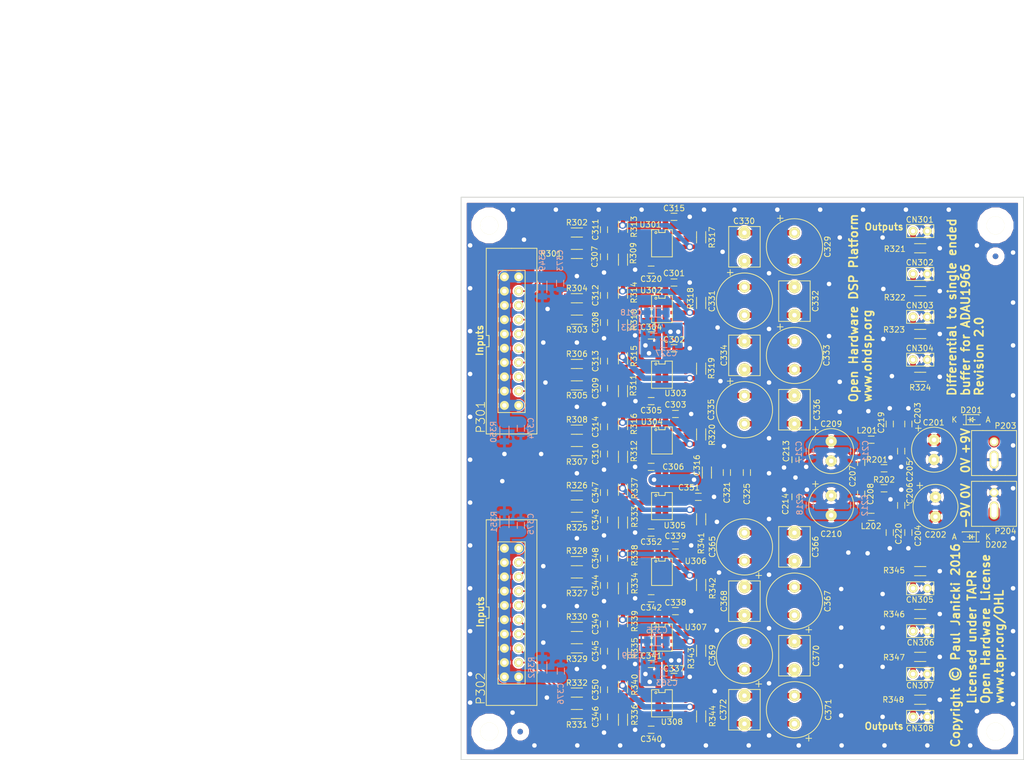
<source format=kicad_pcb>
(kicad_pcb (version 4) (host pcbnew 4.0.2-stable)
  (title_block (title "Differential to Single Ended Buffer for ADAU1966 DAC") (date 2016-05-25) (rev 2.0) (company "Open Hardware DSP Platform - www.ohdsp.org") (comment 1 "MERCHANTABILITY, SATISFACTORY QUALITY AND FITNESS FOR A PARTICULAR PURPOSE.") (comment 2 "is distributed WITHOUT ANY EXPRESS OR IMPLIED WARRANTY, INCLUDING OF") (comment 3 "Licensed under the TAPR Open Hardware License (www.tapr.org/OHL). This documentation") (comment 4 "Copyright Paul Janicki 2016"))
  (layers (0 F.Cu signal) (31 B.Cu signal) (34 B.Paste user) (35 F.Paste user) (36 B.SilkS user) (37 F.SilkS user) (38 B.Mask user) (39 F.Mask user) (44 Edge.Cuts user))
  (net 0 "")
  (net 1 GNDA)
  (net 2 "Net-(C307-Pad1)")
  (net 3 "Net-(C201-Pad1)")
  (net 4 "Net-(C202-Pad2)")
  (net 5 "Net-(C207-Pad2)")
  (net 6 "Net-(C208-Pad1)")
  (net 7 "Net-(C308-Pad1)")
  (net 8 "Net-(C329-Pad1)")
  (net 9 "Net-(C331-Pad1)")
  (net 10 "Net-(C333-Pad1)")
  (net 11 "Net-(C333-Pad2)")
  (net 12 "Net-(C335-Pad1)")
  (net 13 "Net-(C335-Pad2)")
  (net 14 "Net-(C349-Pad1)")
  (net 15 "Net-(C349-Pad2)")
  (net 16 "Net-(D201-Pad1)")
  (net 17 "Net-(D202-Pad2)")
  (net 18 "Net-(P301-Pad4)")
  (net 19 "Net-(P301-Pad6)")
  (net 20 "Net-(P301-Pad8)")
  (net 21 "Net-(P301-Pad10)")
  (net 22 "Net-(P301-Pad12)")
  (net 23 "Net-(P301-Pad14)")
  (net 24 "Net-(P301-Pad16)")
  (net 25 "Net-(P301-Pad18)")
  (net 26 "Net-(P302-Pad4)")
  (net 27 "Net-(P302-Pad6)")
  (net 28 "Net-(P302-Pad8)")
  (net 29 "Net-(P302-Pad10)")
  (net 30 "Net-(P302-Pad12)")
  (net 31 "Net-(P302-Pad14)")
  (net 32 "Net-(P302-Pad16)")
  (net 33 "Net-(P302-Pad18)")
  (net 34 "Net-(C309-Pad1)")
  (net 35 "Net-(C310-Pad1)")
  (net 36 "Net-(C311-Pad1)")
  (net 37 "Net-(C311-Pad2)")
  (net 38 "Net-(C312-Pad1)")
  (net 39 "Net-(C312-Pad2)")
  (net 40 "Net-(C313-Pad1)")
  (net 41 "Net-(C313-Pad2)")
  (net 42 "Net-(C314-Pad1)")
  (net 43 "Net-(C314-Pad2)")
  (net 44 "Net-(C329-Pad2)")
  (net 45 "Net-(C331-Pad2)")
  (net 46 "Net-(C343-Pad1)")
  (net 47 "Net-(C344-Pad1)")
  (net 48 "Net-(C345-Pad1)")
  (net 49 "Net-(C346-Pad1)")
  (net 50 "Net-(C347-Pad1)")
  (net 51 "Net-(C347-Pad2)")
  (net 52 "Net-(C348-Pad1)")
  (net 53 "Net-(C348-Pad2)")
  (net 54 "Net-(C350-Pad1)")
  (net 55 "Net-(C350-Pad2)")
  (net 56 "Net-(C365-Pad1)")
  (net 57 "Net-(C365-Pad2)")
  (net 58 "Net-(C367-Pad1)")
  (net 59 "Net-(C367-Pad2)")
  (net 60 "Net-(C369-Pad1)")
  (net 61 "Net-(C369-Pad2)")
  (net 62 "Net-(C371-Pad1)")
  (net 63 "Net-(C371-Pad2)")
  (net 64 "Net-(C373-Pad1)")
  (net 65 "Net-(C375-Pad1)")
  (net 66 +9VA)
  (net 67 -9VA)
  (module MyKiCadLibs-Footprints:SMD-0805 (layer F.Cu) (at 175.184 101.74 180)
    (fp_text reference R202 (at 0 1.524 180) (layer F.SilkS))
    (fp_text value 47 hide)
    (pad 1 smd rect (at -1.1 0 180) (size 0.9 1.3) (layers F.Cu F.Paste F.Mask) (net 1 GNDA))
    (pad 2 smd rect (at 1.1 0 180) (size 0.9 1.3) (layers F.Cu F.Paste F.Mask) (net 6 "Net-(C208-Pad1)"))
  )
  (module MyKiCadLibs-Footprints:SMD-0805 (layer F.Cu) (at 175.184 98.184)
    (fp_text reference R201 (at -1.27 -1.524) (layer F.SilkS))
    (fp_text value 47 hide)
    (pad 1 smd rect (at -1.1 0) (size 0.9 1.3) (layers F.Cu F.Paste F.Mask) (net 5 "Net-(C207-Pad2)"))
    (pad 2 smd rect (at 1.1 0) (size 0.9 1.3) (layers F.Cu F.Paste F.Mask) (net 1 GNDA))
  )
  (module MyKiCadLibs-Footprints:SMD-0805 (layer B.Cu) (at 136.068 76.086 180)
    (fp_text reference C327 (at -0.381 -1.651 180) (layer B.SilkS) (effects (justify mirror)))
    (fp_text value 10n hide)
    (pad 1 smd rect (at -1.1 0 180) (size 0.9 1.3) (layers B.Cu B.Paste B.Mask) (net 66 +9VA))
    (pad 2 smd rect (at 1.1 0 180) (size 0.9 1.3) (layers B.Cu B.Paste B.Mask) (net 67 -9VA))
  )
  (module MyKiCadLibs-Footprints:SMD-0805 (layer F.Cu) (at 150.8 98.946 270)
    (fp_text reference C325 (at 3.81 0 270) (layer F.SilkS))
    (fp_text value 10n hide)
    (pad 1 smd rect (at -1.1 0 270) (size 0.9 1.3) (layers F.Cu F.Paste F.Mask) (net 66 +9VA))
    (pad 2 smd rect (at 1.1 0 270) (size 0.9 1.3) (layers F.Cu F.Paste F.Mask) (net 67 -9VA))
  )
  (module MyKiCadLibs-Footprints:SMD-0805 (layer B.Cu) (at 134.29 73.546 180)
    (fp_text reference C323 (at 3.937 0.381 180) (layer B.SilkS) (effects (justify mirror)))
    (fp_text value 100n hide)
    (pad 1 smd rect (at -1.1 0 180) (size 0.9 1.3) (layers B.Cu B.Paste B.Mask) (net 66 +9VA))
    (pad 2 smd rect (at 1.1 0 180) (size 0.9 1.3) (layers B.Cu B.Paste B.Mask) (net 67 -9VA))
  )
  (module MyKiCadLibs-Footprints:SMD-0805 (layer F.Cu) (at 125.4 90.818 90)
    (fp_text reference C314 (at 0 -1.524 270) (layer F.SilkS))
    (fp_text value 1n hide)
    (pad 1 smd rect (at -1.1 0 90) (size 0.9 1.3) (layers F.Cu F.Paste F.Mask) (net 42 "Net-(C314-Pad1)"))
    (pad 2 smd rect (at 1.1 0 90) (size 0.9 1.3) (layers F.Cu F.Paste F.Mask) (net 43 "Net-(C314-Pad2)"))
  )
  (module MyKiCadLibs-Footprints:SMD-0805 (layer F.Cu) (at 125.4 79.134 90)
    (fp_text reference C313 (at 0 -1.524 270) (layer F.SilkS))
    (fp_text value 1n hide)
    (pad 1 smd rect (at -1.1 0 90) (size 0.9 1.3) (layers F.Cu F.Paste F.Mask) (net 40 "Net-(C313-Pad1)"))
    (pad 2 smd rect (at 1.1 0 90) (size 0.9 1.3) (layers F.Cu F.Paste F.Mask) (net 41 "Net-(C313-Pad2)"))
  )
  (module MyKiCadLibs-Footprints:SMD-0805 (layer F.Cu) (at 125.4 55.766 90)
    (fp_text reference C311 (at 0 -1.524 270) (layer F.SilkS))
    (fp_text value 1n hide)
    (pad 1 smd rect (at -1.1 0 90) (size 0.9 1.3) (layers F.Cu F.Paste F.Mask) (net 36 "Net-(C311-Pad1)"))
    (pad 2 smd rect (at 1.1 0 90) (size 0.9 1.3) (layers F.Cu F.Paste F.Mask) (net 37 "Net-(C311-Pad2)"))
  )
  (module MyKiCadLibs-Footprints:SMD-0805 (layer F.Cu) (at 125.4 83.96 270)
    (fp_text reference C309 (at 0 1.524 450) (layer F.SilkS))
    (fp_text value 1n hide)
    (pad 1 smd rect (at -1.1 0 270) (size 0.9 1.3) (layers F.Cu F.Paste F.Mask) (net 34 "Net-(C309-Pad1)"))
    (pad 2 smd rect (at 1.1 0 270) (size 0.9 1.3) (layers F.Cu F.Paste F.Mask) (net 1 GNDA))
  )
  (module MyKiCadLibs-Footprints:SMD-0805 (layer F.Cu) (at 125.4 72.276 270)
    (fp_text reference C308 (at 0 1.524 450) (layer F.SilkS))
    (fp_text value 1n hide)
    (pad 1 smd rect (at -1.1 0 270) (size 0.9 1.3) (layers F.Cu F.Paste F.Mask) (net 7 "Net-(C308-Pad1)"))
    (pad 2 smd rect (at 1.1 0 270) (size 0.9 1.3) (layers F.Cu F.Paste F.Mask) (net 1 GNDA))
  )
  (module MyKiCadLibs-Footprints:CAP-TH-D8mmP3.5mm (layer F.Cu) (at 184.074 94.882 270)
    (fp_text reference C201 (at -4.826 0.076 360) (layer F.SilkS))
    (fp_text value 220u hide)
    (pad 1 thru_hole circle (at -1.75 0 270) (size 2 2) (drill 0.8) (layers *.Cu *.Mask F.SilkS) (net 3 "Net-(C201-Pad1)"))
    (pad 2 thru_hole circle (at 1.75 0 270) (size 2 2) (drill 0.8) (layers *.Cu *.Mask F.SilkS) (net 1 GNDA))
  )
  (module MyKiCadLibs-Footprints:CAP-TH-D8mmP3.5mm (layer F.Cu) (at 184.328 105.042 270)
    (fp_text reference C202 (at 4.953 0 360) (layer F.SilkS))
    (fp_text value 220u hide)
    (pad 1 thru_hole circle (at -1.75 0 270) (size 2 2) (drill 0.8) (layers *.Cu *.Mask F.SilkS) (net 1 GNDA))
    (pad 2 thru_hole circle (at 1.75 0 270) (size 2 2) (drill 0.8) (layers *.Cu *.Mask F.SilkS) (net 4 "Net-(C202-Pad2)"))
  )
  (module MyKiCadLibs-Footprints:SMD-0805 (layer F.Cu) (at 179.502 90.31 90)
    (fp_text reference C203 (at 1.905 1.651 90) (layer F.SilkS))
    (fp_text value 100n hide)
    (pad 1 smd rect (at -1.1 0 90) (size 0.9 1.3) (layers F.Cu F.Paste F.Mask) (net 3 "Net-(C201-Pad1)"))
    (pad 2 smd rect (at 1.1 0 90) (size 0.9 1.3) (layers F.Cu F.Paste F.Mask) (net 1 GNDA))
  )
  (module MyKiCadLibs-Footprints:SMD-0805 (layer F.Cu) (at 179.502 109.614 90)
    (fp_text reference C204 (at -0.5715 1.7145 90) (layer F.SilkS))
    (fp_text value 100n hide)
    (pad 1 smd rect (at -1.1 0 90) (size 0.9 1.3) (layers F.Cu F.Paste F.Mask) (net 1 GNDA))
    (pad 2 smd rect (at 1.1 0 90) (size 0.9 1.3) (layers F.Cu F.Paste F.Mask) (net 4 "Net-(C202-Pad2)"))
  )
  (module MyKiCadLibs-Footprints:SMD-0805 (layer F.Cu) (at 178.232 95.136 270)
    (fp_text reference C205 (at 3.556 -1.524 270) (layer F.SilkS))
    (fp_text value 10n hide)
    (pad 1 smd rect (at -1.1 0 270) (size 0.9 1.3) (layers F.Cu F.Paste F.Mask) (net 3 "Net-(C201-Pad1)"))
    (pad 2 smd rect (at 1.1 0 270) (size 0.9 1.3) (layers F.Cu F.Paste F.Mask) (net 1 GNDA))
  )
  (module MyKiCadLibs-Footprints:SMD-0805 (layer F.Cu) (at 178.232 104.788 270)
    (fp_text reference C206 (at -2.159 -1.524 270) (layer F.SilkS))
    (fp_text value 10n hide)
    (pad 1 smd rect (at -1.1 0 270) (size 0.9 1.3) (layers F.Cu F.Paste F.Mask) (net 1 GNDA))
    (pad 2 smd rect (at 1.1 0 270) (size 0.9 1.3) (layers F.Cu F.Paste F.Mask) (net 4 "Net-(C202-Pad2)"))
  )
  (module MyKiCadLibs-Footprints:SMD-0805 (layer F.Cu) (at 171.12 97.168 270)
    (fp_text reference C207 (at 2.413 1.524 270) (layer F.SilkS))
    (fp_text value 100p hide)
    (pad 1 smd rect (at -1.1 0 270) (size 0.9 1.3) (layers F.Cu F.Paste F.Mask) (net 66 +9VA))
    (pad 2 smd rect (at 1.1 0 270) (size 0.9 1.3) (layers F.Cu F.Paste F.Mask) (net 5 "Net-(C207-Pad2)"))
  )
  (module MyKiCadLibs-Footprints:SMD-0805 (layer F.Cu) (at 171.12 102.756 270)
    (fp_text reference C208 (at 0 -1.651 270) (layer F.SilkS))
    (fp_text value 100p hide)
    (pad 1 smd rect (at -1.1 0 270) (size 0.9 1.3) (layers F.Cu F.Paste F.Mask) (net 6 "Net-(C208-Pad1)"))
    (pad 2 smd rect (at 1.1 0 270) (size 0.9 1.3) (layers F.Cu F.Paste F.Mask) (net 67 -9VA))
  )
  (module MyKiCadLibs-Footprints:CAP-TH-D8mmP3.5mm (layer F.Cu) (at 165.786 95.136 270)
    (fp_text reference C209 (at -4.826 0 360) (layer F.SilkS))
    (fp_text value 220u hide)
    (pad 1 thru_hole circle (at -1.75 0 270) (size 2 2) (drill 0.8) (layers *.Cu *.Mask F.SilkS) (net 66 +9VA))
    (pad 2 thru_hole circle (at 1.75 0 270) (size 2 2) (drill 0.8) (layers *.Cu *.Mask F.SilkS) (net 1 GNDA))
  )
  (module MyKiCadLibs-Footprints:CAP-TH-D8mmP3.5mm (layer F.Cu) (at 165.786 104.788 270)
    (fp_text reference C210 (at 5.08 0 360) (layer F.SilkS))
    (fp_text value 220u hide)
    (pad 1 thru_hole circle (at -1.75 0 270) (size 2 2) (drill 0.8) (layers *.Cu *.Mask F.SilkS) (net 1 GNDA))
    (pad 2 thru_hole circle (at 1.75 0 270) (size 2 2) (drill 0.8) (layers *.Cu *.Mask F.SilkS) (net 67 -9VA))
  )
  (module MyKiCadLibs-Footprints:SMD-0805 (layer B.Cu) (at 169.85 95.136 270)
    (fp_text reference C211 (at 0 -2.032 270) (layer B.SilkS) (effects (justify mirror)))
    (fp_text value 100n hide)
    (pad 1 smd rect (at -1.1 0 270) (size 0.9 1.3) (layers B.Cu B.Paste B.Mask) (net 66 +9VA))
    (pad 2 smd rect (at 1.1 0 270) (size 0.9 1.3) (layers B.Cu B.Paste B.Mask) (net 1 GNDA))
  )
  (module MyKiCadLibs-Footprints:SMD-0805 (layer B.Cu) (at 169.85 104.788 270)
    (fp_text reference C212 (at 0 -1.905 270) (layer B.SilkS) (effects (justify mirror)))
    (fp_text value 100n hide)
    (pad 1 smd rect (at -1.1 0 270) (size 0.9 1.3) (layers B.Cu B.Paste B.Mask) (net 1 GNDA))
    (pad 2 smd rect (at 1.1 0 270) (size 0.9 1.3) (layers B.Cu B.Paste B.Mask) (net 67 -9VA))
  )
  (module MyKiCadLibs-Footprints:SMD-0805 (layer F.Cu) (at 159.436 96.66 270)
    (fp_text reference C213 (at -1.524 1.651 270) (layer F.SilkS))
    (fp_text value 10n hide)
    (pad 1 smd rect (at -1.1 0 270) (size 0.9 1.3) (layers F.Cu F.Paste F.Mask) (net 66 +9VA))
    (pad 2 smd rect (at 1.1 0 270) (size 0.9 1.3) (layers F.Cu F.Paste F.Mask) (net 1 GNDA))
  )
  (module MyKiCadLibs-Footprints:SMD-0805 (layer F.Cu) (at 159.436 103.264 270)
    (fp_text reference C214 (at 1.27 1.778 270) (layer F.SilkS))
    (fp_text value 10n hide)
    (pad 1 smd rect (at -1.1 0 270) (size 0.9 1.3) (layers F.Cu F.Paste F.Mask) (net 1 GNDA))
    (pad 2 smd rect (at 1.1 0 270) (size 0.9 1.3) (layers F.Cu F.Paste F.Mask) (net 67 -9VA))
  )
  (module MyKiCadLibs-Footprints:SMD-0805 (layer F.Cu) (at 125.4 60.592 270)
    (fp_text reference C307 (at 0 1.651 450) (layer F.SilkS))
    (fp_text value 1n hide)
    (pad 1 smd rect (at -1.1 0 270) (size 0.9 1.3) (layers F.Cu F.Paste F.Mask) (net 2 "Net-(C307-Pad1)"))
    (pad 2 smd rect (at 1.1 0 270) (size 0.9 1.3) (layers F.Cu F.Paste F.Mask) (net 1 GNDA))
  )
  (module MyKiCadLibs-Footprints:SMD-0805 (layer F.Cu) (at 125.4 95.644 270)
    (fp_text reference C310 (at 0 1.524 450) (layer F.SilkS))
    (fp_text value 1n hide)
    (pad 1 smd rect (at -1.1 0 270) (size 0.9 1.3) (layers F.Cu F.Paste F.Mask) (net 35 "Net-(C310-Pad1)"))
    (pad 2 smd rect (at 1.1 0 270) (size 0.9 1.3) (layers F.Cu F.Paste F.Mask) (net 1 GNDA))
  )
  (module MyKiCadLibs-Footprints:SMD-0805 (layer F.Cu) (at 125.4 67.45 90)
    (fp_text reference C312 (at 0 -1.524 270) (layer F.SilkS))
    (fp_text value 1n hide)
    (pad 1 smd rect (at -1.1 0 90) (size 0.9 1.3) (layers F.Cu F.Paste F.Mask) (net 38 "Net-(C312-Pad1)"))
    (pad 2 smd rect (at 1.1 0 90) (size 0.9 1.3) (layers F.Cu F.Paste F.Mask) (net 39 "Net-(C312-Pad2)"))
  )
  (module MyKiCadLibs-Footprints:SMD-0805 (layer F.Cu) (at 147.244 98.946 270)
    (fp_text reference C321 (at 3.556 0 270) (layer F.SilkS))
    (fp_text value 100n hide)
    (pad 1 smd rect (at -1.1 0 270) (size 0.9 1.3) (layers F.Cu F.Paste F.Mask) (net 66 +9VA))
    (pad 2 smd rect (at 1.1 0 270) (size 0.9 1.3) (layers F.Cu F.Paste F.Mask) (net 67 -9VA))
  )
  (module MyKiCadLibs-Footprints:CAP_TH_5mm (layer F.Cu) (at 150.368 58.814 270)
    (fp_text reference C330 (at -4.572 0.076 360) (layer F.SilkS))
    (fp_text value 100n hide)
    (pad 1 thru_hole circle (at -2.5 0 270) (size 2.2 2.2) (drill 0.8) (layers *.Cu *.Mask F.SilkS) (net 8 "Net-(C329-Pad1)"))
    (pad 2 thru_hole circle (at 2.5 0 270) (size 2.2 2.2) (drill 0.8) (layers *.Cu *.Mask F.SilkS) (net 44 "Net-(C329-Pad2)"))
  )
  (module MyKiCadLibs-Footprints:CAP_TH_5mm (layer F.Cu) (at 159.258 68.466 270)
    (fp_text reference C332 (at 0 -3.734 270) (layer F.SilkS))
    (fp_text value 100n hide)
    (pad 1 thru_hole circle (at -2.5 0 270) (size 2.2 2.2) (drill 0.8) (layers *.Cu *.Mask F.SilkS) (net 9 "Net-(C331-Pad1)"))
    (pad 2 thru_hole circle (at 2.5 0 270) (size 2.2 2.2) (drill 0.8) (layers *.Cu *.Mask F.SilkS) (net 45 "Net-(C331-Pad2)"))
  )
  (module MyKiCadLibs-Footprints:CAP_TH_5mm (layer F.Cu) (at 150.368 78.118 270)
    (fp_text reference C334 (at 0 3.632 270) (layer F.SilkS))
    (fp_text value 100n hide)
    (pad 1 thru_hole circle (at -2.5 0 270) (size 2.2 2.2) (drill 0.8) (layers *.Cu *.Mask F.SilkS) (net 10 "Net-(C333-Pad1)"))
    (pad 2 thru_hole circle (at 2.5 0 270) (size 2.2 2.2) (drill 0.8) (layers *.Cu *.Mask F.SilkS) (net 11 "Net-(C333-Pad2)"))
  )
  (module MyKiCadLibs-Footprints:CAP_TH_5mm (layer F.Cu) (at 159.258 87.77 270)
    (fp_text reference C336 (at 0 -3.988 270) (layer F.SilkS))
    (fp_text value 100n hide)
    (pad 1 thru_hole circle (at -2.5 0 270) (size 2.2 2.2) (drill 0.8) (layers *.Cu *.Mask F.SilkS) (net 12 "Net-(C335-Pad1)"))
    (pad 2 thru_hole circle (at 2.5 0 270) (size 2.2 2.2) (drill 0.8) (layers *.Cu *.Mask F.SilkS) (net 13 "Net-(C335-Pad2)"))
  )
  (module MyKiCadLibs-Footprints:CONN_SIL_2 (layer F.Cu) (at 180.34 56.02)
    (fp_text reference CN301 (at 1.194 -2.032) (layer F.SilkS))
    (fp_text value COAX hide)
    (pad 1 thru_hole circle (at 0 0) (size 1.6 1.6) (drill 0.8) (layers *.Cu *.Mask F.SilkS) (net 44 "Net-(C329-Pad2)"))
    (pad 2 thru_hole circle (at 2.54 0) (size 1.6 1.6) (drill 0.8) (layers *.Cu *.Mask F.SilkS) (net 1 GNDA))
  )
  (module MyKiCadLibs-Footprints:CONN_SIL_2 (layer F.Cu) (at 180.34 63.64)
    (fp_text reference CN302 (at 1.194 -2.032) (layer F.SilkS))
    (fp_text value COAX hide)
    (pad 1 thru_hole circle (at 0 0) (size 1.6 1.6) (drill 0.8) (layers *.Cu *.Mask F.SilkS) (net 45 "Net-(C331-Pad2)"))
    (pad 2 thru_hole circle (at 2.54 0) (size 1.6 1.6) (drill 0.8) (layers *.Cu *.Mask F.SilkS) (net 1 GNDA))
  )
  (module MyKiCadLibs-Footprints:CONN_SIL_2 (layer F.Cu) (at 180.34 71.26)
    (fp_text reference CN303 (at 1.194 -2.032) (layer F.SilkS))
    (fp_text value COAX hide)
    (pad 1 thru_hole circle (at 0 0) (size 1.6 1.6) (drill 0.8) (layers *.Cu *.Mask F.SilkS) (net 11 "Net-(C333-Pad2)"))
    (pad 2 thru_hole circle (at 2.54 0) (size 1.6 1.6) (drill 0.8) (layers *.Cu *.Mask F.SilkS) (net 1 GNDA))
  )
  (module MyKiCadLibs-Footprints:CONN_SIL_2 (layer F.Cu) (at 180.34 78.88)
    (fp_text reference CN304 (at 1.194 -2.032) (layer F.SilkS))
    (fp_text value COAX hide)
    (pad 1 thru_hole circle (at 0 0) (size 1.6 1.6) (drill 0.8) (layers *.Cu *.Mask F.SilkS) (net 13 "Net-(C335-Pad2)"))
    (pad 2 thru_hole circle (at 2.54 0) (size 1.6 1.6) (drill 0.8) (layers *.Cu *.Mask F.SilkS) (net 1 GNDA))
  )
  (module MyKiCadLibs-Footprints:SMD-0805 (layer F.Cu) (at 172.898 93.104 180)
    (fp_text reference L201 (at 0.762 1.651 180) (layer F.SilkS))
    (fp_text value 600R@100MHz hide)
    (pad 1 smd rect (at -1.1 0 180) (size 0.9 1.3) (layers F.Cu F.Paste F.Mask) (net 3 "Net-(C201-Pad1)"))
    (pad 2 smd rect (at 1.1 0 180) (size 0.9 1.3) (layers F.Cu F.Paste F.Mask) (net 66 +9VA))
  )
  (module MyKiCadLibs-Footprints:SMD-0805 (layer F.Cu) (at 172.898 106.82 180)
    (fp_text reference L202 (at 0.0252 -1.651 180) (layer F.SilkS))
    (fp_text value 600R@100MHz hide)
    (pad 1 smd rect (at -1.1 0 180) (size 0.9 1.3) (layers F.Cu F.Paste F.Mask) (net 4 "Net-(C202-Pad2)"))
    (pad 2 smd rect (at 1.1 0 180) (size 0.9 1.3) (layers F.Cu F.Paste F.Mask) (net 67 -9VA))
  )
  (module MyKiCadLibs-Footprints:CONN-2WAY-2.54mm-3.81mm-SPACING (layer F.Cu) (at 194.742 93.485 270)
    (fp_text reference P203 (at -2.8575 -2.032 540) (layer F.SilkS))
    (fp_text value CONN_2x1 hide)
    (pad 1 thru_hole circle (at 0 0 270) (size 1.6 1.6) (drill 1) (layers *.Cu *.Mask F.SilkS) (net 16 "Net-(D201-Pad1)"))
    (pad 2 thru_hole oval (at 3.175 0 270) (size 3.2 1.6) (drill oval 2.54 1) (layers *.Cu *.Mask F.SilkS) (net 1 GNDA))
  )
  (module MyKiCadLibs-Footprints:CONN-2WAY-2.54mm-3.81mm-SPACING (layer F.Cu) (at 194.742 102.502 270)
    (fp_text reference P204 (at 6.858 -2.032 360) (layer F.SilkS))
    (fp_text value CONN_2x1 hide)
    (pad 1 thru_hole circle (at 0 0 270) (size 1.6 1.6) (drill 1) (layers *.Cu *.Mask F.SilkS) (net 1 GNDA))
    (pad 2 thru_hole oval (at 3.175 0 270) (size 3.2 1.6) (drill oval 2.54 1) (layers *.Cu *.Mask F.SilkS) (net 17 "Net-(D202-Pad2)"))
  )
  (module MyKiCadLibs-Footprints:CONN_DIL_2X10_BOX (layer F.Cu) (at 108.966 75.578)
    (fp_text reference P301 (at -5.5 13.5 90) (layer F.SilkS) (effects (font (size 1.5 1.5))))
    (fp_text value CONN_02X10 hide)
    (pad 1 thru_hole circle (at -1.27 -11.43) (size 1.6 1.6) (drill 0.8) (layers *.Cu *.Mask F.SilkS) (net 64 "Net-(C373-Pad1)"))
    (pad 2 thru_hole circle (at 1.27 -11.43) (size 1.6 1.6) (drill 0.8) (layers *.Cu *.Mask F.SilkS) (net 64 "Net-(C373-Pad1)"))
    (pad 3 thru_hole circle (at -1.27 -8.89) (size 1.6 1.6) (drill 0.8) (layers *.Cu *.Mask F.SilkS) (net 64 "Net-(C373-Pad1)"))
    (pad 4 thru_hole circle (at 1.27 -8.89) (size 1.6 1.6) (drill 0.8) (layers *.Cu *.Mask F.SilkS) (net 18 "Net-(P301-Pad4)"))
    (pad 5 thru_hole circle (at -1.27 -6.35) (size 1.6 1.6) (drill 0.8) (layers *.Cu *.Mask F.SilkS) (net 64 "Net-(C373-Pad1)"))
    (pad 6 thru_hole circle (at 1.27 -6.35) (size 1.6 1.6) (drill 0.8) (layers *.Cu *.Mask F.SilkS) (net 19 "Net-(P301-Pad6)"))
    (pad 7 thru_hole circle (at -1.27 -3.81) (size 1.6 1.6) (drill 0.8) (layers *.Cu *.Mask F.SilkS) (net 64 "Net-(C373-Pad1)"))
    (pad 8 thru_hole circle (at 1.27 -3.81) (size 1.6 1.6) (drill 0.8) (layers *.Cu *.Mask F.SilkS) (net 20 "Net-(P301-Pad8)"))
    (pad 9 thru_hole circle (at -1.27 -1.27) (size 1.6 1.6) (drill 0.8) (layers *.Cu *.Mask F.SilkS) (net 64 "Net-(C373-Pad1)"))
    (pad 10 thru_hole circle (at 1.27 -1.27) (size 1.6 1.6) (drill 0.8) (layers *.Cu *.Mask F.SilkS) (net 21 "Net-(P301-Pad10)"))
    (pad 11 thru_hole circle (at -1.27 1.27) (size 1.6 1.6) (drill 0.8) (layers *.Cu *.Mask F.SilkS) (net 64 "Net-(C373-Pad1)"))
    (pad 12 thru_hole circle (at 1.27 1.27) (size 1.6 1.6) (drill 0.8) (layers *.Cu *.Mask F.SilkS) (net 22 "Net-(P301-Pad12)"))
    (pad 13 thru_hole circle (at -1.27 3.81) (size 1.6 1.6) (drill 0.8) (layers *.Cu *.Mask F.SilkS) (net 64 "Net-(C373-Pad1)"))
    (pad 14 thru_hole circle (at 1.27 3.81) (size 1.6 1.6) (drill 0.8) (layers *.Cu *.Mask F.SilkS) (net 23 "Net-(P301-Pad14)"))
    (pad 15 thru_hole circle (at -1.27 6.35) (size 1.6 1.6) (drill 0.8) (layers *.Cu *.Mask F.SilkS) (net 64 "Net-(C373-Pad1)"))
    (pad 16 thru_hole circle (at 1.27 6.35) (size 1.6 1.6) (drill 0.8) (layers *.Cu *.Mask F.SilkS) (net 24 "Net-(P301-Pad16)"))
    (pad 17 thru_hole circle (at -1.27 8.89) (size 1.6 1.6) (drill 0.8) (layers *.Cu *.Mask F.SilkS) (net 64 "Net-(C373-Pad1)"))
    (pad 18 thru_hole circle (at 1.27 8.89) (size 1.6 1.6) (drill 0.8) (layers *.Cu *.Mask F.SilkS) (net 25 "Net-(P301-Pad18)"))
    (pad 19 thru_hole circle (at -1.27 11.43) (size 1.6 1.6) (drill 0.8) (layers *.Cu *.Mask F.SilkS) (net 64 "Net-(C373-Pad1)"))
    (pad 20 thru_hole circle (at 1.27 11.43) (size 1.6 1.6) (drill 0.8) (layers *.Cu *.Mask F.SilkS) (net 64 "Net-(C373-Pad1)"))
  )
  (module MyKiCadLibs-Footprints:SMD-1206 (layer F.Cu) (at 120.574 60.084 180)
    (fp_text reference R301 (at 4.5972 0.0508 180) (layer F.SilkS))
    (fp_text value 1k3 hide)
    (pad 1 smd rect (at -1.7 0 180) (size 1.1 1.7) (layers F.Cu F.Paste F.Mask) (net 2 "Net-(C307-Pad1)"))
    (pad 2 smd rect (at 1.7 0 180) (size 1.1 1.7) (layers F.Cu F.Paste F.Mask) (net 19 "Net-(P301-Pad6)"))
  )
  (module MyKiCadLibs-Footprints:SMD-1206 (layer F.Cu) (at 120.574 56.274 180)
    (fp_text reference R302 (at 0 1.778 180) (layer F.SilkS))
    (fp_text value 1k3 hide)
    (pad 1 smd rect (at -1.7 0 180) (size 1.1 1.7) (layers F.Cu F.Paste F.Mask) (net 36 "Net-(C311-Pad1)"))
    (pad 2 smd rect (at 1.7 0 180) (size 1.1 1.7) (layers F.Cu F.Paste F.Mask) (net 18 "Net-(P301-Pad4)"))
  )
  (module MyKiCadLibs-Footprints:SMD-1206 (layer F.Cu) (at 120.574 71.768 180)
    (fp_text reference R303 (at 0 -1.778 180) (layer F.SilkS))
    (fp_text value 1k3 hide)
    (pad 1 smd rect (at -1.7 0 180) (size 1.1 1.7) (layers F.Cu F.Paste F.Mask) (net 7 "Net-(C308-Pad1)"))
    (pad 2 smd rect (at 1.7 0 180) (size 1.1 1.7) (layers F.Cu F.Paste F.Mask) (net 21 "Net-(P301-Pad10)"))
  )
  (module MyKiCadLibs-Footprints:SMD-1206 (layer F.Cu) (at 120.574 67.958 180)
    (fp_text reference R304 (at 0 1.778 180) (layer F.SilkS))
    (fp_text value 1k3 hide)
    (pad 1 smd rect (at -1.7 0 180) (size 1.1 1.7) (layers F.Cu F.Paste F.Mask) (net 38 "Net-(C312-Pad1)"))
    (pad 2 smd rect (at 1.7 0 180) (size 1.1 1.7) (layers F.Cu F.Paste F.Mask) (net 20 "Net-(P301-Pad8)"))
  )
  (module MyKiCadLibs-Footprints:SMD-1206 (layer F.Cu) (at 120.574 83.452 180)
    (fp_text reference R305 (at 0 -1.778 180) (layer F.SilkS))
    (fp_text value 1k3 hide)
    (pad 1 smd rect (at -1.7 0 180) (size 1.1 1.7) (layers F.Cu F.Paste F.Mask) (net 34 "Net-(C309-Pad1)"))
    (pad 2 smd rect (at 1.7 0 180) (size 1.1 1.7) (layers F.Cu F.Paste F.Mask) (net 23 "Net-(P301-Pad14)"))
  )
  (module MyKiCadLibs-Footprints:SMD-1206 (layer F.Cu) (at 120.574 79.642 180)
    (fp_text reference R306 (at 0 1.778 180) (layer F.SilkS))
    (fp_text value 1k3 hide)
    (pad 1 smd rect (at -1.7 0 180) (size 1.1 1.7) (layers F.Cu F.Paste F.Mask) (net 40 "Net-(C313-Pad1)"))
    (pad 2 smd rect (at 1.7 0 180) (size 1.1 1.7) (layers F.Cu F.Paste F.Mask) (net 22 "Net-(P301-Pad12)"))
  )
  (module MyKiCadLibs-Footprints:SMD-1206 (layer F.Cu) (at 120.574 95.136 180)
    (fp_text reference R307 (at 0 -1.905 180) (layer F.SilkS))
    (fp_text value 1k3 hide)
    (pad 1 smd rect (at -1.7 0 180) (size 1.1 1.7) (layers F.Cu F.Paste F.Mask) (net 35 "Net-(C310-Pad1)"))
    (pad 2 smd rect (at 1.7 0 180) (size 1.1 1.7) (layers F.Cu F.Paste F.Mask) (net 25 "Net-(P301-Pad18)"))
  )
  (module MyKiCadLibs-Footprints:SMD-1206 (layer F.Cu) (at 120.574 91.326 180)
    (fp_text reference R308 (at 0 1.778 180) (layer F.SilkS))
    (fp_text value 1k3 hide)
    (pad 1 smd rect (at -1.7 0 180) (size 1.1 1.7) (layers F.Cu F.Paste F.Mask) (net 42 "Net-(C314-Pad1)"))
    (pad 2 smd rect (at 1.7 0 180) (size 1.1 1.7) (layers F.Cu F.Paste F.Mask) (net 24 "Net-(P301-Pad16)"))
  )
  (module MyKiCadLibs-Footprints:SMD-1206 (layer F.Cu) (at 128.778 61.1 90)
    (fp_text reference R309 (at 1.143 1.829 270) (layer F.SilkS))
    (fp_text value 1k5 hide)
    (pad 1 smd rect (at -1.7 0 90) (size 1.1 1.7) (layers F.Cu F.Paste F.Mask) (net 1 GNDA))
    (pad 2 smd rect (at 1.7 0 90) (size 1.1 1.7) (layers F.Cu F.Paste F.Mask) (net 2 "Net-(C307-Pad1)"))
  )
  (module MyKiCadLibs-Footprints:SMD-1206 (layer F.Cu) (at 128.778 72.784 90)
    (fp_text reference R310 (at 1.016 1.956 270) (layer F.SilkS))
    (fp_text value 1k5 hide)
    (pad 1 smd rect (at -1.7 0 90) (size 1.1 1.7) (layers F.Cu F.Paste F.Mask) (net 1 GNDA))
    (pad 2 smd rect (at 1.7 0 90) (size 1.1 1.7) (layers F.Cu F.Paste F.Mask) (net 7 "Net-(C308-Pad1)"))
  )
  (module MyKiCadLibs-Footprints:SMD-1206 (layer F.Cu) (at 128.778 84.468 90)
    (fp_text reference R311 (at 1.016 1.829 270) (layer F.SilkS))
    (fp_text value 1k5 hide)
    (pad 1 smd rect (at -1.7 0 90) (size 1.1 1.7) (layers F.Cu F.Paste F.Mask) (net 1 GNDA))
    (pad 2 smd rect (at 1.7 0 90) (size 1.1 1.7) (layers F.Cu F.Paste F.Mask) (net 34 "Net-(C309-Pad1)"))
  )
  (module MyKiCadLibs-Footprints:SMD-1206 (layer F.Cu) (at 128.778 96.152 90)
    (fp_text reference R312 (at 1.016 1.956 270) (layer F.SilkS))
    (fp_text value 1k5 hide)
    (pad 1 smd rect (at -1.7 0 90) (size 1.1 1.7) (layers F.Cu F.Paste F.Mask) (net 1 GNDA))
    (pad 2 smd rect (at 1.7 0 90) (size 1.1 1.7) (layers F.Cu F.Paste F.Mask) (net 35 "Net-(C310-Pad1)"))
  )
  (module MyKiCadLibs-Footprints:SMD-1206 (layer F.Cu) (at 128.778 55.258 270)
    (fp_text reference R313 (at 0 -1.956 270) (layer F.SilkS))
    (fp_text value 1k5 hide)
    (pad 1 smd rect (at -1.7 0 270) (size 1.1 1.7) (layers F.Cu F.Paste F.Mask) (net 37 "Net-(C311-Pad2)"))
    (pad 2 smd rect (at 1.7 0 270) (size 1.1 1.7) (layers F.Cu F.Paste F.Mask) (net 36 "Net-(C311-Pad1)"))
  )
  (module MyKiCadLibs-Footprints:SMD-1206 (layer F.Cu) (at 128.778 66.942 270)
    (fp_text reference R314 (at 0 -1.956 450) (layer F.SilkS))
    (fp_text value 1k5 hide)
    (pad 1 smd rect (at -1.7 0 270) (size 1.1 1.7) (layers F.Cu F.Paste F.Mask) (net 39 "Net-(C312-Pad2)"))
    (pad 2 smd rect (at 1.7 0 270) (size 1.1 1.7) (layers F.Cu F.Paste F.Mask) (net 38 "Net-(C312-Pad1)"))
  )
  (module MyKiCadLibs-Footprints:SMD-1206 (layer F.Cu) (at 128.778 78.626 270)
    (fp_text reference R315 (at -0.381 -1.956 450) (layer F.SilkS))
    (fp_text value 1k5 hide)
    (pad 1 smd rect (at -1.7 0 270) (size 1.1 1.7) (layers F.Cu F.Paste F.Mask) (net 41 "Net-(C313-Pad2)"))
    (pad 2 smd rect (at 1.7 0 270) (size 1.1 1.7) (layers F.Cu F.Paste F.Mask) (net 40 "Net-(C313-Pad1)"))
  )
  (module MyKiCadLibs-Footprints:SMD-1206 (layer F.Cu) (at 128.778 90.31 270)
    (fp_text reference R316 (at 0 -1.956 450) (layer F.SilkS))
    (fp_text value 1k5 hide)
    (pad 1 smd rect (at -1.7 0 270) (size 1.1 1.7) (layers F.Cu F.Paste F.Mask) (net 43 "Net-(C314-Pad2)"))
    (pad 2 smd rect (at 1.7 0 270) (size 1.1 1.7) (layers F.Cu F.Paste F.Mask) (net 42 "Net-(C314-Pad1)"))
  )
  (module MyKiCadLibs-Footprints:SMD-1206 (layer F.Cu) (at 142.672 57.114 270)
    (fp_text reference R317 (at 0.0252 -1.9304 270) (layer F.SilkS))
    (fp_text value 100 hide)
    (pad 1 smd rect (at -1.7 0 270) (size 1.1 1.7) (layers F.Cu F.Paste F.Mask) (net 8 "Net-(C329-Pad1)"))
    (pad 2 smd rect (at 1.7 0 270) (size 1.1 1.7) (layers F.Cu F.Paste F.Mask) (net 37 "Net-(C311-Pad2)"))
  )
  (module MyKiCadLibs-Footprints:SMD-1206 (layer F.Cu) (at 142.672 68.798 270)
    (fp_text reference R318 (at -0.84 1.905 270) (layer F.SilkS))
    (fp_text value 100 hide)
    (pad 1 smd rect (at -1.7 0 270) (size 1.1 1.7) (layers F.Cu F.Paste F.Mask) (net 9 "Net-(C331-Pad1)"))
    (pad 2 smd rect (at 1.7 0 270) (size 1.1 1.7) (layers F.Cu F.Paste F.Mask) (net 39 "Net-(C312-Pad2)"))
  )
  (module MyKiCadLibs-Footprints:SMD-1206 (layer F.Cu) (at 142.672 80.482 270)
    (fp_text reference R319 (at -0.0764 -1.8288 270) (layer F.SilkS))
    (fp_text value 100 hide)
    (pad 1 smd rect (at -1.7 0 270) (size 1.1 1.7) (layers F.Cu F.Paste F.Mask) (net 10 "Net-(C333-Pad1)"))
    (pad 2 smd rect (at 1.7 0 270) (size 1.1 1.7) (layers F.Cu F.Paste F.Mask) (net 41 "Net-(C313-Pad2)"))
  )
  (module MyKiCadLibs-Footprints:SMD-1206 (layer F.Cu) (at 142.672 92.166 270)
    (fp_text reference R320 (at 0.076 -1.9304 270) (layer F.SilkS))
    (fp_text value 100 hide)
    (pad 1 smd rect (at -1.7 0 270) (size 1.1 1.7) (layers F.Cu F.Paste F.Mask) (net 12 "Net-(C335-Pad1)"))
    (pad 2 smd rect (at 1.7 0 270) (size 1.1 1.7) (layers F.Cu F.Paste F.Mask) (net 43 "Net-(C314-Pad2)"))
  )
  (module MyKiCadLibs-Footprints:SMD-1206 (layer F.Cu) (at 181.61 59.068 180)
    (fp_text reference R321 (at 4.521 -0.127 180) (layer F.SilkS))
    (fp_text value 100k hide)
    (pad 1 smd rect (at -1.7 0 180) (size 1.1 1.7) (layers F.Cu F.Paste F.Mask) (net 1 GNDA))
    (pad 2 smd rect (at 1.7 0 180) (size 1.1 1.7) (layers F.Cu F.Paste F.Mask) (net 44 "Net-(C329-Pad2)"))
  )
  (module MyKiCadLibs-Footprints:SMD-1206 (layer F.Cu) (at 181.61 66.688 180)
    (fp_text reference R322 (at 4.521 -1.143 180) (layer F.SilkS))
    (fp_text value 100k hide)
    (pad 1 smd rect (at -1.7 0 180) (size 1.1 1.7) (layers F.Cu F.Paste F.Mask) (net 1 GNDA))
    (pad 2 smd rect (at 1.7 0 180) (size 1.1 1.7) (layers F.Cu F.Paste F.Mask) (net 45 "Net-(C331-Pad2)"))
  )
  (module MyKiCadLibs-Footprints:SMD-1206 (layer F.Cu) (at 181.61 74.308 180)
    (fp_text reference R323 (at 4.648 0.762 180) (layer F.SilkS))
    (fp_text value 100k hide)
    (pad 1 smd rect (at -1.7 0 180) (size 1.1 1.7) (layers F.Cu F.Paste F.Mask) (net 1 GNDA))
    (pad 2 smd rect (at 1.7 0 180) (size 1.1 1.7) (layers F.Cu F.Paste F.Mask) (net 11 "Net-(C333-Pad2)"))
  )
  (module MyKiCadLibs-Footprints:SMD-1206 (layer F.Cu) (at 181.61 81.928 180)
    (fp_text reference R324 (at 0 -1.905 180) (layer F.SilkS))
    (fp_text value 100k hide)
    (pad 1 smd rect (at -1.7 0 180) (size 1.1 1.7) (layers F.Cu F.Paste F.Mask) (net 1 GNDA))
    (pad 2 smd rect (at 1.7 0 180) (size 1.1 1.7) (layers F.Cu F.Paste F.Mask) (net 13 "Net-(C335-Pad2)"))
  )
  (module MyKiCadLibs-Footprints:IC_SOIC_8 (layer F.Cu) (at 133.096 56.274)
    (fp_text reference U301 (at 0.559 -1.397) (layer F.SilkS))
    (fp_text value TLE2071 hide)
    (pad 1 smd rect (at 0 0) (size 2.2 0.6) (layers F.Cu F.Paste F.Mask))
    (pad 2 smd rect (at 0 1.27) (size 2.2 0.6) (layers F.Cu F.Paste F.Mask) (net 36 "Net-(C311-Pad1)"))
    (pad 3 smd rect (at 0 2.54) (size 2.2 0.6) (layers F.Cu F.Paste F.Mask) (net 2 "Net-(C307-Pad1)"))
    (pad 4 smd rect (at 0 3.81) (size 2.2 0.6) (layers F.Cu F.Paste F.Mask) (net 67 -9VA))
    (pad 5 smd rect (at 5.2 3.81) (size 2.2 0.6) (layers F.Cu F.Paste F.Mask))
    (pad 6 smd rect (at 5.2 2.54) (size 2.2 0.6) (layers F.Cu F.Paste F.Mask) (net 37 "Net-(C311-Pad2)"))
    (pad 7 smd rect (at 5.2 1.27) (size 2.2 0.6) (layers F.Cu F.Paste F.Mask) (net 66 +9VA))
    (pad 8 smd rect (at 5.2 0) (size 2.2 0.6) (layers F.Cu F.Paste F.Mask))
  )
  (module MyKiCadLibs-Footprints:IC_SOIC_8 (layer F.Cu) (at 133.096 67.958)
    (fp_text reference U302 (at 0.686 -1.397 180) (layer F.SilkS))
    (fp_text value TLE2071 hide)
    (pad 1 smd rect (at 0 0) (size 2.2 0.6) (layers F.Cu F.Paste F.Mask))
    (pad 2 smd rect (at 0 1.27) (size 2.2 0.6) (layers F.Cu F.Paste F.Mask) (net 38 "Net-(C312-Pad1)"))
    (pad 3 smd rect (at 0 2.54) (size 2.2 0.6) (layers F.Cu F.Paste F.Mask) (net 7 "Net-(C308-Pad1)"))
    (pad 4 smd rect (at 0 3.81) (size 2.2 0.6) (layers F.Cu F.Paste F.Mask) (net 67 -9VA))
    (pad 5 smd rect (at 5.2 3.81) (size 2.2 0.6) (layers F.Cu F.Paste F.Mask))
    (pad 6 smd rect (at 5.2 2.54) (size 2.2 0.6) (layers F.Cu F.Paste F.Mask) (net 39 "Net-(C312-Pad2)"))
    (pad 7 smd rect (at 5.2 1.27) (size 2.2 0.6) (layers F.Cu F.Paste F.Mask) (net 66 +9VA))
    (pad 8 smd rect (at 5.2 0) (size 2.2 0.6) (layers F.Cu F.Paste F.Mask))
  )
  (module MyKiCadLibs-Footprints:IC_SOIC_8 (layer F.Cu) (at 133.096 79.642)
    (fp_text reference U303 (at 5.004 5.207 180) (layer F.SilkS))
    (fp_text value TLE2071 hide)
    (pad 1 smd rect (at 0 0) (size 2.2 0.6) (layers F.Cu F.Paste F.Mask))
    (pad 2 smd rect (at 0 1.27) (size 2.2 0.6) (layers F.Cu F.Paste F.Mask) (net 40 "Net-(C313-Pad1)"))
    (pad 3 smd rect (at 0 2.54) (size 2.2 0.6) (layers F.Cu F.Paste F.Mask) (net 34 "Net-(C309-Pad1)"))
    (pad 4 smd rect (at 0 3.81) (size 2.2 0.6) (layers F.Cu F.Paste F.Mask) (net 67 -9VA))
    (pad 5 smd rect (at 5.2 3.81) (size 2.2 0.6) (layers F.Cu F.Paste F.Mask))
    (pad 6 smd rect (at 5.2 2.54) (size 2.2 0.6) (layers F.Cu F.Paste F.Mask) (net 41 "Net-(C313-Pad2)"))
    (pad 7 smd rect (at 5.2 1.27) (size 2.2 0.6) (layers F.Cu F.Paste F.Mask) (net 66 +9VA))
    (pad 8 smd rect (at 5.2 0) (size 2.2 0.6) (layers F.Cu F.Paste F.Mask))
  )
  (module MyKiCadLibs-Footprints:IC_SOIC_8 (layer F.Cu) (at 133.096 91.326)
    (fp_text reference U304 (at 0.813 -1.397 180) (layer F.SilkS))
    (fp_text value TLE2071 hide)
    (pad 1 smd rect (at 0 0) (size 2.2 0.6) (layers F.Cu F.Paste F.Mask))
    (pad 2 smd rect (at 0 1.27) (size 2.2 0.6) (layers F.Cu F.Paste F.Mask) (net 42 "Net-(C314-Pad1)"))
    (pad 3 smd rect (at 0 2.54) (size 2.2 0.6) (layers F.Cu F.Paste F.Mask) (net 35 "Net-(C310-Pad1)"))
    (pad 4 smd rect (at 0 3.81) (size 2.2 0.6) (layers F.Cu F.Paste F.Mask) (net 67 -9VA))
    (pad 5 smd rect (at 5.2 3.81) (size 2.2 0.6) (layers F.Cu F.Paste F.Mask))
    (pad 6 smd rect (at 5.2 2.54) (size 2.2 0.6) (layers F.Cu F.Paste F.Mask) (net 43 "Net-(C314-Pad2)"))
    (pad 7 smd rect (at 5.2 1.27) (size 2.2 0.6) (layers F.Cu F.Paste F.Mask) (net 66 +9VA))
    (pad 8 smd rect (at 5.2 0) (size 2.2 0.6) (layers F.Cu F.Paste F.Mask))
  )
  (module MyKiCadLibs-Footprints:SMD-0805 (layer F.Cu) (at 137.846 53.48)
    (fp_text reference C315 (at 0 -1.524) (layer F.SilkS))
    (fp_text value 100n hide)
    (pad 1 smd rect (at -1.1 0) (size 0.9 1.3) (layers F.Cu F.Paste F.Mask) (net 66 +9VA))
    (pad 2 smd rect (at 1.1 0) (size 0.9 1.3) (layers F.Cu F.Paste F.Mask) (net 1 GNDA))
  )
  (module MyKiCadLibs-Footprints:SMD-0805 (layer F.Cu) (at 133.782 62.878)
    (fp_text reference C320 (at 0 1.651) (layer F.SilkS))
    (fp_text value 100n hide)
    (pad 1 smd rect (at -1.1 0) (size 0.9 1.3) (layers F.Cu F.Paste F.Mask) (net 1 GNDA))
    (pad 2 smd rect (at 1.1 0) (size 0.9 1.3) (layers F.Cu F.Paste F.Mask) (net 67 -9VA))
  )
  (module MyKiCadLibs-Footprints:SMD-0805 (layer F.Cu) (at 137.846 65.164)
    (fp_text reference C301 (at 0 -1.651) (layer F.SilkS))
    (fp_text value 100n hide)
    (pad 1 smd rect (at -1.1 0) (size 0.9 1.3) (layers F.Cu F.Paste F.Mask) (net 66 +9VA))
    (pad 2 smd rect (at 1.1 0) (size 0.9 1.3) (layers F.Cu F.Paste F.Mask) (net 1 GNDA))
  )
  (module MyKiCadLibs-Footprints:SMD-0805 (layer F.Cu) (at 137.846 76.848)
    (fp_text reference C302 (at 0 -1.524) (layer F.SilkS))
    (fp_text value 100n hide)
    (pad 1 smd rect (at -1.1 0) (size 0.9 1.3) (layers F.Cu F.Paste F.Mask) (net 66 +9VA))
    (pad 2 smd rect (at 1.1 0) (size 0.9 1.3) (layers F.Cu F.Paste F.Mask) (net 1 GNDA))
  )
  (module MyKiCadLibs-Footprints:SMD-0805 (layer F.Cu) (at 138.1 88.532)
    (fp_text reference C303 (at 0 -1.651) (layer F.SilkS))
    (fp_text value 100n hide)
    (pad 1 smd rect (at -1.1 0) (size 0.9 1.3) (layers F.Cu F.Paste F.Mask) (net 66 +9VA))
    (pad 2 smd rect (at 1.1 0) (size 0.9 1.3) (layers F.Cu F.Paste F.Mask) (net 1 GNDA))
  )
  (module MyKiCadLibs-Footprints:SMD-0805 (layer F.Cu) (at 133.782 74.562)
    (fp_text reference C304 (at 0 -1.4605) (layer F.SilkS))
    (fp_text value 100n hide)
    (pad 1 smd rect (at -1.1 0) (size 0.9 1.3) (layers F.Cu F.Paste F.Mask) (net 1 GNDA))
    (pad 2 smd rect (at 1.1 0) (size 0.9 1.3) (layers F.Cu F.Paste F.Mask) (net 67 -9VA))
  )
  (module MyKiCadLibs-Footprints:SMD-0805 (layer F.Cu) (at 133.782 86.246)
    (fp_text reference C305 (at 0 1.651) (layer F.SilkS))
    (fp_text value 100n hide)
    (pad 1 smd rect (at -1.1 0) (size 0.9 1.3) (layers F.Cu F.Paste F.Mask) (net 1 GNDA))
    (pad 2 smd rect (at 1.1 0) (size 0.9 1.3) (layers F.Cu F.Paste F.Mask) (net 67 -9VA))
  )
  (module MyKiCadLibs-Footprints:SMD-0805 (layer F.Cu) (at 133.782 97.93)
    (fp_text reference C306 (at 3.937 0) (layer F.SilkS))
    (fp_text value 100n hide)
    (pad 1 smd rect (at -1.1 0) (size 0.9 1.3) (layers F.Cu F.Paste F.Mask) (net 1 GNDA))
    (pad 2 smd rect (at 1.1 0) (size 0.9 1.3) (layers F.Cu F.Paste F.Mask) (net 67 -9VA))
  )
  (module MyKiCadLibs-Footprints:SMD-1206 (layer F.Cu) (at 143.688 98.946 270)
    (fp_text reference C316 (at -1.27 1.778 270) (layer F.SilkS))
    (fp_text value 10u hide)
    (pad 1 smd rect (at -1.7 0 270) (size 1.1 1.7) (layers F.Cu F.Paste F.Mask) (net 66 +9VA))
    (pad 2 smd rect (at 1.7 0 270) (size 1.1 1.7) (layers F.Cu F.Paste F.Mask) (net 67 -9VA))
  )
  (module MyKiCadLibs-Footprints:SMD-1206 (layer B.Cu) (at 134.798 70.498 180)
    (fp_text reference C318 (at 4.5718 0 180) (layer B.SilkS) (effects (justify mirror)))
    (fp_text value 10u hide)
    (pad 1 smd rect (at -1.7 0 180) (size 1.1 1.7) (layers B.Cu B.Paste B.Mask) (net 66 +9VA))
    (pad 2 smd rect (at 1.7 0 180) (size 1.1 1.7) (layers B.Cu B.Paste B.Mask) (net 67 -9VA))
  )
  (module MyKiCadLibs-Footprints:SMD-0805 (layer F.Cu) (at 137.846 135.268)
    (fp_text reference C337 (at 0 -1.4605) (layer F.SilkS))
    (fp_text value 100n hide)
    (pad 1 smd rect (at -1.1 0) (size 0.9 1.3) (layers F.Cu F.Paste F.Mask) (net 66 +9VA))
    (pad 2 smd rect (at 1.1 0) (size 0.9 1.3) (layers F.Cu F.Paste F.Mask) (net 1 GNDA))
  )
  (module MyKiCadLibs-Footprints:SMD-0805 (layer F.Cu) (at 138.1 123.584)
    (fp_text reference C338 (at 0 -1.524) (layer F.SilkS))
    (fp_text value 100n hide)
    (pad 1 smd rect (at -1.1 0) (size 0.9 1.3) (layers F.Cu F.Paste F.Mask) (net 66 +9VA))
    (pad 2 smd rect (at 1.1 0) (size 0.9 1.3) (layers F.Cu F.Paste F.Mask) (net 1 GNDA))
  )
  (module MyKiCadLibs-Footprints:SMD-0805 (layer F.Cu) (at 138.1 111.9)
    (fp_text reference C339 (at 0 -1.651) (layer F.SilkS))
    (fp_text value 100n hide)
    (pad 1 smd rect (at -1.1 0) (size 0.9 1.3) (layers F.Cu F.Paste F.Mask) (net 66 +9VA))
    (pad 2 smd rect (at 1.1 0) (size 0.9 1.3) (layers F.Cu F.Paste F.Mask) (net 1 GNDA))
  )
  (module MyKiCadLibs-Footprints:SMD-0805 (layer F.Cu) (at 133.782 144.666)
    (fp_text reference C340 (at 0 1.651) (layer F.SilkS))
    (fp_text value 100n hide)
    (pad 1 smd rect (at -1.1 0) (size 0.9 1.3) (layers F.Cu F.Paste F.Mask) (net 1 GNDA))
    (pad 2 smd rect (at 1.1 0) (size 0.9 1.3) (layers F.Cu F.Paste F.Mask) (net 67 -9VA))
  )
  (module MyKiCadLibs-Footprints:SMD-0805 (layer F.Cu) (at 133.782 132.982)
    (fp_text reference C341 (at 0 -1.4605) (layer F.SilkS))
    (fp_text value 100n hide)
    (pad 1 smd rect (at -1.1 0) (size 0.9 1.3) (layers F.Cu F.Paste F.Mask) (net 1 GNDA))
    (pad 2 smd rect (at 1.1 0) (size 0.9 1.3) (layers F.Cu F.Paste F.Mask) (net 67 -9VA))
  )
  (module MyKiCadLibs-Footprints:SMD-0805 (layer F.Cu) (at 133.782 121.298)
    (fp_text reference C342 (at 0 1.651) (layer F.SilkS))
    (fp_text value 100n hide)
    (pad 1 smd rect (at -1.1 0) (size 0.9 1.3) (layers F.Cu F.Paste F.Mask) (net 1 GNDA))
    (pad 2 smd rect (at 1.1 0) (size 0.9 1.3) (layers F.Cu F.Paste F.Mask) (net 67 -9VA))
  )
  (module MyKiCadLibs-Footprints:SMD-0805 (layer F.Cu) (at 125.4 107.328 270)
    (fp_text reference C343 (at 0 1.524 450) (layer F.SilkS))
    (fp_text value 1n hide)
    (pad 1 smd rect (at -1.1 0 270) (size 0.9 1.3) (layers F.Cu F.Paste F.Mask) (net 46 "Net-(C343-Pad1)"))
    (pad 2 smd rect (at 1.1 0 270) (size 0.9 1.3) (layers F.Cu F.Paste F.Mask) (net 1 GNDA))
  )
  (module MyKiCadLibs-Footprints:SMD-0805 (layer F.Cu) (at 125.4 119.012 270)
    (fp_text reference C344 (at 0 1.524 450) (layer F.SilkS))
    (fp_text value 1n hide)
    (pad 1 smd rect (at -1.1 0 270) (size 0.9 1.3) (layers F.Cu F.Paste F.Mask) (net 47 "Net-(C344-Pad1)"))
    (pad 2 smd rect (at 1.1 0 270) (size 0.9 1.3) (layers F.Cu F.Paste F.Mask) (net 1 GNDA))
  )
  (module MyKiCadLibs-Footprints:SMD-0805 (layer F.Cu) (at 125.4 130.696 270)
    (fp_text reference C345 (at 0 1.524 270) (layer F.SilkS))
    (fp_text value 1n hide)
    (pad 1 smd rect (at -1.1 0 270) (size 0.9 1.3) (layers F.Cu F.Paste F.Mask) (net 48 "Net-(C345-Pad1)"))
    (pad 2 smd rect (at 1.1 0 270) (size 0.9 1.3) (layers F.Cu F.Paste F.Mask) (net 1 GNDA))
  )
  (module MyKiCadLibs-Footprints:SMD-0805 (layer F.Cu) (at 125.4 142.38 270)
    (fp_text reference C346 (at 0 1.524 270) (layer F.SilkS))
    (fp_text value 1n hide)
    (pad 1 smd rect (at -1.1 0 270) (size 0.9 1.3) (layers F.Cu F.Paste F.Mask) (net 49 "Net-(C346-Pad1)"))
    (pad 2 smd rect (at 1.1 0 270) (size 0.9 1.3) (layers F.Cu F.Paste F.Mask) (net 1 GNDA))
  )
  (module MyKiCadLibs-Footprints:SMD-0805 (layer F.Cu) (at 125.4 102.502 90)
    (fp_text reference C347 (at 0 -1.524 270) (layer F.SilkS))
    (fp_text value 1n hide)
    (pad 1 smd rect (at -1.1 0 90) (size 0.9 1.3) (layers F.Cu F.Paste F.Mask) (net 50 "Net-(C347-Pad1)"))
    (pad 2 smd rect (at 1.1 0 90) (size 0.9 1.3) (layers F.Cu F.Paste F.Mask) (net 51 "Net-(C347-Pad2)"))
  )
  (module MyKiCadLibs-Footprints:SMD-0805 (layer F.Cu) (at 125.4 114.186 90)
    (fp_text reference C348 (at 0 -1.524 270) (layer F.SilkS))
    (fp_text value 1n hide)
    (pad 1 smd rect (at -1.1 0 90) (size 0.9 1.3) (layers F.Cu F.Paste F.Mask) (net 52 "Net-(C348-Pad1)"))
    (pad 2 smd rect (at 1.1 0 90) (size 0.9 1.3) (layers F.Cu F.Paste F.Mask) (net 53 "Net-(C348-Pad2)"))
  )
  (module MyKiCadLibs-Footprints:SMD-0805 (layer F.Cu) (at 125.4 125.87 90)
    (fp_text reference C349 (at 0 -1.524 270) (layer F.SilkS))
    (fp_text value 1n hide)
    (pad 1 smd rect (at -1.1 0 90) (size 0.9 1.3) (layers F.Cu F.Paste F.Mask) (net 14 "Net-(C349-Pad1)"))
    (pad 2 smd rect (at 1.1 0 90) (size 0.9 1.3) (layers F.Cu F.Paste F.Mask) (net 15 "Net-(C349-Pad2)"))
  )
  (module MyKiCadLibs-Footprints:SMD-0805 (layer F.Cu) (at 125.4 137.554 90)
    (fp_text reference C350 (at 0 -1.524 270) (layer F.SilkS))
    (fp_text value 1n hide)
    (pad 1 smd rect (at -1.1 0 90) (size 0.9 1.3) (layers F.Cu F.Paste F.Mask) (net 54 "Net-(C350-Pad1)"))
    (pad 2 smd rect (at 1.1 0 90) (size 0.9 1.3) (layers F.Cu F.Paste F.Mask) (net 55 "Net-(C350-Pad2)"))
  )
  (module MyKiCadLibs-Footprints:SMD-0805 (layer F.Cu) (at 142.164 103.264)
    (fp_text reference C351 (at -1.651 -1.651) (layer F.SilkS))
    (fp_text value 100n hide)
    (pad 1 smd rect (at -1.1 0) (size 0.9 1.3) (layers F.Cu F.Paste F.Mask) (net 66 +9VA))
    (pad 2 smd rect (at 1.1 0) (size 0.9 1.3) (layers F.Cu F.Paste F.Mask) (net 1 GNDA))
  )
  (module MyKiCadLibs-Footprints:SMD-0805 (layer F.Cu) (at 133.782 109.614)
    (fp_text reference C352 (at 0 1.651) (layer F.SilkS))
    (fp_text value 100n hide)
    (pad 1 smd rect (at -1.1 0) (size 0.9 1.3) (layers F.Cu F.Paste F.Mask) (net 1 GNDA))
    (pad 2 smd rect (at 1.1 0) (size 0.9 1.3) (layers F.Cu F.Paste F.Mask) (net 67 -9VA))
  )
  (module MyKiCadLibs-Footprints:SMD-1206 (layer B.Cu) (at 134.798 128.918 180)
    (fp_text reference C355 (at 0 1.9304 180) (layer B.SilkS) (effects (justify mirror)))
    (fp_text value 10u hide)
    (pad 1 smd rect (at -1.7 0 180) (size 1.1 1.7) (layers B.Cu B.Paste B.Mask) (net 66 +9VA))
    (pad 2 smd rect (at 1.7 0 180) (size 1.1 1.7) (layers B.Cu B.Paste B.Mask) (net 67 -9VA))
  )
  (module MyKiCadLibs-Footprints:SMD-0805 (layer B.Cu) (at 134.29 131.966 180)
    (fp_text reference C359 (at 3.81 0.508 180) (layer B.SilkS) (effects (justify mirror)))
    (fp_text value 100n hide)
    (pad 1 smd rect (at -1.1 0 180) (size 0.9 1.3) (layers B.Cu B.Paste B.Mask) (net 66 +9VA))
    (pad 2 smd rect (at 1.1 0 180) (size 0.9 1.3) (layers B.Cu B.Paste B.Mask) (net 67 -9VA))
  )
  (module MyKiCadLibs-Footprints:SMD-0805 (layer B.Cu) (at 136.068 134.506 180)
    (fp_text reference C363 (at -0.508 -1.8288 180) (layer B.SilkS) (effects (justify mirror)))
    (fp_text value 10n hide)
    (pad 1 smd rect (at -1.1 0 180) (size 0.9 1.3) (layers B.Cu B.Paste B.Mask) (net 66 +9VA))
    (pad 2 smd rect (at 1.1 0 180) (size 0.9 1.3) (layers B.Cu B.Paste B.Mask) (net 67 -9VA))
  )
  (module MyKiCadLibs-Footprints:CAP_TH_5mm (layer F.Cu) (at 159.258 112.154 90)
    (fp_text reference C366 (at 0 3.734 90) (layer F.SilkS))
    (fp_text value 100n hide)
    (pad 1 thru_hole circle (at -2.5 0 90) (size 2.2 2.2) (drill 0.8) (layers *.Cu *.Mask F.SilkS) (net 56 "Net-(C365-Pad1)"))
    (pad 2 thru_hole circle (at 2.5 0 90) (size 2.2 2.2) (drill 0.8) (layers *.Cu *.Mask F.SilkS) (net 57 "Net-(C365-Pad2)"))
  )
  (module MyKiCadLibs-Footprints:CAP_TH_5mm (layer F.Cu) (at 150.368 121.806 90)
    (fp_text reference C368 (at 0 -3.632 90) (layer F.SilkS))
    (fp_text value 100n hide)
    (pad 1 thru_hole circle (at -2.5 0 90) (size 2.2 2.2) (drill 0.8) (layers *.Cu *.Mask F.SilkS) (net 58 "Net-(C367-Pad1)"))
    (pad 2 thru_hole circle (at 2.5 0 90) (size 2.2 2.2) (drill 0.8) (layers *.Cu *.Mask F.SilkS) (net 59 "Net-(C367-Pad2)"))
  )
  (module MyKiCadLibs-Footprints:CAP_TH_5mm (layer F.Cu) (at 159.258 131.498 90)
    (fp_text reference C370 (at -0.04 3.861 90) (layer F.SilkS))
    (fp_text value 100n hide)
    (pad 1 thru_hole circle (at -2.5 0 90) (size 2.2 2.2) (drill 0.8) (layers *.Cu *.Mask F.SilkS) (net 60 "Net-(C369-Pad1)"))
    (pad 2 thru_hole circle (at 2.5 0 90) (size 2.2 2.2) (drill 0.8) (layers *.Cu *.Mask F.SilkS) (net 61 "Net-(C369-Pad2)"))
  )
  (module MyKiCadLibs-Footprints:CAP_TH_5mm (layer F.Cu) (at 150.368 141.11 90)
    (fp_text reference C372 (at 0 -3.759 90) (layer F.SilkS))
    (fp_text value 100n hide)
    (pad 1 thru_hole circle (at -2.5 0 90) (size 2.2 2.2) (drill 0.8) (layers *.Cu *.Mask F.SilkS) (net 62 "Net-(C371-Pad1)"))
    (pad 2 thru_hole circle (at 2.5 0 90) (size 2.2 2.2) (drill 0.8) (layers *.Cu *.Mask F.SilkS) (net 63 "Net-(C371-Pad2)"))
  )
  (module MyKiCadLibs-Footprints:CONN_SIL_2 (layer F.Cu) (at 180.34 119.52)
    (fp_text reference CN305 (at 1.194 2.032) (layer F.SilkS))
    (fp_text value COAX hide)
    (pad 1 thru_hole circle (at 0 0) (size 1.6 1.6) (drill 0.8) (layers *.Cu *.Mask F.SilkS) (net 57 "Net-(C365-Pad2)"))
    (pad 2 thru_hole circle (at 2.54 0) (size 1.6 1.6) (drill 0.8) (layers *.Cu *.Mask F.SilkS) (net 1 GNDA))
  )
  (module MyKiCadLibs-Footprints:CONN_SIL_2 (layer F.Cu) (at 180.34 127.14)
    (fp_text reference CN306 (at 1.3464 2.032) (layer F.SilkS))
    (fp_text value COAX hide)
    (pad 1 thru_hole circle (at 0 0) (size 1.6 1.6) (drill 0.8) (layers *.Cu *.Mask F.SilkS) (net 59 "Net-(C367-Pad2)"))
    (pad 2 thru_hole circle (at 2.54 0) (size 1.6 1.6) (drill 0.8) (layers *.Cu *.Mask F.SilkS) (net 1 GNDA))
  )
  (module MyKiCadLibs-Footprints:CONN_SIL_2 (layer F.Cu) (at 180.34 134.76)
    (fp_text reference CN307 (at 1.2448 2.032) (layer F.SilkS))
    (fp_text value COAX hide)
    (pad 1 thru_hole circle (at 0 0) (size 1.6 1.6) (drill 0.8) (layers *.Cu *.Mask F.SilkS) (net 61 "Net-(C369-Pad2)"))
    (pad 2 thru_hole circle (at 2.54 0) (size 1.6 1.6) (drill 0.8) (layers *.Cu *.Mask F.SilkS) (net 1 GNDA))
  )
  (module MyKiCadLibs-Footprints:CONN_SIL_2 (layer F.Cu) (at 180.34 142.38)
    (fp_text reference CN308 (at 1.194 2.032) (layer F.SilkS))
    (fp_text value COAX hide)
    (pad 1 thru_hole circle (at 0 0) (size 1.6 1.6) (drill 0.8) (layers *.Cu *.Mask F.SilkS) (net 63 "Net-(C371-Pad2)"))
    (pad 2 thru_hole circle (at 2.54 0) (size 1.6 1.6) (drill 0.8) (layers *.Cu *.Mask F.SilkS) (net 1 GNDA))
  )
  (module MyKiCadLibs-Footprints:CONN_DIL_2X10_BOX (layer F.Cu) (at 108.966 123.838)
    (fp_text reference P302 (at -5.5 13.5 90) (layer F.SilkS) (effects (font (size 1.5 1.5))))
    (fp_text value CONN_02X10 hide)
    (pad 1 thru_hole circle (at -1.27 -11.43) (size 1.6 1.6) (drill 0.8) (layers *.Cu *.Mask F.SilkS) (net 65 "Net-(C375-Pad1)"))
    (pad 2 thru_hole circle (at 1.27 -11.43) (size 1.6 1.6) (drill 0.8) (layers *.Cu *.Mask F.SilkS) (net 65 "Net-(C375-Pad1)"))
    (pad 3 thru_hole circle (at -1.27 -8.89) (size 1.6 1.6) (drill 0.8) (layers *.Cu *.Mask F.SilkS) (net 65 "Net-(C375-Pad1)"))
    (pad 4 thru_hole circle (at 1.27 -8.89) (size 1.6 1.6) (drill 0.8) (layers *.Cu *.Mask F.SilkS) (net 26 "Net-(P302-Pad4)"))
    (pad 5 thru_hole circle (at -1.27 -6.35) (size 1.6 1.6) (drill 0.8) (layers *.Cu *.Mask F.SilkS) (net 65 "Net-(C375-Pad1)"))
    (pad 6 thru_hole circle (at 1.27 -6.35) (size 1.6 1.6) (drill 0.8) (layers *.Cu *.Mask F.SilkS) (net 27 "Net-(P302-Pad6)"))
    (pad 7 thru_hole circle (at -1.27 -3.81) (size 1.6 1.6) (drill 0.8) (layers *.Cu *.Mask F.SilkS) (net 65 "Net-(C375-Pad1)"))
    (pad 8 thru_hole circle (at 1.27 -3.81) (size 1.6 1.6) (drill 0.8) (layers *.Cu *.Mask F.SilkS) (net 28 "Net-(P302-Pad8)"))
    (pad 9 thru_hole circle (at -1.27 -1.27) (size 1.6 1.6) (drill 0.8) (layers *.Cu *.Mask F.SilkS) (net 65 "Net-(C375-Pad1)"))
    (pad 10 thru_hole circle (at 1.27 -1.27) (size 1.6 1.6) (drill 0.8) (layers *.Cu *.Mask F.SilkS) (net 29 "Net-(P302-Pad10)"))
    (pad 11 thru_hole circle (at -1.27 1.27) (size 1.6 1.6) (drill 0.8) (layers *.Cu *.Mask F.SilkS) (net 65 "Net-(C375-Pad1)"))
    (pad 12 thru_hole circle (at 1.27 1.27) (size 1.6 1.6) (drill 0.8) (layers *.Cu *.Mask F.SilkS) (net 30 "Net-(P302-Pad12)"))
    (pad 13 thru_hole circle (at -1.27 3.81) (size 1.6 1.6) (drill 0.8) (layers *.Cu *.Mask F.SilkS) (net 65 "Net-(C375-Pad1)"))
    (pad 14 thru_hole circle (at 1.27 3.81) (size 1.6 1.6) (drill 0.8) (layers *.Cu *.Mask F.SilkS) (net 31 "Net-(P302-Pad14)"))
    (pad 15 thru_hole circle (at -1.27 6.35) (size 1.6 1.6) (drill 0.8) (layers *.Cu *.Mask F.SilkS) (net 65 "Net-(C375-Pad1)"))
    (pad 16 thru_hole circle (at 1.27 6.35) (size 1.6 1.6) (drill 0.8) (layers *.Cu *.Mask F.SilkS) (net 32 "Net-(P302-Pad16)"))
    (pad 17 thru_hole circle (at -1.27 8.89) (size 1.6 1.6) (drill 0.8) (layers *.Cu *.Mask F.SilkS) (net 65 "Net-(C375-Pad1)"))
    (pad 18 thru_hole circle (at 1.27 8.89) (size 1.6 1.6) (drill 0.8) (layers *.Cu *.Mask F.SilkS) (net 33 "Net-(P302-Pad18)"))
    (pad 19 thru_hole circle (at -1.27 11.43) (size 1.6 1.6) (drill 0.8) (layers *.Cu *.Mask F.SilkS) (net 65 "Net-(C375-Pad1)"))
    (pad 20 thru_hole circle (at 1.27 11.43) (size 1.6 1.6) (drill 0.8) (layers *.Cu *.Mask F.SilkS) (net 65 "Net-(C375-Pad1)"))
  )
  (module MyKiCadLibs-Footprints:SMD-1206 (layer F.Cu) (at 120.574 106.82 180)
    (fp_text reference R325 (at 0 -1.905 180) (layer F.SilkS))
    (fp_text value 1k3 hide)
    (pad 1 smd rect (at -1.7 0 180) (size 1.1 1.7) (layers F.Cu F.Paste F.Mask) (net 46 "Net-(C343-Pad1)"))
    (pad 2 smd rect (at 1.7 0 180) (size 1.1 1.7) (layers F.Cu F.Paste F.Mask) (net 27 "Net-(P302-Pad6)"))
  )
  (module MyKiCadLibs-Footprints:SMD-1206 (layer F.Cu) (at 120.574 103.01 180)
    (fp_text reference R326 (at 0 1.778 180) (layer F.SilkS))
    (fp_text value 1k3 hide)
    (pad 1 smd rect (at -1.7 0 180) (size 1.1 1.7) (layers F.Cu F.Paste F.Mask) (net 50 "Net-(C347-Pad1)"))
    (pad 2 smd rect (at 1.7 0 180) (size 1.1 1.7) (layers F.Cu F.Paste F.Mask) (net 26 "Net-(P302-Pad4)"))
  )
  (module MyKiCadLibs-Footprints:SMD-1206 (layer F.Cu) (at 120.574 118.504 180)
    (fp_text reference R327 (at 0 -1.905 180) (layer F.SilkS))
    (fp_text value 1k3 hide)
    (pad 1 smd rect (at -1.7 0 180) (size 1.1 1.7) (layers F.Cu F.Paste F.Mask) (net 47 "Net-(C344-Pad1)"))
    (pad 2 smd rect (at 1.7 0 180) (size 1.1 1.7) (layers F.Cu F.Paste F.Mask) (net 29 "Net-(P302-Pad10)"))
  )
  (module MyKiCadLibs-Footprints:SMD-1206 (layer F.Cu) (at 120.574 114.694 180)
    (fp_text reference R328 (at 0 1.8288 180) (layer F.SilkS))
    (fp_text value 1k3 hide)
    (pad 1 smd rect (at -1.7 0 180) (size 1.1 1.7) (layers F.Cu F.Paste F.Mask) (net 52 "Net-(C348-Pad1)"))
    (pad 2 smd rect (at 1.7 0 180) (size 1.1 1.7) (layers F.Cu F.Paste F.Mask) (net 28 "Net-(P302-Pad8)"))
  )
  (module MyKiCadLibs-Footprints:SMD-1206 (layer F.Cu) (at 120.574 130.188 180)
    (fp_text reference R329 (at 0 -1.905 180) (layer F.SilkS))
    (fp_text value 1k3 hide)
    (pad 1 smd rect (at -1.7 0 180) (size 1.1 1.7) (layers F.Cu F.Paste F.Mask) (net 48 "Net-(C345-Pad1)"))
    (pad 2 smd rect (at 1.7 0 180) (size 1.1 1.7) (layers F.Cu F.Paste F.Mask) (net 31 "Net-(P302-Pad14)"))
  )
  (module MyKiCadLibs-Footprints:SMD-1206 (layer F.Cu) (at 120.574 126.378 180)
    (fp_text reference R330 (at 0 1.778 180) (layer F.SilkS))
    (fp_text value 1k3 hide)
    (pad 1 smd rect (at -1.7 0 180) (size 1.1 1.7) (layers F.Cu F.Paste F.Mask) (net 14 "Net-(C349-Pad1)"))
    (pad 2 smd rect (at 1.7 0 180) (size 1.1 1.7) (layers F.Cu F.Paste F.Mask) (net 30 "Net-(P302-Pad12)"))
  )
  (module MyKiCadLibs-Footprints:SMD-1206 (layer F.Cu) (at 120.574 141.872 180)
    (fp_text reference R331 (at 0 -1.905 180) (layer F.SilkS))
    (fp_text value 1k3 hide)
    (pad 1 smd rect (at -1.7 0 180) (size 1.1 1.7) (layers F.Cu F.Paste F.Mask) (net 49 "Net-(C346-Pad1)"))
    (pad 2 smd rect (at 1.7 0 180) (size 1.1 1.7) (layers F.Cu F.Paste F.Mask) (net 33 "Net-(P302-Pad18)"))
  )
  (module MyKiCadLibs-Footprints:SMD-1206 (layer F.Cu) (at 120.574 138.062 180)
    (fp_text reference R332 (at 0 1.7272 180) (layer F.SilkS))
    (fp_text value 1k3 hide)
    (pad 1 smd rect (at -1.7 0 180) (size 1.1 1.7) (layers F.Cu F.Paste F.Mask) (net 54 "Net-(C350-Pad1)"))
    (pad 2 smd rect (at 1.7 0 180) (size 1.1 1.7) (layers F.Cu F.Paste F.Mask) (net 32 "Net-(P302-Pad16)"))
  )
  (module MyKiCadLibs-Footprints:SMD-1206 (layer F.Cu) (at 128.778 107.836 90)
    (fp_text reference R333 (at 1.016 2.083 270) (layer F.SilkS))
    (fp_text value 1k5 hide)
    (pad 1 smd rect (at -1.7 0 90) (size 1.1 1.7) (layers F.Cu F.Paste F.Mask) (net 1 GNDA))
    (pad 2 smd rect (at 1.7 0 90) (size 1.1 1.7) (layers F.Cu F.Paste F.Mask) (net 46 "Net-(C343-Pad1)"))
  )
  (module MyKiCadLibs-Footprints:SMD-1206 (layer F.Cu) (at 128.778 119.52 90)
    (fp_text reference R334 (at 0.889 2.083 270) (layer F.SilkS))
    (fp_text value 1k5 hide)
    (pad 1 smd rect (at -1.7 0 90) (size 1.1 1.7) (layers F.Cu F.Paste F.Mask) (net 1 GNDA))
    (pad 2 smd rect (at 1.7 0 90) (size 1.1 1.7) (layers F.Cu F.Paste F.Mask) (net 47 "Net-(C344-Pad1)"))
  )
  (module MyKiCadLibs-Footprints:SMD-1206 (layer F.Cu) (at 128.778 131.204 90)
    (fp_text reference R335 (at 1.016 2.083 270) (layer F.SilkS))
    (fp_text value 1k5 hide)
    (pad 1 smd rect (at -1.7 0 90) (size 1.1 1.7) (layers F.Cu F.Paste F.Mask) (net 1 GNDA))
    (pad 2 smd rect (at 1.7 0 90) (size 1.1 1.7) (layers F.Cu F.Paste F.Mask) (net 48 "Net-(C345-Pad1)"))
  )
  (module MyKiCadLibs-Footprints:SMD-1206 (layer F.Cu) (at 128.778 142.888 90)
    (fp_text reference R336 (at 0.889 2.083 90) (layer F.SilkS))
    (fp_text value 1k5 hide)
    (pad 1 smd rect (at -1.7 0 90) (size 1.1 1.7) (layers F.Cu F.Paste F.Mask) (net 1 GNDA))
    (pad 2 smd rect (at 1.7 0 90) (size 1.1 1.7) (layers F.Cu F.Paste F.Mask) (net 49 "Net-(C346-Pad1)"))
  )
  (module MyKiCadLibs-Footprints:SMD-1206 (layer F.Cu) (at 128.778 101.994 270)
    (fp_text reference R337 (at -0.254 -2.083 450) (layer F.SilkS))
    (fp_text value 1k5 hide)
    (pad 1 smd rect (at -1.7 0 270) (size 1.1 1.7) (layers F.Cu F.Paste F.Mask) (net 51 "Net-(C347-Pad2)"))
    (pad 2 smd rect (at 1.7 0 270) (size 1.1 1.7) (layers F.Cu F.Paste F.Mask) (net 50 "Net-(C347-Pad1)"))
  )
  (module MyKiCadLibs-Footprints:SMD-1206 (layer F.Cu) (at 128.778 113.678 270)
    (fp_text reference R338 (at 0 -2.083 450) (layer F.SilkS))
    (fp_text value 1k5 hide)
    (pad 1 smd rect (at -1.7 0 270) (size 1.1 1.7) (layers F.Cu F.Paste F.Mask) (net 53 "Net-(C348-Pad2)"))
    (pad 2 smd rect (at 1.7 0 270) (size 1.1 1.7) (layers F.Cu F.Paste F.Mask) (net 52 "Net-(C348-Pad1)"))
  )
  (module MyKiCadLibs-Footprints:SMD-1206 (layer F.Cu) (at 128.778 125.362 270)
    (fp_text reference R339 (at 0 -2.083 450) (layer F.SilkS))
    (fp_text value 1k5 hide)
    (pad 1 smd rect (at -1.7 0 270) (size 1.1 1.7) (layers F.Cu F.Paste F.Mask) (net 15 "Net-(C349-Pad2)"))
    (pad 2 smd rect (at 1.7 0 270) (size 1.1 1.7) (layers F.Cu F.Paste F.Mask) (net 14 "Net-(C349-Pad1)"))
  )
  (module MyKiCadLibs-Footprints:SMD-1206 (layer F.Cu) (at 128.778 137.046 270)
    (fp_text reference R340 (at -0.381 -2.083 270) (layer F.SilkS))
    (fp_text value 1k5 hide)
    (pad 1 smd rect (at -1.7 0 270) (size 1.1 1.7) (layers F.Cu F.Paste F.Mask) (net 55 "Net-(C350-Pad2)"))
    (pad 2 smd rect (at 1.7 0 270) (size 1.1 1.7) (layers F.Cu F.Paste F.Mask) (net 54 "Net-(C350-Pad1)"))
  )
  (module MyKiCadLibs-Footprints:SMD-1206 (layer F.Cu) (at 142.672 107.25 90)
    (fp_text reference R341 (at -4.269 0 90) (layer F.SilkS))
    (fp_text value 100 hide)
    (pad 1 smd rect (at -1.7 0 90) (size 1.1 1.7) (layers F.Cu F.Paste F.Mask) (net 56 "Net-(C365-Pad1)"))
    (pad 2 smd rect (at 1.7 0 90) (size 1.1 1.7) (layers F.Cu F.Paste F.Mask) (net 51 "Net-(C347-Pad2)"))
  )
  (module MyKiCadLibs-Footprints:SMD-1206 (layer F.Cu) (at 142.672 118.934 90)
    (fp_text reference R342 (at -0.586 2.032 90) (layer F.SilkS))
    (fp_text value 100 hide)
    (pad 1 smd rect (at -1.7 0 90) (size 1.1 1.7) (layers F.Cu F.Paste F.Mask) (net 58 "Net-(C367-Pad1)"))
    (pad 2 smd rect (at 1.7 0 90) (size 1.1 1.7) (layers F.Cu F.Paste F.Mask) (net 53 "Net-(C348-Pad2)"))
  )
  (module MyKiCadLibs-Footprints:SMD-1206 (layer F.Cu) (at 142.672 130.618 90)
    (fp_text reference R343 (at -1.348 -1.778 90) (layer F.SilkS))
    (fp_text value 100 hide)
    (pad 1 smd rect (at -1.7 0 90) (size 1.1 1.7) (layers F.Cu F.Paste F.Mask) (net 60 "Net-(C369-Pad1)"))
    (pad 2 smd rect (at 1.7 0 90) (size 1.1 1.7) (layers F.Cu F.Paste F.Mask) (net 15 "Net-(C349-Pad2)"))
  )
  (module MyKiCadLibs-Footprints:SMD-1206 (layer F.Cu) (at 142.672 142.302 90)
    (fp_text reference R344 (at 0.049 2.032 90) (layer F.SilkS))
    (fp_text value 100 hide)
    (pad 1 smd rect (at -1.7 0 90) (size 1.1 1.7) (layers F.Cu F.Paste F.Mask) (net 62 "Net-(C371-Pad1)"))
    (pad 2 smd rect (at 1.7 0 90) (size 1.1 1.7) (layers F.Cu F.Paste F.Mask) (net 55 "Net-(C350-Pad2)"))
  )
  (module MyKiCadLibs-Footprints:SMD-1206 (layer F.Cu) (at 181.61 116.472 180)
    (fp_text reference R345 (at 4.648 0.127 180) (layer F.SilkS))
    (fp_text value 100k hide)
    (pad 1 smd rect (at -1.7 0 180) (size 1.1 1.7) (layers F.Cu F.Paste F.Mask) (net 1 GNDA))
    (pad 2 smd rect (at 1.7 0 180) (size 1.1 1.7) (layers F.Cu F.Paste F.Mask) (net 57 "Net-(C365-Pad2)"))
  )
  (module MyKiCadLibs-Footprints:SMD-1206 (layer F.Cu) (at 181.61 124.092 180)
    (fp_text reference R346 (at 4.648 -0.0508 180) (layer F.SilkS))
    (fp_text value 100k hide)
    (pad 1 smd rect (at -1.7 0 180) (size 1.1 1.7) (layers F.Cu F.Paste F.Mask) (net 1 GNDA))
    (pad 2 smd rect (at 1.7 0 180) (size 1.1 1.7) (layers F.Cu F.Paste F.Mask) (net 59 "Net-(C367-Pad2)"))
  )
  (module MyKiCadLibs-Footprints:SMD-1206 (layer F.Cu) (at 181.61 131.712 180)
    (fp_text reference R347 (at 4.648 -0.1016 180) (layer F.SilkS))
    (fp_text value 100k hide)
    (pad 1 smd rect (at -1.7 0 180) (size 1.1 1.7) (layers F.Cu F.Paste F.Mask) (net 1 GNDA))
    (pad 2 smd rect (at 1.7 0 180) (size 1.1 1.7) (layers F.Cu F.Paste F.Mask) (net 61 "Net-(C369-Pad2)"))
  )
  (module MyKiCadLibs-Footprints:SMD-1206 (layer F.Cu) (at 181.61 139.332 180)
    (fp_text reference R348 (at 4.775 0 180) (layer F.SilkS))
    (fp_text value 100k hide)
    (pad 1 smd rect (at -1.7 0 180) (size 1.1 1.7) (layers F.Cu F.Paste F.Mask) (net 1 GNDA))
    (pad 2 smd rect (at 1.7 0 180) (size 1.1 1.7) (layers F.Cu F.Paste F.Mask) (net 63 "Net-(C371-Pad2)"))
  )
  (module MyKiCadLibs-Footprints:IC_SOIC_8 (layer F.Cu) (at 133.096 103.01)
    (fp_text reference U305 (at 4.877 5.334) (layer F.SilkS))
    (fp_text value TLE2071 hide)
    (pad 1 smd rect (at 0 0) (size 2.2 0.6) (layers F.Cu F.Paste F.Mask))
    (pad 2 smd rect (at 0 1.27) (size 2.2 0.6) (layers F.Cu F.Paste F.Mask) (net 50 "Net-(C347-Pad1)"))
    (pad 3 smd rect (at 0 2.54) (size 2.2 0.6) (layers F.Cu F.Paste F.Mask) (net 46 "Net-(C343-Pad1)"))
    (pad 4 smd rect (at 0 3.81) (size 2.2 0.6) (layers F.Cu F.Paste F.Mask) (net 67 -9VA))
    (pad 5 smd rect (at 5.2 3.81) (size 2.2 0.6) (layers F.Cu F.Paste F.Mask))
    (pad 6 smd rect (at 5.2 2.54) (size 2.2 0.6) (layers F.Cu F.Paste F.Mask) (net 51 "Net-(C347-Pad2)"))
    (pad 7 smd rect (at 5.2 1.27) (size 2.2 0.6) (layers F.Cu F.Paste F.Mask) (net 66 +9VA))
    (pad 8 smd rect (at 5.2 0) (size 2.2 0.6) (layers F.Cu F.Paste F.Mask))
  )
  (module MyKiCadLibs-Footprints:IC_SOIC_8 (layer F.Cu) (at 133.096 114.694)
    (fp_text reference U306 (at 8.6235 0 180) (layer F.SilkS))
    (fp_text value TLE2071 hide)
    (pad 1 smd rect (at 0 0) (size 2.2 0.6) (layers F.Cu F.Paste F.Mask))
    (pad 2 smd rect (at 0 1.27) (size 2.2 0.6) (layers F.Cu F.Paste F.Mask) (net 52 "Net-(C348-Pad1)"))
    (pad 3 smd rect (at 0 2.54) (size 2.2 0.6) (layers F.Cu F.Paste F.Mask) (net 47 "Net-(C344-Pad1)"))
    (pad 4 smd rect (at 0 3.81) (size 2.2 0.6) (layers F.Cu F.Paste F.Mask) (net 67 -9VA))
    (pad 5 smd rect (at 5.2 3.81) (size 2.2 0.6) (layers F.Cu F.Paste F.Mask))
    (pad 6 smd rect (at 5.2 2.54) (size 2.2 0.6) (layers F.Cu F.Paste F.Mask) (net 53 "Net-(C348-Pad2)"))
    (pad 7 smd rect (at 5.2 1.27) (size 2.2 0.6) (layers F.Cu F.Paste F.Mask) (net 66 +9VA))
    (pad 8 smd rect (at 5.2 0) (size 2.2 0.6) (layers F.Cu F.Paste F.Mask))
  )
  (module MyKiCadLibs-Footprints:IC_SOIC_8 (layer F.Cu) (at 133.096 126.378)
    (fp_text reference U307 (at 8.6235 0.0635 180) (layer F.SilkS))
    (fp_text value TLE2071 hide)
    (pad 1 smd rect (at 0 0) (size 2.2 0.6) (layers F.Cu F.Paste F.Mask))
    (pad 2 smd rect (at 0 1.27) (size 2.2 0.6) (layers F.Cu F.Paste F.Mask) (net 14 "Net-(C349-Pad1)"))
    (pad 3 smd rect (at 0 2.54) (size 2.2 0.6) (layers F.Cu F.Paste F.Mask) (net 48 "Net-(C345-Pad1)"))
    (pad 4 smd rect (at 0 3.81) (size 2.2 0.6) (layers F.Cu F.Paste F.Mask) (net 67 -9VA))
    (pad 5 smd rect (at 5.2 3.81) (size 2.2 0.6) (layers F.Cu F.Paste F.Mask))
    (pad 6 smd rect (at 5.2 2.54) (size 2.2 0.6) (layers F.Cu F.Paste F.Mask) (net 15 "Net-(C349-Pad2)"))
    (pad 7 smd rect (at 5.2 1.27) (size 2.2 0.6) (layers F.Cu F.Paste F.Mask) (net 66 +9VA))
    (pad 8 smd rect (at 5.2 0) (size 2.2 0.6) (layers F.Cu F.Paste F.Mask))
  )
  (module MyKiCadLibs-Footprints:IC_SOIC_8 (layer F.Cu) (at 133.096 138.062)
    (fp_text reference U308 (at 4.369 5.207 180) (layer F.SilkS))
    (fp_text value TLE2071 hide)
    (pad 1 smd rect (at 0 0) (size 2.2 0.6) (layers F.Cu F.Paste F.Mask))
    (pad 2 smd rect (at 0 1.27) (size 2.2 0.6) (layers F.Cu F.Paste F.Mask) (net 54 "Net-(C350-Pad1)"))
    (pad 3 smd rect (at 0 2.54) (size 2.2 0.6) (layers F.Cu F.Paste F.Mask) (net 49 "Net-(C346-Pad1)"))
    (pad 4 smd rect (at 0 3.81) (size 2.2 0.6) (layers F.Cu F.Paste F.Mask) (net 67 -9VA))
    (pad 5 smd rect (at 5.2 3.81) (size 2.2 0.6) (layers F.Cu F.Paste F.Mask))
    (pad 6 smd rect (at 5.2 2.54) (size 2.2 0.6) (layers F.Cu F.Paste F.Mask) (net 55 "Net-(C350-Pad2)"))
    (pad 7 smd rect (at 5.2 1.27) (size 2.2 0.6) (layers F.Cu F.Paste F.Mask) (net 66 +9VA))
    (pad 8 smd rect (at 5.2 0) (size 2.2 0.6) (layers F.Cu F.Paste F.Mask))
  )
  (module MyKiCadLibs-Footprints:SMD-0805 (layer B.Cu) (at 117.602 65.291 270)
    (fp_text reference C373 (at -4.064 0.0125 270) (layer B.SilkS) (effects (justify mirror)))
    (fp_text value 100n hide)
    (pad 1 smd rect (at -1.1 0 270) (size 0.9 1.3) (layers B.Cu B.Paste B.Mask) (net 64 "Net-(C373-Pad1)"))
    (pad 2 smd rect (at 1.1 0 270) (size 0.9 1.3) (layers B.Cu B.Paste B.Mask) (net 1 GNDA))
  )
  (module MyKiCadLibs-Footprints:SMD-0805 (layer B.Cu) (at 110.617 91.072 270)
    (fp_text reference C374 (at 0 -1.7782 270) (layer B.SilkS) (effects (justify mirror)))
    (fp_text value 100n hide)
    (pad 1 smd rect (at -1.1 0 270) (size 0.9 1.3) (layers B.Cu B.Paste B.Mask) (net 64 "Net-(C373-Pad1)"))
    (pad 2 smd rect (at 1.1 0 270) (size 0.9 1.3) (layers B.Cu B.Paste B.Mask) (net 1 GNDA))
  )
  (module MyKiCadLibs-Footprints:SMD-0805 (layer B.Cu) (at 110.617 108.344 90)
    (fp_text reference C375 (at 0.254 1.7655 90) (layer B.SilkS) (effects (justify mirror)))
    (fp_text value 100n hide)
    (pad 1 smd rect (at -1.1 0 90) (size 0.9 1.3) (layers B.Cu B.Paste B.Mask) (net 65 "Net-(C375-Pad1)"))
    (pad 2 smd rect (at 1.1 0 90) (size 0.9 1.3) (layers B.Cu B.Paste B.Mask) (net 1 GNDA))
  )
  (module MyKiCadLibs-Footprints:SMD-0805 (layer B.Cu) (at 117.729 134.252 90)
    (fp_text reference C376 (at -4.0005 -0.0125 90) (layer B.SilkS) (effects (justify mirror)))
    (fp_text value 100n hide)
    (pad 1 smd rect (at -1.1 0 90) (size 0.9 1.3) (layers B.Cu B.Paste B.Mask) (net 65 "Net-(C375-Pad1)"))
    (pad 2 smd rect (at 1.1 0 90) (size 0.9 1.3) (layers B.Cu B.Paste B.Mask) (net 1 GNDA))
  )
  (module MyKiCadLibs-Footprints:SMD-1206 (layer B.Cu) (at 114.427 65.926 90)
    (fp_text reference R349 (at 4.7244 0.0002 90) (layer B.SilkS) (effects (justify mirror)))
    (fp_text value 10 hide)
    (pad 1 smd rect (at -1.7 0 90) (size 1.1 1.7) (layers B.Cu B.Paste B.Mask) (net 1 GNDA))
    (pad 2 smd rect (at 1.7 0 90) (size 1.1 1.7) (layers B.Cu B.Paste B.Mask) (net 64 "Net-(C373-Pad1)"))
  )
  (module MyKiCadLibs-Footprints:SMD-1206 (layer B.Cu) (at 107.696 91.707 90)
    (fp_text reference R350 (at 0 -1.9556 90) (layer B.SilkS) (effects (justify mirror)))
    (fp_text value 10 hide)
    (pad 1 smd rect (at -1.7 0 90) (size 1.1 1.7) (layers B.Cu B.Paste B.Mask) (net 1 GNDA))
    (pad 2 smd rect (at 1.7 0 90) (size 1.1 1.7) (layers B.Cu B.Paste B.Mask) (net 64 "Net-(C373-Pad1)"))
  )
  (module MyKiCadLibs-Footprints:SMD-1206 (layer B.Cu) (at 107.696 107.709 270)
    (fp_text reference R351 (at 0 1.854 270) (layer B.SilkS) (effects (justify mirror)))
    (fp_text value 10 hide)
    (pad 1 smd rect (at -1.7 0 270) (size 1.1 1.7) (layers B.Cu B.Paste B.Mask) (net 1 GNDA))
    (pad 2 smd rect (at 1.7 0 270) (size 1.1 1.7) (layers B.Cu B.Paste B.Mask) (net 65 "Net-(C375-Pad1)"))
  )
  (module MyKiCadLibs-Footprints:SMD-1206 (layer B.Cu) (at 114.427 133.617 270)
    (fp_text reference R352 (at 0 1.9175 270) (layer B.SilkS) (effects (justify mirror)))
    (fp_text value 10 hide)
    (pad 1 smd rect (at -1.7 0 270) (size 1.1 1.7) (layers B.Cu B.Paste B.Mask) (net 1 GNDA))
    (pad 2 smd rect (at 1.7 0 270) (size 1.1 1.7) (layers B.Cu B.Paste B.Mask) (net 65 "Net-(C375-Pad1)"))
  )
  (module MyKiCadLibs-Footprints:SMD-0805 (layer B.Cu) (at 161.976 95.136 270)
    (fp_text reference C217 (at 0.1016 1.9304 270) (layer B.SilkS) (effects (justify mirror)))
    (fp_text value 22u hide)
    (pad 1 smd rect (at -1.1 0 270) (size 0.9 1.3) (layers B.Cu B.Paste B.Mask) (net 66 +9VA))
    (pad 2 smd rect (at 1.1 0 270) (size 0.9 1.3) (layers B.Cu B.Paste B.Mask) (net 1 GNDA))
  )
  (module MyKiCadLibs-Footprints:SMD-0805 (layer B.Cu) (at 161.976 104.788 270)
    (fp_text reference C218 (at -0.2032 1.778 270) (layer B.SilkS) (effects (justify mirror)))
    (fp_text value 22u hide)
    (pad 1 smd rect (at -1.1 0 270) (size 0.9 1.3) (layers B.Cu B.Paste B.Mask) (net 1 GNDA))
    (pad 2 smd rect (at 1.1 0 270) (size 0.9 1.3) (layers B.Cu B.Paste B.Mask) (net 67 -9VA))
  )
  (module MyKiCadLibs-Footprints:SMD-0805 (layer F.Cu) (at 176.2 90.31 90)
    (fp_text reference C219 (at 0.254 -1.524 90) (layer F.SilkS))
    (fp_text value 22u hide)
    (pad 1 smd rect (at -1.1 0 90) (size 0.9 1.3) (layers F.Cu F.Paste F.Mask) (net 3 "Net-(C201-Pad1)"))
    (pad 2 smd rect (at 1.1 0 90) (size 0.9 1.3) (layers F.Cu F.Paste F.Mask) (net 1 GNDA))
  )
  (module MyKiCadLibs-Footprints:SMD-0805 (layer F.Cu) (at 176.2 109.614 90)
    (fp_text reference C220 (at -0.2032 1.5748 90) (layer F.SilkS))
    (fp_text value 22u hide)
    (pad 1 smd rect (at -1.1 0 90) (size 0.9 1.3) (layers F.Cu F.Paste F.Mask) (net 1 GNDA))
    (pad 2 smd rect (at 1.1 0 90) (size 0.9 1.3) (layers F.Cu F.Paste F.Mask) (net 4 "Net-(C202-Pad2)"))
  )
  (module MyKiCadLibs-Footprints:MNT_HOLE_3.2mm (layer F.Cu) (at 195 145)
    (fp_text reference MNT201 hide)
    (fp_text value MNT_HOLE hide)
    (pad "" np_thru_hole circle (at 0 0) (size 3.2 3.2) (drill 3.2) (layers *.Cu *.Mask F.SilkS) (clearance 1.6))
  )
  (module MyKiCadLibs-Footprints:MNT_HOLE_3.2mm (layer F.Cu) (at 105 145)
    (fp_text reference MNT202 hide)
    (fp_text value MNT_HOLE hide)
    (pad "" np_thru_hole circle (at 0 0) (size 3.2 3.2) (drill 3.2) (layers *.Cu *.Mask F.SilkS) (clearance 1.6))
  )
  (module MyKiCadLibs-Footprints:MNT_HOLE_3.2mm (layer F.Cu) (at 105 55)
    (fp_text reference MNT203 hide)
    (fp_text value MNT_HOLE hide)
    (pad "" np_thru_hole circle (at 0 0) (size 3.2 3.2) (drill 3.2) (layers *.Cu *.Mask F.SilkS) (clearance 1.6))
  )
  (module MyKiCadLibs-Footprints:MNT_HOLE_3.2mm (layer F.Cu) (at 195 55)
    (fp_text reference MNT204 hide)
    (fp_text value MNT_HOLE hide)
    (pad "" np_thru_hole circle (at 0 0) (size 3.2 3.2) (drill 3.2) (layers *.Cu *.Mask F.SilkS) (clearance 1.6))
  )
  (module MyKiCadLibs-Footprints:DIODE-SOD-123 (layer F.Cu) (at 190.678 89.548)
    (fp_text reference D201 (at 0 -1.7) (layer F.SilkS))
    (fp_text value SS14L hide)
    (fp_text user K (at -3 0) (layer F.SilkS))
    (fp_text user A (at 3 0) (layer F.SilkS))
    (pad 2 smd rect (at -1.7 0) (size 1 1) (layers F.Cu F.Paste F.Mask) (net 3 "Net-(C201-Pad1)"))
    (pad 1 smd rect (at 1.7 0) (size 1 1) (layers F.Cu F.Paste F.Mask) (net 16 "Net-(D201-Pad1)"))
  )
  (module MyKiCadLibs-Footprints:DIODE-SOD-123 (layer F.Cu) (at 190.678 110.376 180)
    (fp_text reference D202 (at -4.445 -1.397 180) (layer F.SilkS))
    (fp_text value SS14L hide)
    (fp_text user K (at -3 0 180) (layer F.SilkS))
    (fp_text user A (at 3 0 180) (layer F.SilkS))
    (pad 2 smd rect (at -1.7 0 180) (size 1 1) (layers F.Cu F.Paste F.Mask) (net 17 "Net-(D202-Pad2)"))
    (pad 1 smd rect (at 1.7 0 180) (size 1 1) (layers F.Cu F.Paste F.Mask) (net 4 "Net-(C202-Pad2)"))
  )
  (module MyKiCadLibs-Footprints:FID-1MM-3MM (layer F.Cu) (at 110.5 145)
    (fp_text reference FID1 hide)
    (fp_text value MNT_HOLE hide)
    (pad 1 smd circle (at 0 0) (size 1 1) (layers F.Cu F.Paste F.Mask) (clearance 1.1))
  )
  (module MyKiCadLibs-Footprints:FID-1MM-3MM (layer F.Cu) (at 195 60.5)
    (fp_text reference FID2 hide)
    (fp_text value MNT_HOLE hide)
    (pad 1 smd circle (at 0 0) (size 1 1) (layers F.Cu F.Paste F.Mask) (clearance 1.1))
  )
  (module MyKiCadLibs-Footprints:FID-1MM-3MM (layer B.Cu) (at 110.5 145)
    (fp_text reference FID3 hide)
    (fp_text value MNT_HOLE hide)
    (pad 1 smd circle (at 0 0) (size 1 1) (layers B.Cu B.Paste B.Mask) (clearance 1.1))
  )
  (module MyKiCadLibs-Footprints:FID-1MM-3MM (layer B.Cu) (at 195 60.5)
    (fp_text reference FID4 hide)
    (fp_text value MNT_HOLE hide)
    (pad 1 smd circle (at 0 0) (size 1 1) (layers B.Cu B.Paste B.Mask) (clearance 1.1))
  )
  (module MyKiCadLibs-Footprints:CAP-TH-D10mmP5mm (layer F.Cu) (at 159.258 141.11 90)
    (fp_text reference C371 (at 0 6.02 90) (layer F.SilkS))
    (fp_text value 100u hide)
    (pad 1 thru_hole circle (at -2.5 0 90) (size 2 2) (drill 1) (layers *.Cu *.Mask F.SilkS) (net 62 "Net-(C371-Pad1)"))
    (pad 2 thru_hole circle (at 2.5 0 90) (size 2 2) (drill 1) (layers *.Cu *.Mask F.SilkS) (net 63 "Net-(C371-Pad2)"))
  )
  (module MyKiCadLibs-Footprints:CAP-TH-D10mmP5mm (layer F.Cu) (at 150.368 131.458 90)
    (fp_text reference C369 (at 0 -5.715 90) (layer F.SilkS))
    (fp_text value 100u hide)
    (pad 1 thru_hole circle (at -2.5 0 90) (size 2 2) (drill 1) (layers *.Cu *.Mask F.SilkS) (net 60 "Net-(C369-Pad1)"))
    (pad 2 thru_hole circle (at 2.5 0 90) (size 2 2) (drill 1) (layers *.Cu *.Mask F.SilkS) (net 61 "Net-(C369-Pad2)"))
  )
  (module MyKiCadLibs-Footprints:CAP-TH-D10mmP5mm (layer F.Cu) (at 159.258 121.806 90)
    (fp_text reference C367 (at 0 5.893 90) (layer F.SilkS))
    (fp_text value 100u hide)
    (pad 1 thru_hole circle (at -2.5 0 90) (size 2 2) (drill 1) (layers *.Cu *.Mask F.SilkS) (net 58 "Net-(C367-Pad1)"))
    (pad 2 thru_hole circle (at 2.5 0 90) (size 2 2) (drill 1) (layers *.Cu *.Mask F.SilkS) (net 59 "Net-(C367-Pad2)"))
  )
  (module MyKiCadLibs-Footprints:CAP-TH-D10mmP5mm (layer F.Cu) (at 150.368 112.154 90)
    (fp_text reference C365 (at 0 -5.715 90) (layer F.SilkS))
    (fp_text value 100u hide)
    (pad 1 thru_hole circle (at -2.5 0 90) (size 2 2) (drill 1) (layers *.Cu *.Mask F.SilkS) (net 56 "Net-(C365-Pad1)"))
    (pad 2 thru_hole circle (at 2.5 0 90) (size 2 2) (drill 1) (layers *.Cu *.Mask F.SilkS) (net 57 "Net-(C365-Pad2)"))
  )
  (module MyKiCadLibs-Footprints:CAP-TH-D10mmP5mm (layer F.Cu) (at 159.258 78.118 270)
    (fp_text reference C333 (at 0 -5.715 270) (layer F.SilkS))
    (fp_text value 100u hide)
    (pad 1 thru_hole circle (at -2.5 0 270) (size 2 2) (drill 1) (layers *.Cu *.Mask F.SilkS) (net 10 "Net-(C333-Pad1)"))
    (pad 2 thru_hole circle (at 2.5 0 270) (size 2 2) (drill 1) (layers *.Cu *.Mask F.SilkS) (net 11 "Net-(C333-Pad2)"))
  )
  (module MyKiCadLibs-Footprints:CAP-TH-D10mmP5mm (layer F.Cu) (at 150.368 68.466 270)
    (fp_text reference C331 (at 0 5.791 270) (layer F.SilkS))
    (fp_text value 100u hide)
    (pad 1 thru_hole circle (at -2.5 0 270) (size 2 2) (drill 1) (layers *.Cu *.Mask F.SilkS) (net 9 "Net-(C331-Pad1)"))
    (pad 2 thru_hole circle (at 2.5 0 270) (size 2 2) (drill 1) (layers *.Cu *.Mask F.SilkS) (net 45 "Net-(C331-Pad2)"))
  )
  (module MyKiCadLibs-Footprints:CAP-TH-D10mmP5mm (layer F.Cu) (at 159.258 58.814 270)
    (fp_text reference C329 (at 0 -5.893 270) (layer F.SilkS))
    (fp_text value 100u hide)
    (pad 1 thru_hole circle (at -2.5 0 270) (size 2 2) (drill 1) (layers *.Cu *.Mask F.SilkS) (net 8 "Net-(C329-Pad1)"))
    (pad 2 thru_hole circle (at 2.5 0 270) (size 2 2) (drill 1) (layers *.Cu *.Mask F.SilkS) (net 44 "Net-(C329-Pad2)"))
  )
  (module MyKiCadLibs-Footprints:CAP-TH-D10mmP5mm (layer F.Cu) (at 150.368 87.77 270)
    (fp_text reference C335 (at 0 5.918 270) (layer F.SilkS))
    (fp_text value 100u hide)
    (pad 1 thru_hole circle (at -2.5 0 270) (size 2 2) (drill 1) (layers *.Cu *.Mask F.SilkS) (net 12 "Net-(C335-Pad1)"))
    (pad 2 thru_hole circle (at 2.5 0 270) (size 2 2) (drill 1) (layers *.Cu *.Mask F.SilkS) (net 13 "Net-(C335-Pad2)"))
  )
  (gr_text Outputs (at 175.184 144.031) (layer F.SilkS) (effects (font (size 1.2 1.2) (thickness 0.25))))
  (gr_text Outputs (at 175.184 55.258) (layer F.SilkS) (effects (font (size 1.2 1.2) (thickness 0.25))))
  (gr_text Inputs (at 103.429 123.711 90) (layer F.SilkS) (effects (font (size 1.2 1.2) (thickness 0.25))))
  (gr_text Inputs (at 103.302 75.451 90) (layer F.SilkS) (effects (font (size 1.2 1.2) (thickness 0.25))))
  (gr_line (start 179.629 104.661) (end 179.248 104.788) (layer F.SilkS) (width 0.15))
  (gr_line (start 179.756 96.787) (end 179.248 96.279) (layer F.SilkS) (width 0.15))
  (gr_text "Open Hardware DSP Platform \nwww.ohdsp.org" (at 170.9676 86.6016 90) (layer F.SilkS) (effects (font (size 1.5 1.5) (thickness 0.3)) (justify left)))
  (gr_text "Copyright © Paul Janicki 2016" (at 187.884 147.968 90) (layer F.SilkS) (effects (font (size 1.5 1.5) (thickness 0.3)) (justify left)))
  (gr_text -9V (at 189.662 106.566 90) (layer F.SilkS) (effects (font (size 1.5 1.5) (thickness 0.3))))
  (gr_text +9V (at 189.662 93.358 90) (layer F.SilkS) (effects (font (size 1.5 1.5) (thickness 0.3))))
  (gr_text 0V (at 189.662 97.676 90) (layer F.SilkS) (effects (font (size 1.5 1.5) (thickness 0.3))))
  (gr_text 0V (at 189.662 102.248 90) (layer F.SilkS) (effects (font (size 1.5 1.5) (thickness 0.3))))
  (gr_text "Licensed under TAPR\nOpen Hardware License \nwww.tapr.org/OHL " (at 193.218 140.221 90) (layer F.SilkS) (effects (font (size 1.5 1.5) (thickness 0.3)) (justify left)))
  (gr_text "Differential to single ended\nbuffer for ADAU1966\nRevision 2.0" (at 189.662 85.484 90) (layer F.SilkS) (effects (font (size 1.5 1.5) (thickness 0.3)) (justify left)))
  (gr_line (start 200 150) (end 100 150) (layer Edge.Cuts) (width 0.15))
  (gr_line (start 200 50) (end 200 150) (layer Edge.Cuts) (width 0.15))
  (gr_line (start 100 50) (end 200 50) (layer Edge.Cuts) (width 0.15))
  (gr_line (start 100 150) (end 100 50) (layer Edge.Cuts) (width 0.15))
  (segment (start 165.405 65.418) (end 165.405 59.068) (width 0.3) (layer B.Cu) (net 1))
  (segment (start 165.405 59.068) (end 167.31 57.163) (width 0.3) (layer B.Cu) (net 1))
  (segment (start 165.405 74.689) (end 165.405 65.418) (width 0.3) (layer B.Cu) (net 1))
  (via (at 165.405 65.418) (size 1.2) (drill 0.8) (layers F.Cu B.Cu) (net 1))
  (segment (start 167.31 82.817) (end 167.31 76.594) (width 0.3) (layer B.Cu) (net 1))
  (via (at 165.405 74.689) (size 1.2) (drill 0.8) (layers F.Cu B.Cu) (net 1))
  (segment (start 167.31 76.594) (end 165.405 74.689) (width 0.3) (layer B.Cu) (net 1))
  (segment (start 174.93 120.536) (end 174.93 115.964) (width 0.3) (layer B.Cu) (net 1))
  (segment (start 174.93 115.964) (end 172.263 113.297) (width 0.3) (layer B.Cu) (net 1))
  (segment (start 167.564 119.647) (end 167.564 114.44) (width 0.3) (layer B.Cu) (net 1))
  (segment (start 167.564 114.44) (end 168.834 113.17) (width 0.3) (layer B.Cu) (net 1))
  (segment (start 174.93 126.505) (end 174.93 120.536) (width 0.3) (layer B.Cu) (net 1))
  (via (at 174.93 120.536) (size 1.2) (drill 0.8) (layers F.Cu B.Cu) (net 1))
  (segment (start 174.93 133.49) (end 174.93 126.505) (width 0.3) (layer B.Cu) (net 1))
  (via (at 174.93 126.505) (size 1.2) (drill 0.8) (layers F.Cu B.Cu) (net 1))
  (segment (start 174.93 142.38) (end 174.93 133.49) (width 0.3) (layer B.Cu) (net 1))
  (via (at 174.93 133.49) (size 1.2) (drill 0.8) (layers F.Cu B.Cu) (net 1))
  (segment (start 167.564 126.505) (end 167.564 119.647) (width 0.3) (layer B.Cu) (net 1))
  (via (at 167.564 119.647) (size 1.2) (drill 0.8) (layers F.Cu B.Cu) (net 1))
  (segment (start 167.564 133.363) (end 167.564 126.505) (width 0.3) (layer B.Cu) (net 1))
  (via (at 167.564 126.505) (size 1.2) (drill 0.8) (layers F.Cu B.Cu) (net 1))
  (segment (start 167.564 142.126) (end 167.564 133.363) (width 0.3) (layer B.Cu) (net 1))
  (via (at 167.564 133.363) (size 1.2) (drill 0.8) (layers F.Cu B.Cu) (net 1))
  (segment (start 167.564 142.126) (end 174.676 142.126) (width 0.3) (layer F.Cu) (net 1))
  (segment (start 174.676 142.126) (end 174.93 142.38) (width 0.3) (layer F.Cu) (net 1))
  (via (at 174.93 142.38) (size 1.2) (drill 0.8) (layers F.Cu B.Cu) (net 1))
  (segment (start 167.64 147.46) (end 167.64 142.202) (width 0.3) (layer B.Cu) (net 1))
  (segment (start 167.64 142.202) (end 167.564 142.126) (width 0.3) (layer B.Cu) (net 1))
  (via (at 167.564 142.126) (size 1.2) (drill 0.8) (layers F.Cu B.Cu) (net 1))
  (segment (start 172.263 113.297) (end 168.961 113.297) (width 0.3) (layer B.Cu) (net 1))
  (segment (start 168.961 113.297) (end 168.834 113.17) (width 0.3) (layer B.Cu) (net 1))
  (via (at 168.834 113.17) (size 1.2) (drill 0.8) (layers F.Cu B.Cu) (net 1))
  (segment (start 176.2 112.408) (end 173.152 112.408) (width 0.3) (layer B.Cu) (net 1))
  (segment (start 173.152 112.408) (end 172.263 113.297) (width 0.3) (layer B.Cu) (net 1))
  (via (at 172.263 113.297) (size 1.2) (drill 0.8) (layers F.Cu B.Cu) (net 1))
  (segment (start 172.39 88.024) (end 175.692 88.024) (width 0.3) (layer B.Cu) (net 1))
  (segment (start 175.692 88.024) (end 176.2 87.516) (width 0.3) (layer B.Cu) (net 1))
  (segment (start 167.31 88.151) (end 172.263 88.151) (width 0.3) (layer B.Cu) (net 1))
  (segment (start 172.263 88.151) (end 172.39 88.024) (width 0.3) (layer B.Cu) (net 1))
  (via (at 172.39 88.024) (size 1.2) (drill 0.8) (layers F.Cu B.Cu) (net 1))
  (segment (start 167.31 82.817) (end 167.31 88.151) (width 0.3) (layer B.Cu) (net 1))
  (via (at 167.31 88.151) (size 1.2) (drill 0.8) (layers F.Cu B.Cu) (net 1))
  (via (at 167.31 82.817) (size 1.2) (drill 0.8) (layers F.Cu B.Cu) (net 1))
  (segment (start 175.057 75.197) (end 175.057 80.277) (width 0.3) (layer B.Cu) (net 1))
  (segment (start 175.057 80.277) (end 176.581 81.801) (width 0.3) (layer B.Cu) (net 1))
  (via (at 176.581 81.801) (size 1.2) (drill 0.8) (layers F.Cu B.Cu) (net 1))
  (segment (start 175.057 66.307) (end 175.057 75.197) (width 0.3) (layer B.Cu) (net 1))
  (via (at 175.057 75.197) (size 1.2) (drill 0.8) (layers F.Cu B.Cu) (net 1))
  (segment (start 174.93 57.163) (end 174.93 66.18) (width 0.3) (layer B.Cu) (net 1))
  (segment (start 174.93 66.18) (end 175.057 66.307) (width 0.3) (layer B.Cu) (net 1))
  (via (at 175.057 66.307) (size 1.2) (drill 0.8) (layers F.Cu B.Cu) (net 1))
  (segment (start 167.31 57.163) (end 174.93 57.163) (width 0.3) (layer F.Cu) (net 1))
  (via (at 174.93 57.163) (size 1.2) (drill 0.8) (layers F.Cu B.Cu) (net 1))
  (segment (start 171.45 52.21) (end 167.31 56.35) (width 0.3) (layer B.Cu) (net 1))
  (segment (start 167.31 56.35) (end 167.31 57.163) (width 0.3) (layer B.Cu) (net 1))
  (via (at 167.31 57.163) (size 1.2) (drill 0.8) (layers F.Cu B.Cu) (net 1))
  (segment (start 154.737 136.411) (end 154.737 145.682) (width 0.3) (layer B.Cu) (net 1))
  (via (at 154.737 145.682) (size 1.2) (drill 0.8) (layers F.Cu B.Cu) (net 1))
  (segment (start 154.737 126.632) (end 154.737 136.411) (width 0.3) (layer B.Cu) (net 1))
  (via (at 154.737 136.411) (size 1.2) (drill 0.8) (layers F.Cu B.Cu) (net 1))
  (segment (start 154.737 117.107) (end 154.737 126.632) (width 0.3) (layer B.Cu) (net 1))
  (via (at 154.737 126.632) (size 1.2) (drill 0.8) (layers F.Cu B.Cu) (net 1))
  (segment (start 154.737 107.201) (end 154.737 117.107) (width 0.3) (layer B.Cu) (net 1))
  (via (at 154.737 117.107) (size 1.2) (drill 0.8) (layers F.Cu B.Cu) (net 1))
  (segment (start 159.436 97.76) (end 157.701 97.76) (width 0.3) (layer F.Cu) (net 1))
  (via (at 157.404 98.057) (size 1.2) (drill 0.8) (layers F.Cu B.Cu) (net 1))
  (segment (start 157.701 97.76) (end 157.404 98.057) (width 0.3) (layer F.Cu) (net 1))
  (segment (start 159.436 102.164) (end 157.574 102.164) (width 0.3) (layer F.Cu) (net 1))
  (segment (start 157.574 102.164) (end 157.404 101.994) (width 0.3) (layer F.Cu) (net 1))
  (via (at 157.404 101.994) (size 1.2) (drill 0.8) (layers F.Cu B.Cu) (net 1))
  (segment (start 159.436 102.164) (end 159.436 99.835) (width 0.3) (layer F.Cu) (net 1))
  (segment (start 159.436 97.76) (end 159.436 99.835) (width 0.3) (layer F.Cu) (net 1))
  (via (at 159.436 99.835) (size 1.2) (drill 0.8) (layers F.Cu B.Cu) (net 1))
  (segment (start 159.436 97.76) (end 161.171 97.76) (width 0.3) (layer F.Cu) (net 1))
  (segment (start 161.171 97.76) (end 161.341 97.93) (width 0.3) (layer F.Cu) (net 1))
  (via (at 161.341 97.93) (size 1.2) (drill 0.8) (layers F.Cu B.Cu) (net 1))
  (segment (start 159.436 102.164) (end 161.298 102.164) (width 0.3) (layer F.Cu) (net 1))
  (segment (start 161.298 102.164) (end 161.468 101.994) (width 0.3) (layer F.Cu) (net 1))
  (via (at 161.468 101.994) (size 1.2) (drill 0.8) (layers F.Cu B.Cu) (net 1))
  (segment (start 154.737 99.073) (end 154.737 107.201) (width 0.3) (layer B.Cu) (net 1))
  (via (at 154.737 107.201) (size 1.2) (drill 0.8) (layers F.Cu B.Cu) (net 1))
  (segment (start 154.737 92.85) (end 154.737 99.073) (width 0.3) (layer B.Cu) (net 1))
  (via (at 154.737 99.073) (size 1.2) (drill 0.8) (layers F.Cu B.Cu) (net 1))
  (segment (start 154.737 82.944) (end 154.737 92.85) (width 0.3) (layer B.Cu) (net 1))
  (via (at 154.737 92.85) (size 1.2) (drill 0.8) (layers F.Cu B.Cu) (net 1))
  (segment (start 154.737 73.419) (end 154.737 82.944) (width 0.3) (layer B.Cu) (net 1))
  (via (at 154.737 82.944) (size 1.2) (drill 0.8) (layers F.Cu B.Cu) (net 1))
  (segment (start 154.737 63.513) (end 154.737 73.419) (width 0.3) (layer B.Cu) (net 1))
  (via (at 154.737 73.419) (size 1.2) (drill 0.8) (layers F.Cu B.Cu) (net 1))
  (segment (start 156.21 52.21) (end 156.21 62.04) (width 0.3) (layer B.Cu) (net 1))
  (segment (start 156.21 62.04) (end 154.737 63.513) (width 0.3) (layer B.Cu) (net 1))
  (via (at 154.737 63.513) (size 1.2) (drill 0.8) (layers F.Cu B.Cu) (net 1))
  (segment (start 140.64 135.268) (end 142.545 135.268) (width 0.3) (layer B.Cu) (net 1))
  (segment (start 142.545 135.268) (end 145.085 137.808) (width 0.3) (layer B.Cu) (net 1))
  (via (at 145.085 137.808) (size 1.2) (drill 0.8) (layers F.Cu B.Cu) (net 1))
  (segment (start 140.894 123.584) (end 142.037 123.584) (width 0.3) (layer B.Cu) (net 1))
  (segment (start 142.037 123.584) (end 145.466 127.013) (width 0.3) (layer B.Cu) (net 1))
  (via (at 145.466 127.013) (size 1.2) (drill 0.8) (layers F.Cu B.Cu) (net 1))
  (segment (start 140.894 111.9) (end 145.72 116.726) (width 0.3) (layer B.Cu) (net 1))
  (segment (start 145.72 116.726) (end 145.847 116.726) (width 0.3) (layer B.Cu) (net 1))
  (via (at 145.847 116.726) (size 1.2) (drill 0.8) (layers F.Cu B.Cu) (net 1))
  (segment (start 144.958 103.264) (end 144.958 107.201) (width 0.3) (layer B.Cu) (net 1))
  (segment (start 144.958 107.201) (end 145.466 107.709) (width 0.3) (layer B.Cu) (net 1))
  (via (at 145.466 107.709) (size 1.2) (drill 0.8) (layers F.Cu B.Cu) (net 1))
  (segment (start 144.958 103.264) (end 144.958 96.025) (width 0.3) (layer B.Cu) (net 1))
  (segment (start 144.958 96.025) (end 146.736 94.247) (width 0.3) (layer B.Cu) (net 1))
  (via (at 146.736 94.247) (size 1.2) (drill 0.8) (layers F.Cu B.Cu) (net 1))
  (segment (start 140.894 88.532) (end 146.101 83.325) (width 0.3) (layer B.Cu) (net 1))
  (segment (start 146.101 83.325) (end 146.101 82.69) (width 0.3) (layer B.Cu) (net 1))
  (via (at 146.101 82.69) (size 1.2) (drill 0.8) (layers F.Cu B.Cu) (net 1))
  (segment (start 140.64 76.848) (end 141.91 76.848) (width 0.3) (layer F.Cu) (net 1))
  (segment (start 141.91 76.848) (end 145.593 73.165) (width 0.3) (layer F.Cu) (net 1))
  (via (at 145.593 73.165) (size 1.2) (drill 0.8) (layers F.Cu B.Cu) (net 1))
  (segment (start 140.64 65.164) (end 146.101 59.703) (width 0.3) (layer F.Cu) (net 1))
  (segment (start 146.101 59.703) (end 146.482 59.703) (width 0.3) (layer F.Cu) (net 1))
  (via (at 146.482 59.703) (size 1.2) (drill 0.8) (layers F.Cu B.Cu) (net 1))
  (segment (start 120.574 110.63) (end 124.892 110.63) (width 0.3) (layer B.Cu) (net 1))
  (segment (start 124.892 110.63) (end 125.4 110.122) (width 0.3) (layer B.Cu) (net 1))
  (segment (start 120.574 99.073) (end 124.765 99.073) (width 0.3) (layer B.Cu) (net 1))
  (segment (start 124.765 99.073) (end 125.4 98.438) (width 0.3) (layer B.Cu) (net 1))
  (segment (start 114.224 95.644) (end 117.145 95.644) (width 0.3) (layer B.Cu) (net 1))
  (segment (start 117.145 95.644) (end 120.574 99.073) (width 0.3) (layer B.Cu) (net 1))
  (segment (start 107.696 95.644) (end 102.616 95.644) (width 0.3) (layer B.Cu) (net 1))
  (segment (start 102.616 95.644) (end 101.6 96.66) (width 0.3) (layer B.Cu) (net 1))
  (segment (start 114.605 115.583) (end 114.605 96.025) (width 0.3) (layer B.Cu) (net 1))
  (segment (start 114.605 96.025) (end 114.224 95.644) (width 0.3) (layer B.Cu) (net 1))
  (segment (start 114.732 122.695) (end 114.732 115.71) (width 0.3) (layer B.Cu) (net 1))
  (segment (start 114.732 115.71) (end 114.605 115.583) (width 0.3) (layer B.Cu) (net 1))
  (segment (start 114.605 129.172) (end 114.605 122.822) (width 0.3) (layer B.Cu) (net 1))
  (segment (start 114.605 122.822) (end 114.732 122.695) (width 0.3) (layer B.Cu) (net 1))
  (segment (start 114.605 129.172) (end 114.605 131.739) (width 0.3) (layer B.Cu) (net 1))
  (segment (start 114.605 131.739) (end 114.427 131.917) (width 0.3) (layer B.Cu) (net 1))
  (segment (start 109.144 141.618) (end 112.573 141.618) (width 0.3) (layer F.Cu) (net 1))
  (segment (start 112.573 141.618) (end 115.24 138.951) (width 0.3) (layer F.Cu) (net 1))
  (via (at 115.24 138.951) (size 1.2) (drill 0.8) (layers F.Cu B.Cu) (net 1))
  (segment (start 120.574 133.871) (end 119.304 133.871) (width 0.3) (layer F.Cu) (net 1))
  (segment (start 119.304 133.871) (end 114.605 129.172) (width 0.3) (layer F.Cu) (net 1))
  (via (at 114.605 129.172) (size 1.2) (drill 0.8) (layers F.Cu B.Cu) (net 1))
  (segment (start 120.574 122.695) (end 114.732 122.695) (width 0.3) (layer B.Cu) (net 1))
  (via (at 114.732 122.695) (size 1.2) (drill 0.8) (layers F.Cu B.Cu) (net 1))
  (segment (start 120.574 110.63) (end 119.558 110.63) (width 0.3) (layer F.Cu) (net 1))
  (segment (start 119.558 110.63) (end 114.605 115.583) (width 0.3) (layer F.Cu) (net 1))
  (via (at 114.605 115.583) (size 1.2) (drill 0.8) (layers F.Cu B.Cu) (net 1))
  (segment (start 117.78 64.021) (end 115.367 66.434) (width 0.3) (layer F.Cu) (net 1))
  (segment (start 115.367 66.434) (end 115.367 69.863) (width 0.3) (layer F.Cu) (net 1))
  (via (at 115.367 69.863) (size 1.2) (drill 0.8) (layers F.Cu B.Cu) (net 1))
  (segment (start 120.574 64.021) (end 117.78 64.021) (width 0.3) (layer F.Cu) (net 1))
  (segment (start 120.574 87.262) (end 119.304 87.262) (width 0.3) (layer F.Cu) (net 1))
  (segment (start 119.304 87.262) (end 114.986 82.944) (width 0.3) (layer F.Cu) (net 1))
  (via (at 114.986 82.944) (size 1.2) (drill 0.8) (layers F.Cu B.Cu) (net 1))
  (segment (start 120.574 75.832) (end 114.605 75.832) (width 0.3) (layer F.Cu) (net 1))
  (via (at 114.605 75.832) (size 1.2) (drill 0.8) (layers F.Cu B.Cu) (net 1))
  (segment (start 120.574 75.832) (end 120.574 64.021) (width 0.3) (layer F.Cu) (net 1))
  (via (at 120.574 64.021) (size 1.2) (drill 0.8) (layers F.Cu B.Cu) (net 1))
  (segment (start 120.574 87.262) (end 120.574 75.832) (width 0.3) (layer B.Cu) (net 1))
  (via (at 120.574 75.832) (size 1.2) (drill 0.8) (layers F.Cu B.Cu) (net 1))
  (segment (start 120.574 99.073) (end 120.574 87.262) (width 0.3) (layer F.Cu) (net 1))
  (via (at 120.574 87.262) (size 1.2) (drill 0.8) (layers F.Cu B.Cu) (net 1))
  (segment (start 120.574 110.63) (end 120.574 99.073) (width 0.3) (layer B.Cu) (net 1))
  (via (at 120.574 99.073) (size 1.2) (drill 0.8) (layers F.Cu B.Cu) (net 1))
  (segment (start 120.574 122.695) (end 120.574 110.63) (width 0.3) (layer F.Cu) (net 1))
  (via (at 120.574 110.63) (size 1.2) (drill 0.8) (layers F.Cu B.Cu) (net 1))
  (segment (start 120.574 133.871) (end 120.574 122.695) (width 0.3) (layer B.Cu) (net 1))
  (via (at 120.574 122.695) (size 1.2) (drill 0.8) (layers F.Cu B.Cu) (net 1))
  (segment (start 120.65 147.46) (end 120.65 133.947) (width 0.3) (layer F.Cu) (net 1))
  (segment (start 120.65 133.947) (end 120.574 133.871) (width 0.3) (layer F.Cu) (net 1))
  (via (at 120.574 133.871) (size 1.2) (drill 0.8) (layers F.Cu B.Cu) (net 1))
  (segment (start 183.31 139.332) (end 185.09 139.332) (width 0.3) (layer F.Cu) (net 1))
  (via (at 185.09 139.332) (size 1.2) (drill 0.8) (layers F.Cu B.Cu) (net 1))
  (segment (start 183.31 131.712) (end 185.09 131.712) (width 0.3) (layer F.Cu) (net 1))
  (via (at 185.09 131.712) (size 1.2) (drill 0.8) (layers F.Cu B.Cu) (net 1))
  (segment (start 183.31 124.092) (end 185.09 124.092) (width 0.3) (layer F.Cu) (net 1))
  (via (at 185.09 124.092) (size 1.2) (drill 0.8) (layers F.Cu B.Cu) (net 1))
  (segment (start 183.31 116.472) (end 185.09 116.472) (width 0.3) (layer F.Cu) (net 1))
  (via (at 185.09 116.472) (size 1.2) (drill 0.8) (layers F.Cu B.Cu) (net 1))
  (segment (start 183.31 81.928) (end 185.09 81.928) (width 0.3) (layer F.Cu) (net 1))
  (via (at 185.09 81.928) (size 1.2) (drill 0.8) (layers F.Cu B.Cu) (net 1))
  (segment (start 183.31 74.308) (end 185.09 74.308) (width 0.3) (layer F.Cu) (net 1))
  (via (at 185.09 74.308) (size 1.2) (drill 0.8) (layers F.Cu B.Cu) (net 1))
  (segment (start 183.31 66.688) (end 185.09 66.688) (width 0.3) (layer F.Cu) (net 1))
  (via (at 185.09 66.688) (size 1.2) (drill 0.8) (layers F.Cu B.Cu) (net 1))
  (segment (start 183.31 59.068) (end 185.09 59.068) (width 0.3) (layer F.Cu) (net 1))
  (via (at 185.09 59.068) (size 1.2) (drill 0.8) (layers F.Cu B.Cu) (net 1))
  (segment (start 198.12 59.83) (end 198.12 63.64) (width 0.3) (layer F.Cu) (net 1))
  (segment (start 198.12 63.64) (end 198.12 63.894) (width 0.3) (layer F.Cu) (net 1))
  (segment (start 191.694 62.37) (end 192.964 63.64) (width 0.3) (layer F.Cu) (net 1))
  (segment (start 192.964 63.64) (end 198.12 63.64) (width 0.3) (layer F.Cu) (net 1))
  (segment (start 191.694 58.56) (end 191.694 62.37) (width 0.3) (layer F.Cu) (net 1))
  (segment (start 186.69 52.21) (end 186.69 53.556) (width 0.3) (layer F.Cu) (net 1))
  (segment (start 186.69 53.556) (end 191.694 58.56) (width 0.3) (layer F.Cu) (net 1))
  (segment (start 140.64 53.48) (end 141.91 53.48) (width 0.3) (layer F.Cu) (net 1))
  (segment (start 141.91 53.48) (end 143.18 52.21) (width 0.3) (layer F.Cu) (net 1))
  (segment (start 176.284 101.74) (end 176.284 103.6655) (width 0.3) (layer F.Cu) (net 1))
  (segment (start 176.284 103.6655) (end 176.327 103.7085) (width 0.3) (layer F.Cu) (net 1))
  (via (at 176.327 103.7085) (size 1.2) (drill 0.8) (layers F.Cu B.Cu) (net 1))
  (segment (start 176.284 98.184) (end 176.284 96.322) (width 0.3) (layer F.Cu) (net 1))
  (segment (start 176.284 96.322) (end 176.327 96.279) (width 0.3) (layer F.Cu) (net 1))
  (via (at 176.327 96.279) (size 1.2) (drill 0.8) (layers F.Cu B.Cu) (net 1))
  (segment (start 143.264 103.264) (end 144.958 103.264) (width 0.3) (layer F.Cu) (net 1))
  (via (at 144.958 103.264) (size 1.2) (drill 0.8) (layers F.Cu B.Cu) (net 1))
  (segment (start 138.946 135.268) (end 140.64 135.268) (width 0.3) (layer F.Cu) (net 1))
  (via (at 140.64 135.268) (size 1.2) (drill 0.8) (layers F.Cu B.Cu) (net 1))
  (segment (start 139.2 123.584) (end 140.894 123.584) (width 0.3) (layer F.Cu) (net 1))
  (via (at 140.894 123.584) (size 1.2) (drill 0.8) (layers F.Cu B.Cu) (net 1))
  (segment (start 139.2 111.9) (end 140.894 111.9) (width 0.3) (layer F.Cu) (net 1))
  (via (at 140.894 111.9) (size 1.2) (drill 0.8) (layers F.Cu B.Cu) (net 1))
  (segment (start 139.2 88.532) (end 140.894 88.532) (width 0.3) (layer F.Cu) (net 1))
  (via (at 140.894 88.532) (size 1.2) (drill 0.8) (layers F.Cu B.Cu) (net 1))
  (segment (start 138.946 76.848) (end 140.64 76.848) (width 0.3) (layer F.Cu) (net 1))
  (via (at 140.64 76.848) (size 1.2) (drill 0.8) (layers F.Cu B.Cu) (net 1))
  (segment (start 138.946 65.164) (end 140.64 65.164) (width 0.3) (layer F.Cu) (net 1))
  (via (at 140.64 65.164) (size 1.2) (drill 0.8) (layers F.Cu B.Cu) (net 1))
  (segment (start 138.946 53.48) (end 140.64 53.48) (width 0.3) (layer F.Cu) (net 1))
  (via (at 140.64 53.48) (size 1.2) (drill 0.8) (layers F.Cu B.Cu) (net 1))
  (segment (start 143.18 52.21) (end 132.08 52.21) (width 0.3) (layer B.Cu) (net 1))
  (segment (start 148.59 52.21) (end 143.18 52.21) (width 0.3) (layer F.Cu) (net 1))
  (via (at 143.18 52.21) (size 1.2) (drill 0.8) (layers F.Cu B.Cu) (net 1))
  (segment (start 125.4 143.48) (end 125.4 145.174) (width 0.3) (layer F.Cu) (net 1))
  (via (at 125.4 145.174) (size 1.2) (drill 0.8) (layers F.Cu B.Cu) (net 1))
  (segment (start 125.4 131.796) (end 125.4 133.49) (width 0.3) (layer F.Cu) (net 1))
  (via (at 125.4 133.49) (size 1.2) (drill 0.8) (layers F.Cu B.Cu) (net 1))
  (segment (start 125.4 120.112) (end 125.4 121.806) (width 0.3) (layer F.Cu) (net 1))
  (via (at 125.4 121.806) (size 1.2) (drill 0.8) (layers F.Cu B.Cu) (net 1))
  (segment (start 125.4 108.428) (end 125.4 110.122) (width 0.3) (layer F.Cu) (net 1))
  (via (at 125.4 110.122) (size 1.2) (drill 0.8) (layers F.Cu B.Cu) (net 1))
  (segment (start 125.4 96.744) (end 125.4 98.438) (width 0.3) (layer F.Cu) (net 1))
  (via (at 125.4 98.438) (size 1.2) (drill 0.8) (layers F.Cu B.Cu) (net 1))
  (segment (start 125.4 85.06) (end 125.4 86.754) (width 0.3) (layer F.Cu) (net 1))
  (via (at 125.4 86.754) (size 1.2) (drill 0.8) (layers F.Cu B.Cu) (net 1))
  (segment (start 125.4 73.376) (end 125.4 75.07) (width 0.3) (layer F.Cu) (net 1))
  (via (at 125.4 75.07) (size 1.2) (drill 0.8) (layers F.Cu B.Cu) (net 1))
  (segment (start 125.4 61.692) (end 125.4 63.386) (width 0.3) (layer F.Cu) (net 1))
  (via (at 125.4 63.386) (size 1.2) (drill 0.8) (layers F.Cu B.Cu) (net 1))
  (segment (start 132.682 121.298) (end 130.9245 121.298) (width 0.3) (layer F.Cu) (net 1))
  (via (at 130.9245 121.298) (size 1.2) (drill 0.8) (layers F.Cu B.Cu) (net 1))
  (segment (start 132.682 132.982) (end 130.9245 132.982) (width 0.3) (layer F.Cu) (net 1))
  (via (at 130.9245 132.982) (size 1.2) (drill 0.8) (layers F.Cu B.Cu) (net 1))
  (segment (start 132.682 144.666) (end 130.9245 144.666) (width 0.3) (layer F.Cu) (net 1))
  (via (at 130.9245 144.666) (size 1.2) (drill 0.8) (layers F.Cu B.Cu) (net 1))
  (segment (start 132.682 109.614) (end 130.9245 109.614) (width 0.3) (layer F.Cu) (net 1))
  (via (at 130.9245 109.614) (size 1.2) (drill 0.8) (layers F.Cu B.Cu) (net 1))
  (segment (start 132.682 97.93) (end 130.9245 97.93) (width 0.3) (layer F.Cu) (net 1))
  (via (at 130.9245 97.93) (size 1.2) (drill 0.8) (layers F.Cu B.Cu) (net 1))
  (segment (start 132.682 86.246) (end 130.988 86.246) (width 0.3) (layer F.Cu) (net 1))
  (via (at 130.988 86.246) (size 1.2) (drill 0.8) (layers F.Cu B.Cu) (net 1))
  (segment (start 132.682 74.562) (end 130.9245 74.562) (width 0.3) (layer F.Cu) (net 1))
  (via (at 130.9245 74.562) (size 1.2) (drill 0.8) (layers F.Cu B.Cu) (net 1))
  (segment (start 132.682 62.878) (end 130.9245 62.878) (width 0.3) (layer F.Cu) (net 1))
  (via (at 130.9245 62.878) (size 1.2) (drill 0.8) (layers F.Cu B.Cu) (net 1))
  (segment (start 178.232 103.688) (end 178.232 101.994) (width 0.3) (layer F.Cu) (net 1))
  (via (at 178.232 101.994) (size 1.2) (drill 0.8) (layers F.Cu B.Cu) (net 1))
  (segment (start 176.2 110.714) (end 176.2 112.408) (width 0.3) (layer F.Cu) (net 1))
  (via (at 176.2 112.408) (size 1.2) (drill 0.8) (layers F.Cu B.Cu) (net 1))
  (segment (start 179.502 110.714) (end 179.502 112.408) (width 0.3) (layer F.Cu) (net 1))
  (via (at 179.502 112.408) (size 1.2) (drill 0.8) (layers F.Cu B.Cu) (net 1))
  (segment (start 179.502 89.21) (end 179.502 87.516) (width 0.3) (layer F.Cu) (net 1))
  (via (at 179.502 87.516) (size 1.2) (drill 0.8) (layers F.Cu B.Cu) (net 1))
  (segment (start 176.2 89.21) (end 176.2 87.516) (width 0.3) (layer F.Cu) (net 1))
  (via (at 176.2 87.516) (size 1.2) (drill 0.8) (layers F.Cu B.Cu) (net 1))
  (segment (start 178.232 96.236) (end 178.232 97.93) (width 0.3) (layer F.Cu) (net 1))
  (via (at 178.232 97.93) (size 1.2) (drill 0.8) (layers F.Cu B.Cu) (net 1))
  (segment (start 191.694 141.364) (end 192.964 140.094) (width 0.3) (layer B.Cu) (net 1))
  (segment (start 190.5 142.558) (end 191.694 141.364) (width 0.3) (layer B.Cu) (net 1))
  (via (at 191.694 141.364) (size 1.2) (drill 0.8) (layers F.Cu B.Cu) (net 1))
  (via (at 191.694 58.56) (size 1.2) (drill 0.8) (layers F.Cu B.Cu) (net 1))
  (segment (start 109.22 57.214) (end 109.55 57.544) (width 0.3) (layer F.Cu) (net 1))
  (segment (start 109.55 57.544) (end 111.176 57.544) (width 0.3) (layer F.Cu) (net 1))
  (via (at 111.176 57.544) (size 1.2) (drill 0.8) (layers F.Cu B.Cu) (net 1))
  (segment (start 101.6 58.56) (end 107.874 58.56) (width 0.3) (layer F.Cu) (net 1))
  (segment (start 107.874 58.56) (end 109.22 57.214) (width 0.3) (layer F.Cu) (net 1))
  (segment (start 109.22 57.214) (end 109.22 52.21) (width 0.3) (layer F.Cu) (net 1))
  (segment (start 111.938 141.872) (end 109.906 139.84) (width 0.3) (layer B.Cu) (net 1))
  (via (at 109.144 141.618) (size 1.2) (drill 0.8) (layers F.Cu B.Cu) (net 1))
  (segment (start 113.03 142.964) (end 111.938 141.872) (width 0.3) (layer B.Cu) (net 1))
  (segment (start 111.938 141.872) (end 109.398 141.872) (width 0.3) (layer B.Cu) (net 1))
  (segment (start 109.398 141.872) (end 109.144 141.618) (width 0.3) (layer B.Cu) (net 1))
  (segment (start 101.6 134.76) (end 101.6 139.84) (width 0.3) (layer B.Cu) (net 1))
  (segment (start 109.906 139.84) (end 101.6 139.84) (width 0.3) (layer B.Cu) (net 1))
  (segment (start 113.03 147.46) (end 113.03 142.964) (width 0.3) (layer B.Cu) (net 1))
  (segment (start 190.5 147.46) (end 186.36 147.46) (width 0.3) (layer B.Cu) (net 1))
  (segment (start 186.36 147.46) (end 182.88 147.46) (width 0.3) (layer B.Cu) (net 1))
  (segment (start 182.88 142.38) (end 186.36 145.86) (width 0.3) (layer B.Cu) (net 1))
  (segment (start 186.36 145.86) (end 186.36 147.46) (width 0.3) (layer B.Cu) (net 1))
  (segment (start 175.26 147.46) (end 182.88 147.46) (width 0.3) (layer B.Cu) (net 1))
  (segment (start 198.12 134.76) (end 198.12 140.094) (width 0.3) (layer B.Cu) (net 1))
  (segment (start 192.964 140.094) (end 198.12 140.094) (width 0.3) (layer B.Cu) (net 1))
  (via (at 198.12 140.094) (size 1.2) (drill 0.8) (layers F.Cu B.Cu) (net 1))
  (segment (start 190.5 147.46) (end 190.5 142.558) (width 0.3) (layer B.Cu) (net 1))
  (segment (start 198.12 63.894) (end 198.12 68.72) (width 0.3) (layer F.Cu) (net 1))
  (segment (start 186.69 52.21) (end 179.07 52.21) (width 0.3) (layer F.Cu) (net 1))
  (segment (start 107.696 95.644) (end 114.224 95.644) (width 0.3) (layer F.Cu) (net 1))
  (via (at 114.224 95.644) (size 1.2) (drill 0.8) (layers F.Cu B.Cu) (net 1))
  (segment (start 107.696 95.644) (end 107.696 100.089) (width 0.3) (layer B.Cu) (net 1))
  (segment (start 107.696 93.407) (end 107.696 95.644) (width 0.3) (layer B.Cu) (net 1))
  (via (at 107.696 95.644) (size 1.2) (drill 0.8) (layers F.Cu B.Cu) (net 1))
  (segment (start 136.7155 147.46) (end 135.89 147.46) (width 0.25) (layer F.Cu) (net 1))
  (segment (start 107.696 100.089) (end 107.315 100.47) (width 0.3) (layer B.Cu) (net 1))
  (via (at 107.315 100.47) (size 1.2) (drill 0.8) (layers F.Cu B.Cu) (net 1))
  (segment (start 124.46 52.21) (end 132.08 52.21) (width 0.3) (layer B.Cu) (net 1))
  (via (at 132.08 52.21) (size 1.2) (drill 0.8) (layers F.Cu B.Cu) (net 1))
  (segment (start 116.84 52.21) (end 124.46 52.21) (width 0.3) (layer F.Cu) (net 1))
  (via (at 124.46 52.21) (size 1.2) (drill 0.8) (layers F.Cu B.Cu) (net 1))
  (segment (start 109.22 52.21) (end 116.84 52.21) (width 0.3) (layer B.Cu) (net 1))
  (via (at 116.84 52.21) (size 1.2) (drill 0.8) (layers F.Cu B.Cu) (net 1))
  (via (at 109.22 52.21) (size 1.2) (drill 0.8) (layers F.Cu B.Cu) (net 1))
  (segment (start 101.6 66.18) (end 101.6 58.56) (width 0.3) (layer F.Cu) (net 1))
  (via (at 101.6 58.56) (size 1.2) (drill 0.8) (layers F.Cu B.Cu) (net 1))
  (segment (start 101.6 73.8) (end 101.6 66.18) (width 0.3) (layer B.Cu) (net 1))
  (via (at 101.6 66.18) (size 1.2) (drill 0.8) (layers F.Cu B.Cu) (net 1))
  (segment (start 101.6 81.42) (end 101.6 73.8) (width 0.3) (layer F.Cu) (net 1))
  (via (at 101.6 73.8) (size 1.2) (drill 0.8) (layers F.Cu B.Cu) (net 1))
  (segment (start 101.6 89.04) (end 101.6 81.42) (width 0.3) (layer B.Cu) (net 1))
  (via (at 101.6 81.42) (size 1.2) (drill 0.8) (layers F.Cu B.Cu) (net 1))
  (segment (start 101.6 96.66) (end 101.6 89.04) (width 0.3) (layer F.Cu) (net 1))
  (via (at 101.6 89.04) (size 1.2) (drill 0.8) (layers F.Cu B.Cu) (net 1))
  (segment (start 101.6 104.28) (end 101.6 96.66) (width 0.3) (layer B.Cu) (net 1))
  (via (at 101.6 96.66) (size 1.2) (drill 0.8) (layers F.Cu B.Cu) (net 1))
  (segment (start 101.6 111.9) (end 101.6 104.28) (width 0.3) (layer F.Cu) (net 1))
  (via (at 101.6 104.28) (size 1.2) (drill 0.8) (layers F.Cu B.Cu) (net 1))
  (segment (start 101.6 119.52) (end 101.6 111.9) (width 0.3) (layer B.Cu) (net 1))
  (via (at 101.6 111.9) (size 1.2) (drill 0.8) (layers F.Cu B.Cu) (net 1))
  (segment (start 101.6 127.14) (end 101.6 119.52) (width 0.3) (layer F.Cu) (net 1))
  (via (at 101.6 119.52) (size 1.2) (drill 0.8) (layers F.Cu B.Cu) (net 1))
  (segment (start 101.6 134.76) (end 101.6 127.14) (width 0.3) (layer B.Cu) (net 1))
  (via (at 101.6 127.14) (size 1.2) (drill 0.8) (layers F.Cu B.Cu) (net 1))
  (via (at 101.6 134.76) (size 1.2) (drill 0.8) (layers F.Cu B.Cu) (net 1))
  (via (at 101.6 139.84) (size 1.2) (drill 0.8) (layers F.Cu B.Cu) (net 1))
  (segment (start 120.65 147.46) (end 113.03 147.46) (width 0.3) (layer B.Cu) (net 1))
  (via (at 113.03 147.46) (size 1.2) (drill 0.8) (layers F.Cu B.Cu) (net 1))
  (segment (start 128.27 147.46) (end 120.65 147.46) (width 0.3) (layer F.Cu) (net 1))
  (via (at 120.65 147.46) (size 1.2) (drill 0.8) (layers F.Cu B.Cu) (net 1))
  (segment (start 135.89 147.46) (end 128.27 147.46) (width 0.3) (layer B.Cu) (net 1))
  (via (at 128.27 147.46) (size 1.2) (drill 0.8) (layers F.Cu B.Cu) (net 1))
  (segment (start 143.51 147.46) (end 135.89 147.46) (width 0.3) (layer F.Cu) (net 1))
  (via (at 135.89 147.46) (size 1.2) (drill 0.8) (layers F.Cu B.Cu) (net 1))
  (segment (start 151.13 147.46) (end 143.51 147.46) (width 0.3) (layer B.Cu) (net 1))
  (via (at 143.51 147.46) (size 1.2) (drill 0.8) (layers F.Cu B.Cu) (net 1))
  (segment (start 160.02 147.46) (end 151.13 147.46) (width 0.3) (layer F.Cu) (net 1))
  (via (at 151.13 147.46) (size 1.2) (drill 0.8) (layers F.Cu B.Cu) (net 1))
  (segment (start 167.64 147.46) (end 160.02 147.46) (width 0.3) (layer B.Cu) (net 1))
  (via (at 160.02 147.46) (size 1.2) (drill 0.8) (layers F.Cu B.Cu) (net 1))
  (via (at 167.64 147.46) (size 1.2) (drill 0.8) (layers F.Cu B.Cu) (net 1))
  (segment (start 175.26 147.46) (end 167.64 147.46) (width 0.3) (layer B.Cu) (net 1))
  (via (at 175.26 147.46) (size 1.2) (drill 0.8) (layers F.Cu B.Cu) (net 1))
  (via (at 182.88 147.46) (size 1.2) (drill 0.8) (layers F.Cu B.Cu) (net 1))
  (via (at 190.5 147.46) (size 1.2) (drill 0.8) (layers F.Cu B.Cu) (net 1))
  (segment (start 198.12 127.14) (end 198.12 134.76) (width 0.3) (layer F.Cu) (net 1))
  (via (at 198.12 134.76) (size 1.2) (drill 0.8) (layers F.Cu B.Cu) (net 1))
  (segment (start 198.12 119.52) (end 198.12 127.14) (width 0.3) (layer B.Cu) (net 1))
  (via (at 198.12 127.14) (size 1.2) (drill 0.8) (layers F.Cu B.Cu) (net 1))
  (segment (start 198.12 110.63) (end 198.12 119.52) (width 0.3) (layer F.Cu) (net 1))
  (via (at 198.12 119.52) (size 1.2) (drill 0.8) (layers F.Cu B.Cu) (net 1))
  (segment (start 198.12 101.74) (end 198.12 110.63) (width 0.3) (layer B.Cu) (net 1))
  (via (at 198.12 110.63) (size 1.2) (drill 0.8) (layers F.Cu B.Cu) (net 1))
  (segment (start 198.12 94.12) (end 198.12 101.74) (width 0.3) (layer F.Cu) (net 1))
  (via (at 198.12 101.74) (size 1.2) (drill 0.8) (layers F.Cu B.Cu) (net 1))
  (segment (start 198.12 85.23) (end 198.12 94.12) (width 0.3) (layer B.Cu) (net 1))
  (via (at 198.12 94.12) (size 1.2) (drill 0.8) (layers F.Cu B.Cu) (net 1))
  (segment (start 198.12 76.34) (end 198.12 85.23) (width 0.3) (layer F.Cu) (net 1))
  (via (at 198.12 85.23) (size 1.2) (drill 0.8) (layers F.Cu B.Cu) (net 1))
  (segment (start 198.12 68.72) (end 198.12 76.34) (width 0.3) (layer B.Cu) (net 1))
  (via (at 198.12 76.34) (size 1.2) (drill 0.8) (layers F.Cu B.Cu) (net 1))
  (via (at 198.12 68.72) (size 1.2) (drill 0.8) (layers F.Cu B.Cu) (net 1))
  (via (at 198.12 59.83) (size 1.2) (drill 0.8) (layers F.Cu B.Cu) (net 1))
  (via (at 186.69 52.21) (size 1.2) (drill 0.8) (layers F.Cu B.Cu) (net 1))
  (segment (start 171.45 52.21) (end 179.07 52.21) (width 0.3) (layer F.Cu) (net 1))
  (via (at 179.07 52.21) (size 1.2) (drill 0.8) (layers F.Cu B.Cu) (net 1))
  (segment (start 163.83 52.21) (end 171.45 52.21) (width 0.3) (layer B.Cu) (net 1))
  (via (at 171.45 52.21) (size 1.2) (drill 0.8) (layers F.Cu B.Cu) (net 1))
  (segment (start 156.21 52.21) (end 163.83 52.21) (width 0.3) (layer F.Cu) (net 1))
  (via (at 163.83 52.21) (size 1.2) (drill 0.8) (layers F.Cu B.Cu) (net 1))
  (segment (start 148.59 52.21) (end 156.21 52.21) (width 0.3) (layer B.Cu) (net 1))
  (via (at 156.21 52.21) (size 1.2) (drill 0.8) (layers F.Cu B.Cu) (net 1))
  (segment (start 148.463 52.083) (end 148.59 52.21) (width 0.3) (layer F.Cu) (net 1))
  (via (at 148.59 52.21) (size 1.2) (drill 0.8) (layers F.Cu B.Cu) (net 1))
  (segment (start 125.4 59.492) (end 122.866 59.492) (width 0.8) (layer F.Cu) (net 2))
  (segment (start 122.866 59.492) (end 122.274 60.084) (width 0.8) (layer F.Cu) (net 2))
  (segment (start 128.778 59.4) (end 125.492 59.4) (width 0.8) (layer F.Cu) (net 2))
  (segment (start 125.492 59.4) (end 125.4 59.492) (width 0.8) (layer F.Cu) (net 2))
  (segment (start 133.096 58.814) (end 129.364 58.814) (width 0.8) (layer F.Cu) (net 2))
  (segment (start 129.364 58.814) (end 128.778 59.4) (width 0.8) (layer F.Cu) (net 2))
  (segment (start 171.12 98.268) (end 174 98.268) (width 1) (layer F.Cu) (net 5))
  (segment (start 174 98.268) (end 174.084 98.184) (width 1) (layer F.Cu) (net 5))
  (segment (start 171.12 101.656) (end 174 101.656) (width 1) (layer F.Cu) (net 6))
  (segment (start 174 101.656) (end 174.084 101.74) (width 1) (layer F.Cu) (net 6))
  (segment (start 125.4 71.176) (end 122.866 71.176) (width 0.8) (layer F.Cu) (net 7))
  (segment (start 122.866 71.176) (end 122.274 71.768) (width 0.8) (layer F.Cu) (net 7))
  (segment (start 128.778 71.084) (end 125.492 71.084) (width 0.8) (layer F.Cu) (net 7))
  (segment (start 125.492 71.084) (end 125.4 71.176) (width 0.8) (layer F.Cu) (net 7))
  (segment (start 133.096 70.498) (end 129.364 70.498) (width 0.8) (layer F.Cu) (net 7))
  (segment (start 129.364 70.498) (end 128.778 71.084) (width 0.8) (layer F.Cu) (net 7))
  (segment (start 150.368 56.314) (end 143.572 56.314) (width 1) (layer F.Cu) (net 8))
  (segment (start 143.572 56.314) (end 142.672 55.414) (width 1) (layer F.Cu) (net 8))
  (segment (start 150.368 56.314) (end 159.258 56.314) (width 1) (layer F.Cu) (net 8))
  (segment (start 150.368 65.966) (end 143.804 65.966) (width 1) (layer F.Cu) (net 9))
  (segment (start 143.804 65.966) (end 142.672 67.098) (width 1) (layer F.Cu) (net 9))
  (segment (start 159.258 65.966) (end 150.368 65.966) (width 1) (layer F.Cu) (net 9))
  (segment (start 150.368 75.618) (end 145.836 75.618) (width 1) (layer F.Cu) (net 10))
  (segment (start 145.836 75.618) (end 142.672 78.782) (width 1) (layer F.Cu) (net 10))
  (segment (start 159.258 75.618) (end 150.368 75.618) (width 1) (layer F.Cu) (net 10))
  (segment (start 159.258 80.618) (end 173.9 80.618) (width 1) (layer F.Cu) (net 11))
  (segment (start 173.9 80.618) (end 179.91 74.608) (width 1) (layer F.Cu) (net 11))
  (segment (start 179.91 74.608) (end 179.91 74.308) (width 1) (layer F.Cu) (net 11))
  (segment (start 180.34 71.26) (end 180.34 73.878) (width 1) (layer F.Cu) (net 11))
  (segment (start 180.34 73.878) (end 179.91 74.308) (width 1) (layer F.Cu) (net 11))
  (segment (start 150.368 80.618) (end 159.258 80.618) (width 1) (layer F.Cu) (net 11))
  (segment (start 150.368 85.27) (end 146.318 85.27) (width 1) (layer F.Cu) (net 12))
  (segment (start 146.318 85.27) (end 142.672 88.916) (width 1) (layer F.Cu) (net 12))
  (segment (start 142.672 88.916) (end 142.672 90.466) (width 1) (layer F.Cu) (net 12))
  (segment (start 159.258 85.27) (end 150.368 85.27) (width 1) (layer F.Cu) (net 12))
  (segment (start 159.258 90.27) (end 161.254 90.27) (width 1) (layer F.Cu) (net 13))
  (segment (start 161.254 90.27) (end 166.548 84.976) (width 1) (layer F.Cu) (net 13))
  (segment (start 166.548 84.976) (end 177.162 84.976) (width 1) (layer F.Cu) (net 13))
  (segment (start 177.162 84.976) (end 179.91 82.228) (width 1) (layer F.Cu) (net 13))
  (segment (start 179.91 82.228) (end 179.91 81.928) (width 1) (layer F.Cu) (net 13))
  (segment (start 180.34 78.88) (end 180.34 81.498) (width 1) (layer F.Cu) (net 13))
  (segment (start 180.34 81.498) (end 179.91 81.928) (width 1) (layer F.Cu) (net 13))
  (segment (start 150.368 90.27) (end 159.258 90.27) (width 1) (layer F.Cu) (net 13))
  (segment (start 125.4 126.97) (end 122.866 126.97) (width 0.8) (layer F.Cu) (net 14))
  (segment (start 122.866 126.97) (end 122.274 126.378) (width 0.8) (layer F.Cu) (net 14))
  (segment (start 128.778 127.062) (end 125.492 127.062) (width 0.8) (layer F.Cu) (net 14))
  (segment (start 125.492 127.062) (end 125.4 126.97) (width 0.8) (layer F.Cu) (net 14))
  (segment (start 133.096 127.648) (end 129.364 127.648) (width 0.8) (layer F.Cu) (net 14))
  (segment (start 129.364 127.648) (end 128.778 127.062) (width 0.8) (layer F.Cu) (net 14))
  (segment (start 128.702 125.108) (end 125.738 125.108) (width 0.8) (layer F.Cu) (net 15))
  (segment (start 125.738 125.108) (end 125.4 124.77) (width 0.8) (layer F.Cu) (net 15))
  (segment (start 140.64 128.918) (end 138.296 128.918) (width 0.8) (layer F.Cu) (net 15))
  (segment (start 140.64 128.918) (end 142.672 128.918) (width 0.8) (layer F.Cu) (net 15))
  (segment (start 128.702 125.108) (end 136.83 125.108) (width 0.8) (layer B.Cu) (net 15))
  (segment (start 136.83 125.108) (end 140.64 128.918) (width 0.8) (layer B.Cu) (net 15))
  (via (at 140.64 128.918) (size 1.2) (drill 0.8) (layers F.Cu B.Cu) (net 15))
  (segment (start 128.778 123.662) (end 128.778 125.032) (width 0.8) (layer F.Cu) (net 15))
  (segment (start 128.778 125.032) (end 128.702 125.108) (width 0.8) (layer F.Cu) (net 15))
  (via (at 128.702 125.108) (size 1.2) (drill 0.8) (layers F.Cu B.Cu) (net 15))
  (segment (start 194.742 91.912) (end 192.378 89.548) (width 2) (layer F.Cu) (net 16))
  (segment (start 194.742 93.485) (end 194.742 91.912) (width 2) (layer F.Cu) (net 16))
  (segment (start 194.742 105.677) (end 194.742 108.012) (width 2) (layer F.Cu) (net 17))
  (segment (start 194.742 108.012) (end 192.378 110.376) (width 2) (layer F.Cu) (net 17))
  (segment (start 110.236 66.688) (end 111.938 66.688) (width 0.3) (layer F.Cu) (net 18))
  (segment (start 111.938 66.688) (end 113.462 65.164) (width 0.3) (layer F.Cu) (net 18))
  (segment (start 113.462 65.164) (end 113.462 60.846) (width 0.3) (layer F.Cu) (net 18))
  (segment (start 113.462 60.846) (end 114.732 59.576) (width 0.3) (layer F.Cu) (net 18))
  (segment (start 114.732 59.576) (end 117.526 59.576) (width 0.3) (layer F.Cu) (net 18))
  (segment (start 117.526 59.576) (end 117.78 59.322) (width 0.3) (layer F.Cu) (net 18))
  (segment (start 117.78 59.322) (end 117.78 57.798) (width 0.3) (layer F.Cu) (net 18))
  (segment (start 118.874 56.704) (end 118.874 56.274) (width 0.3) (layer F.Cu) (net 18))
  (segment (start 117.78 57.798) (end 118.874 56.704) (width 0.3) (layer F.Cu) (net 18))
  (segment (start 113.97 61.1) (end 114.986 60.084) (width 0.3) (layer F.Cu) (net 19))
  (segment (start 114.986 60.084) (end 118.874 60.084) (width 0.3) (layer F.Cu) (net 19))
  (segment (start 113.97 65.494) (end 113.97 61.1) (width 0.3) (layer F.Cu) (net 19))
  (segment (start 110.236 69.228) (end 113.97 65.494) (width 0.3) (layer F.Cu) (net 19))
  (segment (start 110.236 71.768) (end 117.272 71.768) (width 0.3) (layer F.Cu) (net 20))
  (segment (start 117.272 71.768) (end 117.78 71.26) (width 0.3) (layer F.Cu) (net 20))
  (segment (start 117.78 71.26) (end 117.78 69.352) (width 0.3) (layer F.Cu) (net 20))
  (segment (start 117.78 69.352) (end 118.874 68.258) (width 0.3) (layer F.Cu) (net 20))
  (segment (start 118.874 68.258) (end 118.874 67.958) (width 0.3) (layer F.Cu) (net 20))
  (segment (start 112.268 72.276) (end 117.516 72.276) (width 0.3) (layer F.Cu) (net 21))
  (segment (start 117.516 72.276) (end 118.024 71.768) (width 0.3) (layer F.Cu) (net 21))
  (segment (start 118.024 71.768) (end 118.874 71.768) (width 0.3) (layer F.Cu) (net 21))
  (segment (start 110.236 74.308) (end 112.268 72.276) (width 0.3) (layer F.Cu) (net 21))
  (segment (start 110.236 76.848) (end 113.03 79.642) (width 0.3) (layer F.Cu) (net 22))
  (segment (start 113.03 79.642) (end 118.874 79.642) (width 0.3) (layer F.Cu) (net 22))
  (segment (start 118.874 83.452) (end 118.874 83.152) (width 0.3) (layer F.Cu) (net 23))
  (segment (start 118.874 83.152) (end 117.78 82.058) (width 0.3) (layer F.Cu) (net 23))
  (segment (start 111.938 79.388) (end 110.236 79.388) (width 0.3) (layer F.Cu) (net 23))
  (segment (start 117.78 82.058) (end 117.78 80.404) (width 0.3) (layer F.Cu) (net 23))
  (segment (start 117.78 80.404) (end 117.526 80.15) (width 0.3) (layer F.Cu) (net 23))
  (segment (start 117.526 80.15) (end 112.7 80.15) (width 0.3) (layer F.Cu) (net 23))
  (segment (start 112.7 80.15) (end 111.938 79.388) (width 0.3) (layer F.Cu) (net 23))
  (segment (start 117.78 89.472) (end 117.78 89.932) (width 0.3) (layer F.Cu) (net 24))
  (segment (start 117.78 89.932) (end 118.874 91.026) (width 0.3) (layer F.Cu) (net 24))
  (segment (start 118.874 91.026) (end 118.874 91.326) (width 0.3) (layer F.Cu) (net 24))
  (segment (start 110.236 81.928) (end 117.78 89.472) (width 0.3) (layer F.Cu) (net 24))
  (segment (start 110.236 84.468) (end 111.938 84.468) (width 0.3) (layer F.Cu) (net 25))
  (segment (start 111.938 84.468) (end 117.272 89.802) (width 0.3) (layer F.Cu) (net 25))
  (segment (start 117.272 89.802) (end 117.272 90.31) (width 0.3) (layer F.Cu) (net 25))
  (segment (start 117.272 90.31) (end 117.78 90.818) (width 0.3) (layer F.Cu) (net 25))
  (segment (start 117.78 90.818) (end 117.78 93.742) (width 0.3) (layer F.Cu) (net 25))
  (segment (start 117.78 93.742) (end 118.874 94.836) (width 0.3) (layer F.Cu) (net 25))
  (segment (start 118.874 94.836) (end 118.874 95.136) (width 0.3) (layer F.Cu) (net 25))
  (segment (start 110.236 114.948) (end 111.938 114.948) (width 0.3) (layer F.Cu) (net 26))
  (segment (start 111.938 114.948) (end 117.272 109.614) (width 0.3) (layer F.Cu) (net 26))
  (segment (start 117.272 109.614) (end 117.272 107.836) (width 0.3) (layer F.Cu) (net 26))
  (segment (start 117.78 104.404) (end 118.874 103.31) (width 0.3) (layer F.Cu) (net 26))
  (segment (start 117.272 107.836) (end 117.78 107.328) (width 0.3) (layer F.Cu) (net 26))
  (segment (start 117.78 107.328) (end 117.78 104.404) (width 0.3) (layer F.Cu) (net 26))
  (segment (start 118.874 103.31) (end 118.874 103.01) (width 0.3) (layer F.Cu) (net 26))
  (segment (start 118.874 106.82) (end 118.874 107.12) (width 0.3) (layer F.Cu) (net 27))
  (segment (start 118.874 107.12) (end 117.78 108.214) (width 0.3) (layer F.Cu) (net 27))
  (segment (start 117.78 108.214) (end 117.78 109.944) (width 0.3) (layer F.Cu) (net 27))
  (segment (start 117.78 109.944) (end 110.236 117.488) (width 0.3) (layer F.Cu) (net 27))
  (segment (start 118.874 114.694) (end 118.874 114.994) (width 0.3) (layer F.Cu) (net 28))
  (segment (start 118.874 114.994) (end 117.78 116.088) (width 0.3) (layer F.Cu) (net 28))
  (segment (start 113.97 117.996) (end 111.938 120.028) (width 0.3) (layer F.Cu) (net 28))
  (segment (start 111.938 120.028) (end 110.236 120.028) (width 0.3) (layer F.Cu) (net 28))
  (segment (start 117.78 116.088) (end 117.78 117.742) (width 0.3) (layer F.Cu) (net 28))
  (segment (start 117.78 117.742) (end 117.526 117.996) (width 0.3) (layer F.Cu) (net 28))
  (segment (start 117.526 117.996) (end 113.97 117.996) (width 0.3) (layer F.Cu) (net 28))
  (segment (start 110.236 122.568) (end 114.3 118.504) (width 0.3) (layer F.Cu) (net 29))
  (segment (start 114.3 118.504) (end 118.874 118.504) (width 0.3) (layer F.Cu) (net 29))
  (segment (start 118.874 126.378) (end 118.874 126.554) (width 0.3) (layer F.Cu) (net 30))
  (segment (start 118.874 126.554) (end 118.288 127.14) (width 0.3) (layer F.Cu) (net 30))
  (segment (start 112.268 127.14) (end 118.288 127.14) (width 0.3) (layer F.Cu) (net 30))
  (segment (start 110.236 125.108) (end 112.268 127.14) (width 0.3) (layer F.Cu) (net 30))
  (segment (start 110.236 127.648) (end 117.526 127.648) (width 0.3) (layer F.Cu) (net 31))
  (segment (start 117.526 127.648) (end 117.904 128.026) (width 0.3) (layer F.Cu) (net 31))
  (segment (start 117.904 128.026) (end 117.904 128.918) (width 0.3) (layer F.Cu) (net 31))
  (segment (start 117.904 128.918) (end 118.874 129.888) (width 0.3) (layer F.Cu) (net 31))
  (segment (start 118.874 129.888) (end 118.874 130.188) (width 0.3) (layer F.Cu) (net 31))
  (segment (start 110.236 130.188) (end 118.11 138.062) (width 0.3) (layer F.Cu) (net 32))
  (segment (start 118.11 138.062) (end 118.874 138.062) (width 0.3) (layer F.Cu) (net 32))
  (segment (start 118.874 141.872) (end 118.874 141.572) (width 0.3) (layer F.Cu) (net 33))
  (segment (start 118.874 141.572) (end 117.78 140.478) (width 0.3) (layer F.Cu) (net 33))
  (segment (start 117.78 140.478) (end 117.78 138.57) (width 0.3) (layer F.Cu) (net 33))
  (segment (start 117.78 138.57) (end 111.938 132.728) (width 0.3) (layer F.Cu) (net 33))
  (segment (start 111.938 132.728) (end 110.236 132.728) (width 0.3) (layer F.Cu) (net 33))
  (segment (start 125.4 82.86) (end 122.866 82.86) (width 0.8) (layer F.Cu) (net 34))
  (segment (start 122.866 82.86) (end 122.274 83.452) (width 0.8) (layer F.Cu) (net 34))
  (segment (start 128.778 82.768) (end 125.492 82.768) (width 0.8) (layer F.Cu) (net 34))
  (segment (start 125.492 82.768) (end 125.4 82.86) (width 0.8) (layer F.Cu) (net 34))
  (segment (start 133.096 82.182) (end 129.364 82.182) (width 0.8) (layer F.Cu) (net 34))
  (segment (start 129.364 82.182) (end 128.778 82.768) (width 0.8) (layer F.Cu) (net 34))
  (segment (start 125.4 94.544) (end 122.866 94.544) (width 0.8) (layer F.Cu) (net 35))
  (segment (start 122.866 94.544) (end 122.274 95.136) (width 0.8) (layer F.Cu) (net 35))
  (segment (start 128.778 94.452) (end 125.492 94.452) (width 0.8) (layer F.Cu) (net 35))
  (segment (start 125.492 94.452) (end 125.4 94.544) (width 0.8) (layer F.Cu) (net 35))
  (segment (start 133.096 93.866) (end 129.364 93.866) (width 0.8) (layer F.Cu) (net 35))
  (segment (start 129.364 93.866) (end 128.778 94.452) (width 0.8) (layer F.Cu) (net 35))
  (segment (start 125.4 56.866) (end 122.866 56.866) (width 0.8) (layer F.Cu) (net 36))
  (segment (start 122.866 56.866) (end 122.274 56.274) (width 0.8) (layer F.Cu) (net 36))
  (segment (start 128.778 56.958) (end 125.492 56.958) (width 0.8) (layer F.Cu) (net 36))
  (segment (start 125.492 56.958) (end 125.4 56.866) (width 0.8) (layer F.Cu) (net 36))
  (segment (start 133.096 57.544) (end 129.364 57.544) (width 0.8) (layer F.Cu) (net 36))
  (segment (start 129.364 57.544) (end 128.778 56.958) (width 0.8) (layer F.Cu) (net 36))
  (segment (start 128.702 55.004) (end 125.738 55.004) (width 0.8) (layer F.Cu) (net 37))
  (segment (start 125.738 55.004) (end 125.4 54.666) (width 0.8) (layer F.Cu) (net 37))
  (segment (start 128.702 55.004) (end 136.83 55.004) (width 0.8) (layer B.Cu) (net 37))
  (segment (start 136.83 55.004) (end 140.64 58.814) (width 0.8) (layer B.Cu) (net 37))
  (segment (start 142.672 58.814) (end 140.64 58.814) (width 0.8) (layer F.Cu) (net 37))
  (segment (start 138.296 58.814) (end 140.64 58.814) (width 0.8) (layer F.Cu) (net 37))
  (via (at 140.64 58.814) (size 1.2) (drill 0.8) (layers F.Cu B.Cu) (net 37))
  (segment (start 128.778 53.558) (end 128.778 54.928) (width 0.8) (layer F.Cu) (net 37))
  (segment (start 128.778 54.928) (end 128.702 55.004) (width 0.8) (layer F.Cu) (net 37))
  (via (at 128.702 55.004) (size 1.2) (drill 0.8) (layers F.Cu B.Cu) (net 37))
  (segment (start 125.4 68.55) (end 122.866 68.55) (width 0.8) (layer F.Cu) (net 38))
  (segment (start 122.866 68.55) (end 122.274 67.958) (width 0.8) (layer F.Cu) (net 38))
  (segment (start 128.778 68.642) (end 125.492 68.642) (width 0.8) (layer F.Cu) (net 38))
  (segment (start 125.492 68.642) (end 125.4 68.55) (width 0.8) (layer F.Cu) (net 38))
  (segment (start 133.096 69.228) (end 129.364 69.228) (width 0.8) (layer F.Cu) (net 38))
  (segment (start 129.364 69.228) (end 128.778 68.642) (width 0.8) (layer F.Cu) (net 38))
  (segment (start 128.702 66.688) (end 125.738 66.688) (width 0.8) (layer F.Cu) (net 39))
  (segment (start 125.738 66.688) (end 125.4 66.35) (width 0.8) (layer F.Cu) (net 39))
  (segment (start 142.672 70.498) (end 140.64 70.498) (width 0.8) (layer F.Cu) (net 39))
  (segment (start 128.702 66.688) (end 136.83 66.688) (width 0.8) (layer B.Cu) (net 39))
  (segment (start 136.83 66.688) (end 140.64 70.498) (width 0.8) (layer B.Cu) (net 39))
  (segment (start 128.778 65.242) (end 128.778 66.612) (width 0.8) (layer F.Cu) (net 39))
  (segment (start 128.778 66.612) (end 128.702 66.688) (width 0.8) (layer F.Cu) (net 39))
  (via (at 128.702 66.688) (size 1.2) (drill 0.8) (layers F.Cu B.Cu) (net 39))
  (segment (start 138.296 70.498) (end 140.64 70.498) (width 0.8) (layer F.Cu) (net 39))
  (via (at 140.64 70.498) (size 1.2) (drill 0.8) (layers F.Cu B.Cu) (net 39))
  (segment (start 125.4 80.234) (end 122.866 80.234) (width 0.8) (layer F.Cu) (net 40))
  (segment (start 122.866 80.234) (end 122.274 79.642) (width 0.8) (layer F.Cu) (net 40))
  (segment (start 128.778 80.326) (end 125.492 80.326) (width 0.8) (layer F.Cu) (net 40))
  (segment (start 125.492 80.326) (end 125.4 80.234) (width 0.8) (layer F.Cu) (net 40))
  (segment (start 133.096 80.912) (end 129.364 80.912) (width 0.8) (layer F.Cu) (net 40))
  (segment (start 129.364 80.912) (end 128.778 80.326) (width 0.8) (layer F.Cu) (net 40))
  (segment (start 140.64 82.182) (end 132.512 82.182) (width 1) (layer B.Cu) (net 41))
  (segment (start 132.512 82.182) (end 128.702 78.372) (width 1) (layer B.Cu) (net 41))
  (segment (start 128.702 78.372) (end 125.738 78.372) (width 0.8) (layer F.Cu) (net 41))
  (segment (start 125.738 78.372) (end 125.4 78.034) (width 0.8) (layer F.Cu) (net 41))
  (segment (start 140.64 82.182) (end 138.296 82.182) (width 0.8) (layer F.Cu) (net 41))
  (segment (start 140.64 82.182) (end 142.672 82.182) (width 0.8) (layer F.Cu) (net 41))
  (via (at 140.64 82.182) (size 1.2) (drill 0.8) (layers F.Cu B.Cu) (net 41))
  (segment (start 128.778 76.926) (end 128.778 78.296) (width 0.8) (layer F.Cu) (net 41))
  (segment (start 128.778 78.296) (end 128.702 78.372) (width 0.8) (layer F.Cu) (net 41))
  (via (at 128.702 78.372) (size 1.2) (drill 0.8) (layers F.Cu B.Cu) (net 41))
  (segment (start 125.4 91.918) (end 122.866 91.918) (width 0.8) (layer F.Cu) (net 42))
  (segment (start 122.866 91.918) (end 122.274 91.326) (width 0.8) (layer F.Cu) (net 42))
  (segment (start 128.778 92.01) (end 125.492 92.01) (width 0.8) (layer F.Cu) (net 42))
  (segment (start 125.492 92.01) (end 125.4 91.918) (width 0.8) (layer F.Cu) (net 42))
  (segment (start 133.096 92.596) (end 129.364 92.596) (width 0.8) (layer F.Cu) (net 42))
  (segment (start 129.364 92.596) (end 128.778 92.01) (width 0.8) (layer F.Cu) (net 42))
  (segment (start 128.702 90.056) (end 125.738 90.056) (width 0.8) (layer F.Cu) (net 43))
  (segment (start 125.738 90.056) (end 125.4 89.718) (width 0.8) (layer F.Cu) (net 43))
  (segment (start 140.64 93.866) (end 138.296 93.866) (width 0.8) (layer F.Cu) (net 43))
  (segment (start 140.64 93.866) (end 142.672 93.866) (width 0.8) (layer F.Cu) (net 43))
  (segment (start 128.702 90.056) (end 136.83 90.056) (width 0.8) (layer B.Cu) (net 43))
  (segment (start 136.83 90.056) (end 140.64 93.866) (width 0.8) (layer B.Cu) (net 43))
  (via (at 140.64 93.866) (size 1.2) (drill 0.8) (layers F.Cu B.Cu) (net 43))
  (segment (start 128.778 88.61) (end 128.778 89.98) (width 0.8) (layer F.Cu) (net 43))
  (segment (start 128.778 89.98) (end 128.702 90.056) (width 0.8) (layer F.Cu) (net 43))
  (via (at 128.702 90.056) (size 1.2) (drill 0.8) (layers F.Cu B.Cu) (net 43))
  (segment (start 180.34 56.02) (end 180.34 58.638) (width 1) (layer F.Cu) (net 44))
  (segment (start 180.34 58.638) (end 179.91 59.068) (width 1) (layer F.Cu) (net 44))
  (segment (start 159.258 61.314) (end 177.964 61.314) (width 1) (layer F.Cu) (net 44))
  (segment (start 177.964 61.314) (end 179.91 59.368) (width 1) (layer F.Cu) (net 44))
  (segment (start 179.91 59.368) (end 179.91 59.068) (width 1) (layer F.Cu) (net 44))
  (segment (start 150.368 61.314) (end 159.258 61.314) (width 1) (layer F.Cu) (net 44))
  (segment (start 159.258 70.966) (end 175.932 70.966) (width 1) (layer F.Cu) (net 45))
  (segment (start 175.932 70.966) (end 179.91 66.988) (width 1) (layer F.Cu) (net 45))
  (segment (start 179.91 66.988) (end 179.91 66.688) (width 1) (layer F.Cu) (net 45))
  (segment (start 180.34 63.64) (end 180.34 66.258) (width 1) (layer F.Cu) (net 45))
  (segment (start 180.34 66.258) (end 179.91 66.688) (width 1) (layer F.Cu) (net 45))
  (segment (start 150.368 70.966) (end 159.258 70.966) (width 1) (layer F.Cu) (net 45))
  (segment (start 125.4 106.228) (end 122.866 106.228) (width 0.8) (layer F.Cu) (net 46))
  (segment (start 122.866 106.228) (end 122.274 106.82) (width 0.8) (layer F.Cu) (net 46))
  (segment (start 128.778 106.136) (end 125.492 106.136) (width 0.8) (layer F.Cu) (net 46))
  (segment (start 125.492 106.136) (end 125.4 106.228) (width 0.8) (layer F.Cu) (net 46))
  (segment (start 133.096 105.55) (end 129.364 105.55) (width 0.8) (layer F.Cu) (net 46))
  (segment (start 129.364 105.55) (end 128.778 106.136) (width 0.8) (layer F.Cu) (net 46))
  (segment (start 125.4 117.912) (end 122.866 117.912) (width 0.8) (layer F.Cu) (net 47))
  (segment (start 122.866 117.912) (end 122.274 118.504) (width 0.8) (layer F.Cu) (net 47))
  (segment (start 128.778 117.82) (end 125.492 117.82) (width 0.8) (layer F.Cu) (net 47))
  (segment (start 125.492 117.82) (end 125.4 117.912) (width 0.8) (layer F.Cu) (net 47))
  (segment (start 133.096 117.234) (end 129.364 117.234) (width 0.8) (layer F.Cu) (net 47))
  (segment (start 129.364 117.234) (end 128.778 117.82) (width 0.8) (layer F.Cu) (net 47))
  (segment (start 125.4 129.596) (end 122.866 129.596) (width 0.8) (layer F.Cu) (net 48))
  (segment (start 122.866 129.596) (end 122.274 130.188) (width 0.8) (layer F.Cu) (net 48))
  (segment (start 128.778 129.504) (end 125.492 129.504) (width 0.8) (layer F.Cu) (net 48))
  (segment (start 125.492 129.504) (end 125.4 129.596) (width 0.8) (layer F.Cu) (net 48))
  (segment (start 133.096 128.918) (end 129.364 128.918) (width 0.8) (layer F.Cu) (net 48))
  (segment (start 129.364 128.918) (end 128.778 129.504) (width 0.8) (layer F.Cu) (net 48))
  (segment (start 125.4 141.28) (end 122.866 141.28) (width 0.8) (layer F.Cu) (net 49))
  (segment (start 122.866 141.28) (end 122.274 141.872) (width 0.8) (layer F.Cu) (net 49))
  (segment (start 128.778 141.188) (end 125.492 141.188) (width 0.8) (layer F.Cu) (net 49))
  (segment (start 125.492 141.188) (end 125.4 141.28) (width 0.8) (layer F.Cu) (net 49))
  (segment (start 133.096 140.602) (end 129.364 140.602) (width 0.8) (layer F.Cu) (net 49))
  (segment (start 129.364 140.602) (end 128.778 141.188) (width 0.8) (layer F.Cu) (net 49))
  (segment (start 133.096 104.28) (end 129.364 104.28) (width 0.8) (layer F.Cu) (net 50))
  (segment (start 129.364 104.28) (end 128.778 103.694) (width 0.8) (layer F.Cu) (net 50))
  (segment (start 125.4 103.602) (end 122.866 103.602) (width 0.8) (layer F.Cu) (net 50))
  (segment (start 122.866 103.602) (end 122.274 103.01) (width 0.8) (layer F.Cu) (net 50))
  (segment (start 128.778 103.694) (end 125.492 103.694) (width 0.8) (layer F.Cu) (net 50))
  (segment (start 125.492 103.694) (end 125.4 103.602) (width 0.8) (layer F.Cu) (net 50))
  (segment (start 128.702 101.74) (end 125.738 101.74) (width 0.8) (layer F.Cu) (net 51))
  (segment (start 125.738 101.74) (end 125.4 101.402) (width 0.8) (layer F.Cu) (net 51))
  (segment (start 140.64 105.55) (end 138.296 105.55) (width 0.8) (layer F.Cu) (net 51))
  (segment (start 140.64 105.55) (end 142.672 105.55) (width 0.8) (layer F.Cu) (net 51))
  (segment (start 128.702 101.74) (end 132.512 105.55) (width 0.8) (layer B.Cu) (net 51))
  (segment (start 132.512 105.55) (end 140.64 105.55) (width 0.8) (layer B.Cu) (net 51))
  (via (at 140.64 105.55) (size 1.2) (drill 0.8) (layers F.Cu B.Cu) (net 51))
  (segment (start 128.778 100.294) (end 128.778 101.664) (width 0.8) (layer F.Cu) (net 51))
  (segment (start 128.778 101.664) (end 128.702 101.74) (width 0.8) (layer F.Cu) (net 51))
  (via (at 128.702 101.74) (size 1.2) (drill 0.8) (layers F.Cu B.Cu) (net 51))
  (segment (start 125.4 115.286) (end 122.866 115.286) (width 0.8) (layer F.Cu) (net 52))
  (segment (start 122.866 115.286) (end 122.274 114.694) (width 0.8) (layer F.Cu) (net 52))
  (segment (start 128.778 115.378) (end 125.492 115.378) (width 0.8) (layer F.Cu) (net 52))
  (segment (start 125.492 115.378) (end 125.4 115.286) (width 0.8) (layer F.Cu) (net 52))
  (segment (start 133.096 115.964) (end 129.364 115.964) (width 0.8) (layer F.Cu) (net 52))
  (segment (start 129.364 115.964) (end 128.778 115.378) (width 0.8) (layer F.Cu) (net 52))
  (segment (start 128.702 113.424) (end 125.738 113.424) (width 0.8) (layer F.Cu) (net 53))
  (segment (start 125.738 113.424) (end 125.4 113.086) (width 0.8) (layer F.Cu) (net 53))
  (segment (start 140.64 117.234) (end 138.296 117.234) (width 0.8) (layer F.Cu) (net 53))
  (segment (start 140.64 117.234) (end 142.672 117.234) (width 0.8) (layer F.Cu) (net 53))
  (segment (start 128.702 113.424) (end 136.83 113.424) (width 0.8) (layer B.Cu) (net 53))
  (segment (start 136.83 113.424) (end 140.64 117.234) (width 0.8) (layer B.Cu) (net 53))
  (via (at 140.64 117.234) (size 1.2) (drill 0.8) (layers F.Cu B.Cu) (net 53))
  (segment (start 128.778 111.978) (end 128.778 113.348) (width 0.8) (layer F.Cu) (net 53))
  (segment (start 128.778 113.348) (end 128.702 113.424) (width 0.8) (layer F.Cu) (net 53))
  (via (at 128.702 113.424) (size 1.2) (drill 0.8) (layers F.Cu B.Cu) (net 53))
  (segment (start 125.4 138.654) (end 122.866 138.654) (width 0.8) (layer F.Cu) (net 54))
  (segment (start 122.866 138.654) (end 122.274 138.062) (width 0.8) (layer F.Cu) (net 54))
  (segment (start 128.778 138.746) (end 125.492 138.746) (width 0.8) (layer F.Cu) (net 54))
  (segment (start 125.492 138.746) (end 125.4 138.654) (width 0.8) (layer F.Cu) (net 54))
  (segment (start 133.096 139.332) (end 129.364 139.332) (width 0.8) (layer F.Cu) (net 54))
  (segment (start 129.364 139.332) (end 128.778 138.746) (width 0.8) (layer F.Cu) (net 54))
  (segment (start 128.702 136.792) (end 132.512 140.602) (width 1) (layer B.Cu) (net 55))
  (segment (start 132.512 140.602) (end 140.64 140.602) (width 1) (layer B.Cu) (net 55))
  (segment (start 128.702 136.792) (end 125.738 136.792) (width 0.8) (layer F.Cu) (net 55))
  (segment (start 125.738 136.792) (end 125.4 136.454) (width 0.8) (layer F.Cu) (net 55))
  (segment (start 140.64 140.602) (end 138.296 140.602) (width 0.8) (layer F.Cu) (net 55))
  (segment (start 140.64 140.602) (end 142.672 140.602) (width 0.8) (layer F.Cu) (net 55))
  (via (at 140.64 140.602) (size 1.2) (drill 0.8) (layers F.Cu B.Cu) (net 55))
  (segment (start 128.778 135.346) (end 128.778 136.716) (width 0.8) (layer F.Cu) (net 55))
  (segment (start 128.778 136.716) (end 128.702 136.792) (width 0.8) (layer F.Cu) (net 55))
  (via (at 128.702 136.792) (size 1.2) (drill 0.8) (layers F.Cu B.Cu) (net 55))
  (segment (start 150.368 114.654) (end 146.826 114.654) (width 1) (layer F.Cu) (net 56))
  (segment (start 146.826 114.654) (end 142.672 110.5) (width 1) (layer F.Cu) (net 56))
  (segment (start 142.672 110.5) (end 142.672 108.95) (width 1) (layer F.Cu) (net 56))
  (segment (start 159.258 114.654) (end 150.368 114.654) (width 1) (layer F.Cu) (net 56))
  (segment (start 161.508 109.654) (end 168.326 116.472) (width 1) (layer F.Cu) (net 57))
  (segment (start 168.326 116.472) (end 179.91 116.472) (width 1) (layer F.Cu) (net 57))
  (segment (start 159.258 109.654) (end 161.508 109.654) (width 1) (layer F.Cu) (net 57))
  (segment (start 180.34 119.52) (end 180.34 116.902) (width 1) (layer F.Cu) (net 57))
  (segment (start 180.34 116.902) (end 179.91 116.472) (width 1) (layer F.Cu) (net 57))
  (segment (start 150.368 109.654) (end 159.258 109.654) (width 1) (layer F.Cu) (net 57))
  (segment (start 150.368 124.306) (end 144.794 124.306) (width 1) (layer F.Cu) (net 58))
  (segment (start 144.794 124.306) (end 142.672 122.184) (width 1) (layer F.Cu) (net 58))
  (segment (start 142.672 122.184) (end 142.672 120.634) (width 1) (layer F.Cu) (net 58))
  (segment (start 159.258 124.306) (end 150.368 124.306) (width 1) (layer F.Cu) (net 58))
  (segment (start 172.644 124.092) (end 179.91 124.092) (width 1) (layer F.Cu) (net 59))
  (segment (start 162.016 119.306) (end 166.802 124.092) (width 1) (layer F.Cu) (net 59))
  (segment (start 166.802 124.092) (end 172.644 124.092) (width 1) (layer F.Cu) (net 59))
  (segment (start 159.258 119.306) (end 162.016 119.306) (width 1) (layer F.Cu) (net 59))
  (segment (start 180.34 127.14) (end 180.34 124.522) (width 1) (layer F.Cu) (net 59))
  (segment (start 180.34 124.522) (end 179.91 124.092) (width 1) (layer F.Cu) (net 59))
  (segment (start 150.368 119.306) (end 159.258 119.306) (width 1) (layer F.Cu) (net 59))
  (segment (start 150.368 133.958) (end 144.312 133.958) (width 1) (layer F.Cu) (net 60))
  (segment (start 144.312 133.958) (end 142.672 132.318) (width 1) (layer F.Cu) (net 60))
  (segment (start 142.788 132.434) (end 142.672 132.318) (width 1) (layer F.Cu) (net 60))
  (segment (start 159.258 133.998) (end 150.408 133.998) (width 1) (layer F.Cu) (net 60))
  (segment (start 150.408 133.998) (end 150.368 133.958) (width 1) (layer F.Cu) (net 60))
  (segment (start 159.258 128.998) (end 177.496 128.998) (width 1) (layer F.Cu) (net 61))
  (segment (start 177.496 128.998) (end 179.91 131.412) (width 1) (layer F.Cu) (net 61))
  (segment (start 179.91 131.412) (end 179.91 131.712) (width 1) (layer F.Cu) (net 61))
  (segment (start 180.34 134.76) (end 180.34 132.142) (width 1) (layer F.Cu) (net 61))
  (segment (start 180.34 132.142) (end 179.91 131.712) (width 1) (layer F.Cu) (net 61))
  (segment (start 150.368 128.958) (end 159.218 128.958) (width 1) (layer F.Cu) (net 61))
  (segment (start 159.218 128.958) (end 159.258 128.998) (width 1) (layer F.Cu) (net 61))
  (segment (start 150.368 143.61) (end 143.064 143.61) (width 1) (layer F.Cu) (net 62))
  (segment (start 143.064 143.61) (end 142.672 144.002) (width 1) (layer F.Cu) (net 62))
  (segment (start 159.258 143.61) (end 150.368 143.61) (width 1) (layer F.Cu) (net 62))
  (segment (start 159.258 138.61) (end 179.188 138.61) (width 1) (layer F.Cu) (net 63))
  (segment (start 179.188 138.61) (end 179.91 139.332) (width 1) (layer F.Cu) (net 63))
  (segment (start 180.34 142.38) (end 180.34 139.762) (width 1) (layer F.Cu) (net 63))
  (segment (start 180.34 139.762) (end 179.91 139.332) (width 1) (layer F.Cu) (net 63))
  (segment (start 150.368 138.61) (end 159.258 138.61) (width 1) (layer F.Cu) (net 63))
  (segment (start 114.427 64.226) (end 117.567 64.226) (width 2) (layer B.Cu) (net 64))
  (segment (start 117.567 64.226) (end 117.602 64.191) (width 2) (layer B.Cu) (net 64))
  (segment (start 110.236 64.148) (end 114.349 64.148) (width 2) (layer B.Cu) (net 64))
  (segment (start 114.349 64.148) (end 114.427 64.226) (width 2) (layer B.Cu) (net 64))
  (segment (start 107.696 64.148) (end 110.236 64.148) (width 2) (layer B.Cu) (net 64))
  (segment (start 107.696 66.688) (end 107.696 64.148) (width 2) (layer B.Cu) (net 64))
  (segment (start 107.696 69.228) (end 107.696 66.688) (width 2) (layer B.Cu) (net 64))
  (segment (start 107.696 71.768) (end 107.696 69.228) (width 2) (layer B.Cu) (net 64))
  (segment (start 107.696 74.308) (end 107.696 71.768) (width 2) (layer B.Cu) (net 64))
  (segment (start 107.696 76.848) (end 107.696 74.308) (width 2) (layer B.Cu) (net 64))
  (segment (start 107.696 79.388) (end 107.696 76.848) (width 2) (layer B.Cu) (net 64))
  (segment (start 107.696 81.928) (end 107.696 79.388) (width 2) (layer B.Cu) (net 64))
  (segment (start 107.696 84.468) (end 107.696 81.928) (width 2) (layer B.Cu) (net 64))
  (segment (start 107.696 87.008) (end 107.696 84.468) (width 2) (layer B.Cu) (net 64))
  (segment (start 110.617 89.972) (end 107.731 89.972) (width 2) (layer B.Cu) (net 64))
  (segment (start 107.731 89.972) (end 107.696 90.007) (width 2) (layer B.Cu) (net 64))
  (segment (start 107.696 90.007) (end 107.696 87.008) (width 2) (layer B.Cu) (net 64))
  (segment (start 110.236 87.008) (end 107.696 87.008) (width 2) (layer B.Cu) (net 64))
  (segment (start 114.427 135.317) (end 117.694 135.317) (width 2) (layer B.Cu) (net 65))
  (segment (start 117.694 135.317) (end 117.729 135.352) (width 2) (layer B.Cu) (net 65))
  (segment (start 110.236 135.268) (end 114.378 135.268) (width 2) (layer B.Cu) (net 65))
  (segment (start 114.378 135.268) (end 114.427 135.317) (width 2) (layer B.Cu) (net 65))
  (segment (start 107.696 135.268) (end 110.236 135.268) (width 2) (layer B.Cu) (net 65))
  (segment (start 107.696 132.728) (end 107.696 135.268) (width 2) (layer B.Cu) (net 65))
  (segment (start 107.696 130.188) (end 107.696 132.728) (width 2) (layer B.Cu) (net 65))
  (segment (start 107.696 127.648) (end 107.696 130.188) (width 2) (layer B.Cu) (net 65))
  (segment (start 107.696 125.108) (end 107.696 127.648) (width 2) (layer B.Cu) (net 65))
  (segment (start 107.696 122.568) (end 107.696 125.108) (width 2) (layer B.Cu) (net 65))
  (segment (start 107.696 122.568) (end 107.696 120.028) (width 2) (layer B.Cu) (net 65))
  (segment (start 107.696 117.488) (end 107.696 120.028) (width 2) (layer B.Cu) (net 65))
  (segment (start 107.696 114.948) (end 107.696 117.488) (width 2) (layer B.Cu) (net 65))
  (segment (start 110.236 112.408) (end 107.696 112.408) (width 2) (layer B.Cu) (net 65))
  (segment (start 107.696 112.408) (end 107.696 114.948) (width 2) (layer B.Cu) (net 65))
  (segment (start 107.696 112.408) (end 107.696 109.409) (width 2) (layer B.Cu) (net 65))
  (segment (start 110.617 109.444) (end 107.731 109.444) (width 2) (layer B.Cu) (net 65))
  (segment (start 107.731 109.444) (end 107.696 109.409) (width 2) (layer B.Cu) (net 65))
  (segment (start 138.735 132.347) (end 137.338 132.347) (width 0.3) (layer B.Cu) (net 66))
  (via (at 137.338 132.347) (size 1.2) (drill 0.8) (layers F.Cu B.Cu) (net 66))
  (segment (start 136.322 132.093) (end 136.322 127.394) (width 1) (layer F.Cu) (net 66))
  (segment (start 136.322 132.093) (end 138.481 132.093) (width 0.3) (layer F.Cu) (net 66))
  (segment (start 136.322 132.728) (end 136.322 132.093) (width 1) (layer F.Cu) (net 66))
  (segment (start 138.481 132.093) (end 138.735 132.347) (width 0.3) (layer F.Cu) (net 66))
  (via (at 138.735 132.347) (size 1.2) (drill 0.8) (layers F.Cu B.Cu) (net 66))
  (segment (start 138.608 73.927) (end 137.211 73.927) (width 0.3) (layer F.Cu) (net 66))
  (via (at 137.211 73.927) (size 1.2) (drill 0.8) (layers F.Cu B.Cu) (net 66))
  (segment (start 136.322 73.8) (end 136.322 69.228) (width 1) (layer F.Cu) (net 66))
  (segment (start 136.322 74.308) (end 136.322 73.8) (width 1) (layer F.Cu) (net 66))
  (segment (start 136.322 73.8) (end 138.481 73.8) (width 0.3) (layer F.Cu) (net 66))
  (segment (start 138.481 73.8) (end 138.608 73.927) (width 0.3) (layer F.Cu) (net 66))
  (via (at 138.608 73.927) (size 1.2) (drill 0.8) (layers F.Cu B.Cu) (net 66))
  (segment (start 136.322 135.268) (end 136.322 132.728) (width 1) (layer F.Cu) (net 66))
  (segment (start 136.322 76.848) (end 136.322 74.308) (width 1) (layer F.Cu) (net 66))
  (segment (start 157.15 95.644) (end 152.578 95.644) (width 2) (layer F.Cu) (net 66))
  (segment (start 152.578 95.644) (end 150.8 97.422) (width 2) (layer F.Cu) (net 66))
  (segment (start 165.786 93.386) (end 169.2 93.386) (width 1.5) (layer B.Cu) (net 66))
  (segment (start 169.2 93.386) (end 169.85 94.036) (width 1.5) (layer B.Cu) (net 66))
  (segment (start 165.786 93.386) (end 162.626 93.386) (width 1.5) (layer B.Cu) (net 66))
  (segment (start 162.626 93.386) (end 161.976 94.036) (width 1.5) (layer B.Cu) (net 66))
  (segment (start 157.15 95.644) (end 157.234 95.56) (width 0.5) (layer F.Cu) (net 66))
  (segment (start 157.234 95.56) (end 159.436 95.56) (width 0.5) (layer F.Cu) (net 66))
  (segment (start 138.296 104.28) (end 140.048 104.28) (width 0.8) (layer F.Cu) (net 66))
  (segment (start 140.048 104.28) (end 141.064 103.264) (width 0.8) (layer F.Cu) (net 66))
  (segment (start 136.322 138.824) (end 136.322 135.268) (width 1) (layer F.Cu) (net 66))
  (segment (start 136.746 135.268) (end 136.322 135.268) (width 1) (layer F.Cu) (net 66))
  (segment (start 136.322 127.394) (end 136.322 123.584) (width 1) (layer F.Cu) (net 66))
  (segment (start 136.322 123.584) (end 136.322 115.964) (width 1) (layer F.Cu) (net 66))
  (segment (start 137 123.584) (end 136.322 123.584) (width 1) (layer F.Cu) (net 66))
  (segment (start 136.322 115.964) (end 136.322 111.9) (width 1) (layer F.Cu) (net 66))
  (segment (start 136.322 111.9) (end 136.322 104.28) (width 1) (layer F.Cu) (net 66))
  (segment (start 137 111.9) (end 136.322 111.9) (width 1) (layer F.Cu) (net 66))
  (segment (start 136.322 104.28) (end 136.322 100.47) (width 1) (layer F.Cu) (net 66))
  (segment (start 136.322 100.47) (end 136.322 97.422) (width 1) (layer F.Cu) (net 66))
  (segment (start 136.322 92.596) (end 136.322 88.532) (width 1) (layer F.Cu) (net 66))
  (segment (start 136.322 88.532) (end 136.322 80.912) (width 1) (layer F.Cu) (net 66))
  (segment (start 137 88.532) (end 136.322 88.532) (width 1) (layer F.Cu) (net 66))
  (segment (start 136.322 80.912) (end 136.322 76.848) (width 1) (layer F.Cu) (net 66))
  (segment (start 136.746 76.848) (end 136.322 76.848) (width 1) (layer F.Cu) (net 66))
  (segment (start 136.322 69.228) (end 136.322 65.164) (width 1) (layer F.Cu) (net 66))
  (segment (start 136.322 65.164) (end 136.322 57.798) (width 1) (layer F.Cu) (net 66))
  (segment (start 136.746 65.164) (end 136.322 65.164) (width 1) (layer F.Cu) (net 66))
  (segment (start 143.688 97.246) (end 143.688 97.422) (width 2) (layer F.Cu) (net 66))
  (segment (start 147.244 97.422) (end 143.688 97.422) (width 2) (layer F.Cu) (net 66))
  (segment (start 143.688 97.422) (end 136.83 97.422) (width 2) (layer F.Cu) (net 66))
  (segment (start 150.8 97.422) (end 147.244 97.422) (width 2) (layer F.Cu) (net 66))
  (segment (start 150.8 97.846) (end 150.8 97.422) (width 1) (layer F.Cu) (net 66))
  (segment (start 147.244 97.846) (end 147.244 97.422) (width 1.5) (layer F.Cu) (net 66))
  (segment (start 136.322 97.422) (end 136.322 92.596) (width 1) (layer F.Cu) (net 66))
  (segment (start 136.83 97.422) (end 136.322 97.422) (width 1) (layer F.Cu) (net 66))
  (segment (start 136.322 57.798) (end 136.322 53.904) (width 1) (layer F.Cu) (net 66))
  (segment (start 136.322 53.904) (end 136.746 53.48) (width 1) (layer F.Cu) (net 66))
  (segment (start 138.296 139.332) (end 136.83 139.332) (width 0.8) (layer F.Cu) (net 66))
  (segment (start 138.296 127.648) (end 136.396 127.648) (width 0.8) (layer F.Cu) (net 66))
  (segment (start 136.396 127.648) (end 136.322 127.574) (width 0.8) (layer F.Cu) (net 66))
  (segment (start 136.322 127.574) (end 136.322 127.394) (width 0.8) (layer F.Cu) (net 66))
  (segment (start 138.296 115.964) (end 136.322 115.964) (width 0.8) (layer F.Cu) (net 66))
  (segment (start 138.296 104.28) (end 136.322 104.28) (width 0.8) (layer F.Cu) (net 66))
  (segment (start 138.296 92.596) (end 136.322 92.596) (width 0.8) (layer F.Cu) (net 66))
  (segment (start 138.296 80.912) (end 136.322 80.912) (width 0.8) (layer F.Cu) (net 66))
  (segment (start 138.296 69.228) (end 136.322 69.228) (width 0.8) (layer F.Cu) (net 66))
  (segment (start 138.296 57.544) (end 136.576 57.544) (width 0.8) (layer F.Cu) (net 66))
  (segment (start 136.83 139.332) (end 136.322 138.824) (width 1) (layer F.Cu) (net 66))
  (segment (start 136.322 57.798) (end 136.576 57.544) (width 1) (layer F.Cu) (net 66))
  (segment (start 132.766 134.76) (end 132.766 135.395) (width 0.3) (layer F.Cu) (net 67))
  (segment (start 132.766 135.395) (end 133.528 136.157) (width 0.3) (layer F.Cu) (net 67))
  (via (at 133.528 136.157) (size 1.2) (drill 0.8) (layers F.Cu B.Cu) (net 67))
  (segment (start 132.766 76.34) (end 132.766 77.102) (width 0.3) (layer B.Cu) (net 67))
  (segment (start 132.766 77.102) (end 133.401 77.737) (width 0.3) (layer B.Cu) (net 67))
  (via (at 133.401 77.737) (size 1.2) (drill 0.8) (layers F.Cu B.Cu) (net 67))
  (segment (start 135.052 95.136) (end 135.052 86.246) (width 1) (layer F.Cu) (net 67))
  (segment (start 135.052 86.246) (end 135.052 83.452) (width 1) (layer F.Cu) (net 67))
  (segment (start 134.882 86.246) (end 135.052 86.246) (width 1) (layer F.Cu) (net 67))
  (segment (start 135.052 76.34) (end 134.544 76.34) (width 1) (layer F.Cu) (net 67))
  (segment (start 132.766 76.34) (end 134.544 76.34) (width 1.2) (layer F.Cu) (net 67))
  (segment (start 134.544 134.76) (end 135.052 134.76) (width 1) (layer F.Cu) (net 67))
  (segment (start 132.766 134.76) (end 134.544 134.76) (width 1.2) (layer F.Cu) (net 67))
  (segment (start 135.052 141.618) (end 135.052 134.76) (width 1) (layer F.Cu) (net 67))
  (segment (start 135.052 134.76) (end 135.052 132.982) (width 1) (layer F.Cu) (net 67))
  (via (at 132.766 134.76) (size 1.2) (drill 0.8) (layers F.Cu B.Cu) (net 67))
  (segment (start 135.052 76.34) (end 135.052 74.816) (width 1) (layer F.Cu) (net 67))
  (segment (start 135.052 76.848) (end 135.052 76.34) (width 1) (layer F.Cu) (net 67))
  (via (at 132.766 76.34) (size 1.2) (drill 0.8) (layers F.Cu B.Cu) (net 67))
  (segment (start 135.052 83.452) (end 135.052 76.848) (width 1) (layer F.Cu) (net 67))
  (segment (start 157.234 104.364) (end 155.202 104.364) (width 2) (layer F.Cu) (net 67))
  (segment (start 155.202 104.364) (end 151.054 100.216) (width 2) (layer F.Cu) (net 67))
  (segment (start 159.436 104.364) (end 157.234 104.364) (width 0.5) (layer F.Cu) (net 67))
  (segment (start 165.786 106.538) (end 162.626 106.538) (width 1.5) (layer B.Cu) (net 67))
  (segment (start 162.626 106.538) (end 161.976 105.888) (width 1.5) (layer B.Cu) (net 67))
  (segment (start 165.786 106.538) (end 169.2 106.538) (width 1.5) (layer B.Cu) (net 67))
  (segment (start 169.2 106.538) (end 169.85 105.888) (width 1.5) (layer B.Cu) (net 67))
  (segment (start 135.052 132.982) (end 135.052 130.188) (width 1) (layer F.Cu) (net 67))
  (segment (start 134.882 132.982) (end 135.052 132.982) (width 1) (layer F.Cu) (net 67))
  (segment (start 135.052 130.188) (end 135.052 121.044) (width 1) (layer F.Cu) (net 67))
  (segment (start 135.052 121.044) (end 135.052 118.25) (width 1) (layer F.Cu) (net 67))
  (segment (start 134.882 121.298) (end 134.882 121.214) (width 1) (layer F.Cu) (net 67))
  (segment (start 134.882 121.214) (end 135.052 121.044) (width 1) (layer F.Cu) (net 67))
  (segment (start 135.052 118.25) (end 135.052 109.868) (width 1) (layer F.Cu) (net 67))
  (segment (start 135.052 109.868) (end 135.052 106.82) (width 1) (layer F.Cu) (net 67))
  (segment (start 134.882 109.614) (end 134.882 109.698) (width 1) (layer F.Cu) (net 67))
  (segment (start 134.882 109.698) (end 135.052 109.868) (width 1) (layer F.Cu) (net 67))
  (segment (start 135.052 100.216) (end 135.052 97.676) (width 1) (layer F.Cu) (net 67))
  (segment (start 135.052 97.676) (end 135.052 95.136) (width 1) (layer F.Cu) (net 67))
  (segment (start 134.882 97.93) (end 134.882 97.846) (width 1) (layer F.Cu) (net 67))
  (segment (start 134.882 97.846) (end 135.052 97.676) (width 1) (layer F.Cu) (net 67))
  (segment (start 135.052 74.816) (end 135.052 72.022) (width 1) (layer F.Cu) (net 67))
  (segment (start 134.882 74.562) (end 134.882 74.646) (width 1) (layer F.Cu) (net 67))
  (segment (start 134.882 74.646) (end 135.052 74.816) (width 1) (layer F.Cu) (net 67))
  (segment (start 135.052 72.022) (end 135.052 62.878) (width 1) (layer F.Cu) (net 67))
  (segment (start 135.052 62.878) (end 135.052 60.338) (width 1) (layer F.Cu) (net 67))
  (segment (start 134.882 62.878) (end 135.052 62.878) (width 1) (layer F.Cu) (net 67))
  (segment (start 134.882 144.666) (end 135.052 144.496) (width 1) (layer F.Cu) (net 67))
  (segment (start 135.052 144.496) (end 135.052 143.988) (width 1) (layer F.Cu) (net 67))
  (segment (start 151.054 100.216) (end 147.244 100.216) (width 2) (layer F.Cu) (net 67))
  (segment (start 150.8 100.046) (end 150.884 100.046) (width 1.5) (layer F.Cu) (net 67))
  (segment (start 150.884 100.046) (end 151.054 100.216) (width 1.5) (layer F.Cu) (net 67))
  (segment (start 147.244 100.216) (end 143.688 100.216) (width 2) (layer F.Cu) (net 67))
  (segment (start 147.244 100.046) (end 147.244 100.216) (width 1.5) (layer F.Cu) (net 67))
  (segment (start 143.688 100.216) (end 141.402 100.216) (width 2) (layer F.Cu) (net 67))
  (segment (start 143.688 100.646) (end 143.688 100.216) (width 2) (layer F.Cu) (net 67))
  (segment (start 147.244 100.046) (end 147.328 100.046) (width 1.5) (layer F.Cu) (net 67))
  (segment (start 147.328 100.046) (end 147.498 100.216) (width 1.5) (layer F.Cu) (net 67))
  (segment (start 150.8 100.046) (end 150.8 100.216) (width 1.5) (layer F.Cu) (net 67))
  (segment (start 134.29 100.216) (end 134.62199 100.216) (width 2) (layer F.Cu) (net 67))
  (segment (start 135.052 106.82) (end 135.052 100.216) (width 1) (layer F.Cu) (net 67))
  (segment (start 135.052 100.216) (end 134.29 100.216) (width 1) (layer F.Cu) (net 67))
  (segment (start 141.402 100.216) (end 134.29 100.216) (width 2) (layer B.Cu) (net 67))
  (via (at 134.29 100.216) (size 1.2) (drill 0.8) (layers F.Cu B.Cu) (net 67))
  (via (at 141.402 100.216) (size 1.2) (drill 0.8) (layers F.Cu B.Cu) (net 67))
  (segment (start 135.052 141.816) (end 135.052 143.988) (width 1) (layer F.Cu) (net 67))
  (segment (start 133.096 60.084) (end 134.798 60.084) (width 0.8) (layer F.Cu) (net 67))
  (segment (start 133.096 141.872) (end 134.996 141.872) (width 0.8) (layer F.Cu) (net 67))
  (segment (start 134.996 141.872) (end 135.052 141.816) (width 0.8) (layer F.Cu) (net 67))
  (segment (start 135.052 141.816) (end 135.052 141.618) (width 0.8) (layer F.Cu) (net 67))
  (segment (start 133.096 130.188) (end 135.052 130.188) (width 0.8) (layer F.Cu) (net 67))
  (segment (start 133.096 118.504) (end 134.996 118.504) (width 0.8) (layer F.Cu) (net 67))
  (segment (start 134.996 118.504) (end 135.052 118.448) (width 0.8) (layer F.Cu) (net 67))
  (segment (start 135.052 118.448) (end 135.052 118.25) (width 0.8) (layer F.Cu) (net 67))
  (segment (start 133.096 106.82) (end 135.052 106.82) (width 0.8) (layer F.Cu) (net 67))
  (segment (start 133.096 95.136) (end 135.052 95.136) (width 0.8) (layer F.Cu) (net 67))
  (segment (start 133.096 83.452) (end 135.052 83.452) (width 0.8) (layer F.Cu) (net 67))
  (segment (start 133.096 71.768) (end 134.996 71.768) (width 0.8) (layer F.Cu) (net 67))
  (segment (start 134.996 71.768) (end 135.052 71.824) (width 0.8) (layer F.Cu) (net 67))
  (segment (start 135.052 71.824) (end 135.052 72.022) (width 0.8) (layer F.Cu) (net 67))
  (segment (start 135.052 60.338) (end 134.798 60.084) (width 1) (layer F.Cu) (net 67))
  (zone (net 1) (net_name GNDA) (layer B.Cu) (connect_pads (clearance 0.3)) (min_thickness 0.3) (fill yes (arc_segments 16) (thermal_gap 0.508) (thermal_bridge_width 0.508))
    (polygon (pts (xy 101 51) (xy 199 51) (xy 199 149) (xy 101 149)))
  )
  (zone (net 1) (net_name GNDA) (layer F.Cu) (connect_pads (clearance 0.3)) (min_thickness 0.15) (fill yes (arc_segments 16) (thermal_gap 0.508) (thermal_bridge_width 0.508))
    (polygon (pts (xy 101 51) (xy 199 51) (xy 199 149) (xy 101 149)))
  )
  (zone (net 4) (net_name "Net-(C202-Pad2)") (layer F.Cu) (priority 2) (connect_pads (clearance 0.3)) (min_thickness 0.254) (fill yes (arc_segments 16) (thermal_gap 0.5) (thermal_bridge_width 0.75))
    (polygon (pts (xy 185.852 112.154) (xy 188.138 112.154) (xy 189.916 112.154) (xy 189.916 104.915) (xy 173.406 104.915) (xy 173.406 109.106) (xy 182.804 109.106)))
  )
  (zone (net 3) (net_name "Net-(C201-Pad1)") (layer F.Cu) (priority 2) (connect_pads (clearance 0.3)) (min_thickness 0.254) (fill yes (arc_segments 16) (thermal_gap 0.5) (thermal_bridge_width 0.75))
    (polygon (pts (xy 185.852 87.77) (xy 188.138 87.77) (xy 189.916 87.77) (xy 189.916 95.009) (xy 173.406 95.009) (xy 173.406 90.818) (xy 182.804 90.818)))
  )
  (zone (net 66) (net_name +9VA) (layer F.Cu) (priority 4) (connect_pads (clearance 0.3)) (min_thickness 0.254) (fill yes (arc_segments 16) (thermal_gap 0.5) (thermal_bridge_width 0.75))
    (polygon (pts (xy 172.644 91.58) (xy 172.644 96.66) (xy 169.85 96.66) (xy 168.58 95.39) (xy 162.23 95.39) (xy 160.706 96.914) (xy 157.15 96.914) (xy 156.896 96.66) (xy 156.896 94.628) (xy 157.404 94.12) (xy 159.944 94.12) (xy 162.484 91.58)))
  )
  (zone (net 67) (net_name -9VA) (layer F.Cu) (priority 4) (connect_pads (clearance 0.3)) (min_thickness 0.254) (fill yes (arc_segments 16) (thermal_gap 0.5) (thermal_bridge_width 0.75))
    (polygon (pts (xy 172.644 108.344) (xy 172.644 103.264) (xy 169.85 103.264) (xy 168.58 104.534) (xy 162.23 104.534) (xy 160.706 103.01) (xy 157.15 103.01) (xy 156.896 103.264) (xy 156.896 105.296) (xy 157.404 105.804) (xy 159.944 105.804) (xy 162.484 108.344)))
  )
  (zone (net 66) (net_name +9VA) (layer B.Cu) (priority 4) (connect_pads (clearance 0.3)) (min_thickness 0.254) (fill yes (arc_segments 16) (thermal_gap 0.4) (thermal_bridge_width 0.75))
    (polygon (pts (xy 136.576 76.848) (xy 136.576 74.308) (xy 134.798 74.308) (xy 134.798 69.99) (xy 134.798 69.482) (xy 137.338 69.482) (xy 137.338 72.276) (xy 139.37 72.276) (xy 139.37 76.848)))
  )
  (zone (net 67) (net_name -9VA) (layer B.Cu) (priority 4) (connect_pads (clearance 0.3)) (min_thickness 0.254) (fill yes (arc_segments 16) (thermal_gap 0.4) (thermal_bridge_width 0.75))
    (polygon (pts (xy 135.56 78.499) (xy 131.877 78.499) (xy 131.877 69.482) (xy 134.417 69.482) (xy 134.417 74.689) (xy 135.56 74.689) (xy 135.56 75.324)))
  )
  (zone (net 67) (net_name -9VA) (layer B.Cu) (priority 4) (connect_pads (clearance 0.3)) (min_thickness 0.254) (fill yes (arc_segments 16) (thermal_gap 0.4) (thermal_bridge_width 0.75))
    (polygon (pts (xy 135.56 136.919) (xy 131.877 136.919) (xy 131.877 127.902) (xy 134.417 127.902) (xy 134.417 133.109) (xy 135.56 133.109) (xy 135.56 133.744)))
  )
  (zone (net 66) (net_name +9VA) (layer B.Cu) (priority 4) (connect_pads (clearance 0.3)) (min_thickness 0.254) (fill yes (arc_segments 16) (thermal_gap 0.4) (thermal_bridge_width 0.75))
    (polygon (pts (xy 136.576 135.268) (xy 136.576 132.728) (xy 134.798 132.728) (xy 134.798 128.41) (xy 134.798 127.902) (xy 137.338 127.902) (xy 137.338 130.696) (xy 139.37 130.696) (xy 139.37 135.268)))
  )
  (zone (net 66) (net_name +9VA) (layer F.Cu) (priority 4) (connect_pads (clearance 0.3)) (min_thickness 0.254) (fill yes (arc_segments 16) (thermal_gap 0.4) (thermal_bridge_width 0.75))
    (polygon (pts (xy 136.195 72.403) (xy 138.862 72.403) (xy 139.497 73.038) (xy 139.497 74.689) (xy 138.735 75.451) (xy 136.195 75.451)))
  )
  (zone (net 67) (net_name -9VA) (layer F.Cu) (priority 4) (connect_pads (clearance 0.3)) (min_thickness 0.254) (fill yes (arc_segments 16) (thermal_gap 0.4) (thermal_bridge_width 0.75))
    (polygon (pts (xy 135.179 75.705) (xy 132.004 75.705) (xy 132.004 77.737) (xy 132.766 78.499) (xy 135.179 78.499)))
  )
  (zone (net 66) (net_name +9VA) (layer F.Cu) (priority 4) (connect_pads (clearance 0.3)) (min_thickness 0.254) (fill yes (arc_segments 16) (thermal_gap 0.4) (thermal_bridge_width 0.75))
    (polygon (pts (xy 136.195 130.823) (xy 138.862 130.823) (xy 139.497 131.458) (xy 139.497 133.109) (xy 138.735 133.871) (xy 136.195 133.871)))
  )
  (zone (net 67) (net_name -9VA) (layer F.Cu) (priority 4) (connect_pads (clearance 0.3)) (min_thickness 0.254) (fill yes (arc_segments 16) (thermal_gap 0.4) (thermal_bridge_width 0.75))
    (polygon (pts (xy 135.179 134.125) (xy 132.004 134.125) (xy 132.004 136.157) (xy 132.766 136.919) (xy 135.179 136.919)))
  )
)
</source>
